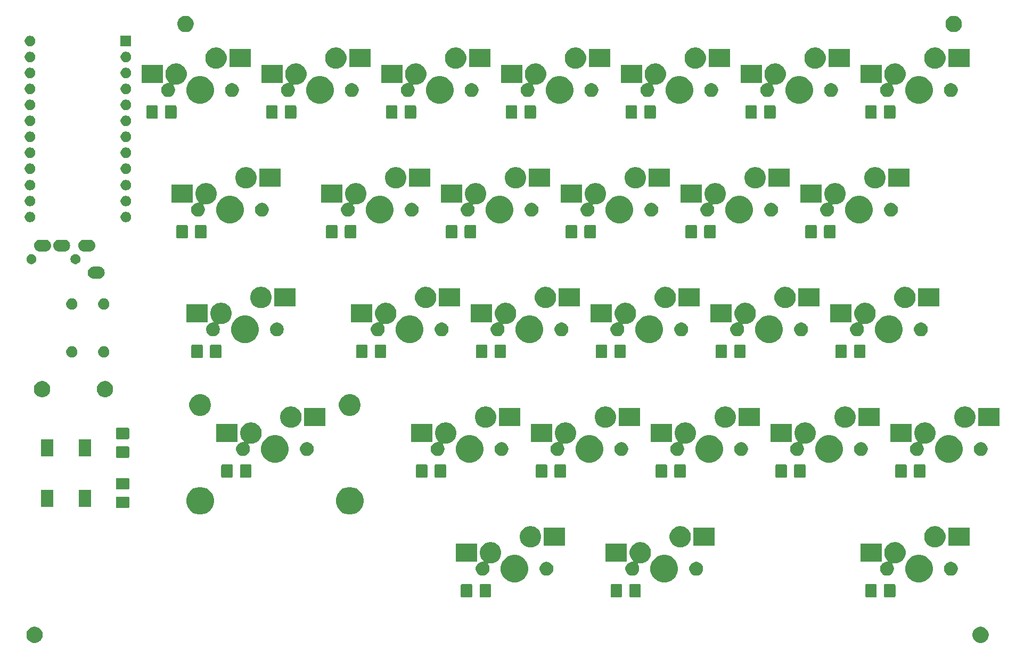
<source format=gbs>
G04 #@! TF.GenerationSoftware,KiCad,Pcbnew,(5.0.2)-1*
G04 #@! TF.CreationDate,2019-03-03T00:14:17+09:00*
G04 #@! TF.ProjectId,pakbd,70616b62-642e-46b6-9963-61645f706362,3*
G04 #@! TF.SameCoordinates,Original*
G04 #@! TF.FileFunction,Soldermask,Bot*
G04 #@! TF.FilePolarity,Negative*
%FSLAX46Y46*%
G04 Gerber Fmt 4.6, Leading zero omitted, Abs format (unit mm)*
G04 Created by KiCad (PCBNEW (5.0.2)-1) date 2019/03/03 0:14:17*
%MOMM*%
%LPD*%
G01*
G04 APERTURE LIST*
%ADD10C,0.100000*%
G04 APERTURE END LIST*
D10*
G36*
X174699196Y-120589958D02*
X174935780Y-120687954D01*
X175148705Y-120830226D01*
X175329774Y-121011295D01*
X175472046Y-121224220D01*
X175570042Y-121460804D01*
X175620000Y-121711960D01*
X175620000Y-121968040D01*
X175570042Y-122219196D01*
X175472046Y-122455780D01*
X175329774Y-122668705D01*
X175148705Y-122849774D01*
X174935780Y-122992046D01*
X174699196Y-123090042D01*
X174448040Y-123140000D01*
X174191960Y-123140000D01*
X173940804Y-123090042D01*
X173704220Y-122992046D01*
X173491295Y-122849774D01*
X173310226Y-122668705D01*
X173167954Y-122455780D01*
X173069958Y-122219196D01*
X173020000Y-121968040D01*
X173020000Y-121711960D01*
X173069958Y-121460804D01*
X173167954Y-121224220D01*
X173310226Y-121011295D01*
X173491295Y-120830226D01*
X173704220Y-120687954D01*
X173940804Y-120589958D01*
X174191960Y-120540000D01*
X174448040Y-120540000D01*
X174699196Y-120589958D01*
X174699196Y-120589958D01*
G37*
G36*
X24289196Y-120589958D02*
X24525780Y-120687954D01*
X24738705Y-120830226D01*
X24919774Y-121011295D01*
X25062046Y-121224220D01*
X25160042Y-121460804D01*
X25210000Y-121711960D01*
X25210000Y-121968040D01*
X25160042Y-122219196D01*
X25062046Y-122455780D01*
X24919774Y-122668705D01*
X24738705Y-122849774D01*
X24525780Y-122992046D01*
X24289196Y-123090042D01*
X24038040Y-123140000D01*
X23781960Y-123140000D01*
X23530804Y-123090042D01*
X23294220Y-122992046D01*
X23081295Y-122849774D01*
X22900226Y-122668705D01*
X22757954Y-122455780D01*
X22659958Y-122219196D01*
X22610000Y-121968040D01*
X22610000Y-121711960D01*
X22659958Y-121460804D01*
X22757954Y-121224220D01*
X22900226Y-121011295D01*
X23081295Y-120830226D01*
X23294220Y-120687954D01*
X23530804Y-120589958D01*
X23781960Y-120540000D01*
X24038040Y-120540000D01*
X24289196Y-120589958D01*
X24289196Y-120589958D01*
G37*
G36*
X93319982Y-113750186D02*
X93364704Y-113763753D01*
X93405933Y-113785790D01*
X93442061Y-113815439D01*
X93471710Y-113851567D01*
X93493747Y-113892796D01*
X93507314Y-113937518D01*
X93512500Y-113990175D01*
X93512500Y-115649825D01*
X93507314Y-115702482D01*
X93493747Y-115747204D01*
X93471710Y-115788433D01*
X93442061Y-115824561D01*
X93405933Y-115854210D01*
X93364704Y-115876247D01*
X93319982Y-115889814D01*
X93267325Y-115895000D01*
X91932675Y-115895000D01*
X91880018Y-115889814D01*
X91835296Y-115876247D01*
X91794067Y-115854210D01*
X91757939Y-115824561D01*
X91728290Y-115788433D01*
X91706253Y-115747204D01*
X91692686Y-115702482D01*
X91687500Y-115649825D01*
X91687500Y-113990175D01*
X91692686Y-113937518D01*
X91706253Y-113892796D01*
X91728290Y-113851567D01*
X91757939Y-113815439D01*
X91794067Y-113785790D01*
X91835296Y-113763753D01*
X91880018Y-113750186D01*
X91932675Y-113745000D01*
X93267325Y-113745000D01*
X93319982Y-113750186D01*
X93319982Y-113750186D01*
G37*
G36*
X117131982Y-113750186D02*
X117176704Y-113763753D01*
X117217933Y-113785790D01*
X117254061Y-113815439D01*
X117283710Y-113851567D01*
X117305747Y-113892796D01*
X117319314Y-113937518D01*
X117324500Y-113990175D01*
X117324500Y-115649825D01*
X117319314Y-115702482D01*
X117305747Y-115747204D01*
X117283710Y-115788433D01*
X117254061Y-115824561D01*
X117217933Y-115854210D01*
X117176704Y-115876247D01*
X117131982Y-115889814D01*
X117079325Y-115895000D01*
X115744675Y-115895000D01*
X115692018Y-115889814D01*
X115647296Y-115876247D01*
X115606067Y-115854210D01*
X115569939Y-115824561D01*
X115540290Y-115788433D01*
X115518253Y-115747204D01*
X115504686Y-115702482D01*
X115499500Y-115649825D01*
X115499500Y-113990175D01*
X115504686Y-113937518D01*
X115518253Y-113892796D01*
X115540290Y-113851567D01*
X115569939Y-113815439D01*
X115606067Y-113785790D01*
X115647296Y-113763753D01*
X115692018Y-113750186D01*
X115744675Y-113745000D01*
X117079325Y-113745000D01*
X117131982Y-113750186D01*
X117131982Y-113750186D01*
G37*
G36*
X157619482Y-113750186D02*
X157664204Y-113763753D01*
X157705433Y-113785790D01*
X157741561Y-113815439D01*
X157771210Y-113851567D01*
X157793247Y-113892796D01*
X157806814Y-113937518D01*
X157812000Y-113990175D01*
X157812000Y-115649825D01*
X157806814Y-115702482D01*
X157793247Y-115747204D01*
X157771210Y-115788433D01*
X157741561Y-115824561D01*
X157705433Y-115854210D01*
X157664204Y-115876247D01*
X157619482Y-115889814D01*
X157566825Y-115895000D01*
X156232175Y-115895000D01*
X156179518Y-115889814D01*
X156134796Y-115876247D01*
X156093567Y-115854210D01*
X156057439Y-115824561D01*
X156027790Y-115788433D01*
X156005753Y-115747204D01*
X155992186Y-115702482D01*
X155987000Y-115649825D01*
X155987000Y-113990175D01*
X155992186Y-113937518D01*
X156005753Y-113892796D01*
X156027790Y-113851567D01*
X156057439Y-113815439D01*
X156093567Y-113785790D01*
X156134796Y-113763753D01*
X156179518Y-113750186D01*
X156232175Y-113745000D01*
X157566825Y-113745000D01*
X157619482Y-113750186D01*
X157619482Y-113750186D01*
G37*
G36*
X160594482Y-113750186D02*
X160639204Y-113763753D01*
X160680433Y-113785790D01*
X160716561Y-113815439D01*
X160746210Y-113851567D01*
X160768247Y-113892796D01*
X160781814Y-113937518D01*
X160787000Y-113990175D01*
X160787000Y-115649825D01*
X160781814Y-115702482D01*
X160768247Y-115747204D01*
X160746210Y-115788433D01*
X160716561Y-115824561D01*
X160680433Y-115854210D01*
X160639204Y-115876247D01*
X160594482Y-115889814D01*
X160541825Y-115895000D01*
X159207175Y-115895000D01*
X159154518Y-115889814D01*
X159109796Y-115876247D01*
X159068567Y-115854210D01*
X159032439Y-115824561D01*
X159002790Y-115788433D01*
X158980753Y-115747204D01*
X158967186Y-115702482D01*
X158962000Y-115649825D01*
X158962000Y-113990175D01*
X158967186Y-113937518D01*
X158980753Y-113892796D01*
X159002790Y-113851567D01*
X159032439Y-113815439D01*
X159068567Y-113785790D01*
X159109796Y-113763753D01*
X159154518Y-113750186D01*
X159207175Y-113745000D01*
X160541825Y-113745000D01*
X160594482Y-113750186D01*
X160594482Y-113750186D01*
G37*
G36*
X96294982Y-113750186D02*
X96339704Y-113763753D01*
X96380933Y-113785790D01*
X96417061Y-113815439D01*
X96446710Y-113851567D01*
X96468747Y-113892796D01*
X96482314Y-113937518D01*
X96487500Y-113990175D01*
X96487500Y-115649825D01*
X96482314Y-115702482D01*
X96468747Y-115747204D01*
X96446710Y-115788433D01*
X96417061Y-115824561D01*
X96380933Y-115854210D01*
X96339704Y-115876247D01*
X96294982Y-115889814D01*
X96242325Y-115895000D01*
X94907675Y-115895000D01*
X94855018Y-115889814D01*
X94810296Y-115876247D01*
X94769067Y-115854210D01*
X94732939Y-115824561D01*
X94703290Y-115788433D01*
X94681253Y-115747204D01*
X94667686Y-115702482D01*
X94662500Y-115649825D01*
X94662500Y-113990175D01*
X94667686Y-113937518D01*
X94681253Y-113892796D01*
X94703290Y-113851567D01*
X94732939Y-113815439D01*
X94769067Y-113785790D01*
X94810296Y-113763753D01*
X94855018Y-113750186D01*
X94907675Y-113745000D01*
X96242325Y-113745000D01*
X96294982Y-113750186D01*
X96294982Y-113750186D01*
G37*
G36*
X120106982Y-113750186D02*
X120151704Y-113763753D01*
X120192933Y-113785790D01*
X120229061Y-113815439D01*
X120258710Y-113851567D01*
X120280747Y-113892796D01*
X120294314Y-113937518D01*
X120299500Y-113990175D01*
X120299500Y-115649825D01*
X120294314Y-115702482D01*
X120280747Y-115747204D01*
X120258710Y-115788433D01*
X120229061Y-115824561D01*
X120192933Y-115854210D01*
X120151704Y-115876247D01*
X120106982Y-115889814D01*
X120054325Y-115895000D01*
X118719675Y-115895000D01*
X118667018Y-115889814D01*
X118622296Y-115876247D01*
X118581067Y-115854210D01*
X118544939Y-115824561D01*
X118515290Y-115788433D01*
X118493253Y-115747204D01*
X118479686Y-115702482D01*
X118474500Y-115649825D01*
X118474500Y-113990175D01*
X118479686Y-113937518D01*
X118493253Y-113892796D01*
X118515290Y-113851567D01*
X118544939Y-113815439D01*
X118581067Y-113785790D01*
X118622296Y-113763753D01*
X118667018Y-113750186D01*
X118719675Y-113745000D01*
X120054325Y-113745000D01*
X120106982Y-113750186D01*
X120106982Y-113750186D01*
G37*
G36*
X165161216Y-109194544D02*
X165561590Y-109360384D01*
X165921921Y-109601150D01*
X166228350Y-109907579D01*
X166469116Y-110267910D01*
X166634956Y-110668284D01*
X166719500Y-111093317D01*
X166719500Y-111526683D01*
X166634956Y-111951716D01*
X166469116Y-112352090D01*
X166228350Y-112712421D01*
X165921921Y-113018850D01*
X165561590Y-113259616D01*
X165161216Y-113425456D01*
X164736183Y-113510000D01*
X164302817Y-113510000D01*
X163877784Y-113425456D01*
X163477410Y-113259616D01*
X163117079Y-113018850D01*
X162810650Y-112712421D01*
X162569884Y-112352090D01*
X162404044Y-111951716D01*
X162319500Y-111526683D01*
X162319500Y-111093317D01*
X162404044Y-110668284D01*
X162569884Y-110267910D01*
X162810650Y-109907579D01*
X163117079Y-109601150D01*
X163477410Y-109360384D01*
X163877784Y-109194544D01*
X164302817Y-109110000D01*
X164736183Y-109110000D01*
X165161216Y-109194544D01*
X165161216Y-109194544D01*
G37*
G36*
X124673716Y-109194544D02*
X125074090Y-109360384D01*
X125434421Y-109601150D01*
X125740850Y-109907579D01*
X125981616Y-110267910D01*
X126147456Y-110668284D01*
X126232000Y-111093317D01*
X126232000Y-111526683D01*
X126147456Y-111951716D01*
X125981616Y-112352090D01*
X125740850Y-112712421D01*
X125434421Y-113018850D01*
X125074090Y-113259616D01*
X124673716Y-113425456D01*
X124248683Y-113510000D01*
X123815317Y-113510000D01*
X123390284Y-113425456D01*
X122989910Y-113259616D01*
X122629579Y-113018850D01*
X122323150Y-112712421D01*
X122082384Y-112352090D01*
X121916544Y-111951716D01*
X121832000Y-111526683D01*
X121832000Y-111093317D01*
X121916544Y-110668284D01*
X122082384Y-110267910D01*
X122323150Y-109907579D01*
X122629579Y-109601150D01*
X122989910Y-109360384D01*
X123390284Y-109194544D01*
X123815317Y-109110000D01*
X124248683Y-109110000D01*
X124673716Y-109194544D01*
X124673716Y-109194544D01*
G37*
G36*
X100861716Y-109194544D02*
X101262090Y-109360384D01*
X101622421Y-109601150D01*
X101928850Y-109907579D01*
X102169616Y-110267910D01*
X102335456Y-110668284D01*
X102420000Y-111093317D01*
X102420000Y-111526683D01*
X102335456Y-111951716D01*
X102169616Y-112352090D01*
X101928850Y-112712421D01*
X101622421Y-113018850D01*
X101262090Y-113259616D01*
X100861716Y-113425456D01*
X100436683Y-113510000D01*
X100003317Y-113510000D01*
X99578284Y-113425456D01*
X99177910Y-113259616D01*
X98817579Y-113018850D01*
X98511150Y-112712421D01*
X98270384Y-112352090D01*
X98104544Y-111951716D01*
X98020000Y-111526683D01*
X98020000Y-111093317D01*
X98104544Y-110668284D01*
X98270384Y-110267910D01*
X98511150Y-109907579D01*
X98817579Y-109601150D01*
X99177910Y-109360384D01*
X99578284Y-109194544D01*
X100003317Y-109110000D01*
X100436683Y-109110000D01*
X100861716Y-109194544D01*
X100861716Y-109194544D01*
G37*
G36*
X169920357Y-110252272D02*
X170120542Y-110335191D01*
X170120543Y-110335192D01*
X170120545Y-110335193D01*
X170262341Y-110429938D01*
X170300713Y-110455578D01*
X170453922Y-110608787D01*
X170453924Y-110608790D01*
X170453925Y-110608791D01*
X170493677Y-110668284D01*
X170574309Y-110788958D01*
X170657228Y-110989143D01*
X170699500Y-111201658D01*
X170699500Y-111418342D01*
X170657228Y-111630857D01*
X170574309Y-111831042D01*
X170453922Y-112011213D01*
X170300713Y-112164422D01*
X170120542Y-112284809D01*
X169920357Y-112367728D01*
X169707842Y-112410000D01*
X169491158Y-112410000D01*
X169278643Y-112367728D01*
X169078458Y-112284809D01*
X168898287Y-112164422D01*
X168745078Y-112011213D01*
X168624691Y-111831042D01*
X168541772Y-111630857D01*
X168499500Y-111418342D01*
X168499500Y-111201658D01*
X168541772Y-110989143D01*
X168624691Y-110788958D01*
X168705323Y-110668284D01*
X168745075Y-110608791D01*
X168745076Y-110608790D01*
X168745078Y-110608787D01*
X168898287Y-110455578D01*
X168936660Y-110429938D01*
X169078455Y-110335193D01*
X169078457Y-110335192D01*
X169078458Y-110335191D01*
X169278643Y-110252272D01*
X169491158Y-110210000D01*
X169707842Y-110210000D01*
X169920357Y-110252272D01*
X169920357Y-110252272D01*
G37*
G36*
X96796393Y-107113553D02*
X96905872Y-107135330D01*
X97215252Y-107263479D01*
X97493687Y-107449523D01*
X97730477Y-107686313D01*
X97916521Y-107964748D01*
X98044670Y-108274128D01*
X98110000Y-108602565D01*
X98110000Y-108937435D01*
X98044670Y-109265872D01*
X97916521Y-109575252D01*
X97730477Y-109853687D01*
X97493687Y-110090477D01*
X97215252Y-110276521D01*
X96905872Y-110404670D01*
X96796393Y-110426447D01*
X96577437Y-110470000D01*
X96242564Y-110470000D01*
X96170061Y-110455578D01*
X96145416Y-110450676D01*
X96121030Y-110448274D01*
X96096644Y-110450676D01*
X96073195Y-110457789D01*
X96051584Y-110469340D01*
X96032642Y-110484886D01*
X96017096Y-110503828D01*
X96005545Y-110525438D01*
X95998432Y-110548887D01*
X95996030Y-110573274D01*
X95998432Y-110597660D01*
X96005545Y-110621109D01*
X96017096Y-110642720D01*
X96114808Y-110788956D01*
X96197728Y-110989143D01*
X96240000Y-111201658D01*
X96240000Y-111418342D01*
X96197728Y-111630857D01*
X96114809Y-111831042D01*
X95994422Y-112011213D01*
X95841213Y-112164422D01*
X95661042Y-112284809D01*
X95460857Y-112367728D01*
X95248342Y-112410000D01*
X95031658Y-112410000D01*
X94819143Y-112367728D01*
X94618958Y-112284809D01*
X94438787Y-112164422D01*
X94285578Y-112011213D01*
X94165191Y-111831042D01*
X94082272Y-111630857D01*
X94040000Y-111418342D01*
X94040000Y-111201658D01*
X94082272Y-110989143D01*
X94165191Y-110788958D01*
X94245823Y-110668284D01*
X94285575Y-110608791D01*
X94285576Y-110608790D01*
X94285578Y-110608787D01*
X94438788Y-110455577D01*
X94448730Y-110448934D01*
X94467672Y-110433389D01*
X94469732Y-110430879D01*
X94472835Y-110429938D01*
X94494446Y-110418387D01*
X94618956Y-110335192D01*
X94819143Y-110252272D01*
X95031658Y-110210000D01*
X95144061Y-110210000D01*
X95168447Y-110207598D01*
X95191896Y-110200485D01*
X95213507Y-110188934D01*
X95232449Y-110173388D01*
X95247995Y-110154446D01*
X95259546Y-110132835D01*
X95266659Y-110109386D01*
X95269061Y-110085000D01*
X95266659Y-110060614D01*
X95259546Y-110037165D01*
X95247995Y-110015554D01*
X95232454Y-109996618D01*
X95089523Y-109853687D01*
X94903479Y-109575252D01*
X94775330Y-109265872D01*
X94710000Y-108937435D01*
X94710000Y-108602565D01*
X94775330Y-108274128D01*
X94903479Y-107964748D01*
X95089523Y-107686313D01*
X95326313Y-107449523D01*
X95604748Y-107263479D01*
X95914128Y-107135330D01*
X96023607Y-107113553D01*
X96242563Y-107070000D01*
X96577437Y-107070000D01*
X96796393Y-107113553D01*
X96796393Y-107113553D01*
G37*
G36*
X105620857Y-110252272D02*
X105821042Y-110335191D01*
X105821043Y-110335192D01*
X105821045Y-110335193D01*
X105962841Y-110429938D01*
X106001213Y-110455578D01*
X106154422Y-110608787D01*
X106154424Y-110608790D01*
X106154425Y-110608791D01*
X106194177Y-110668284D01*
X106274809Y-110788958D01*
X106357728Y-110989143D01*
X106400000Y-111201658D01*
X106400000Y-111418342D01*
X106357728Y-111630857D01*
X106274809Y-111831042D01*
X106154422Y-112011213D01*
X106001213Y-112164422D01*
X105821042Y-112284809D01*
X105620857Y-112367728D01*
X105408342Y-112410000D01*
X105191658Y-112410000D01*
X104979143Y-112367728D01*
X104778958Y-112284809D01*
X104598787Y-112164422D01*
X104445578Y-112011213D01*
X104325191Y-111831042D01*
X104242272Y-111630857D01*
X104200000Y-111418342D01*
X104200000Y-111201658D01*
X104242272Y-110989143D01*
X104325191Y-110788958D01*
X104405823Y-110668284D01*
X104445575Y-110608791D01*
X104445576Y-110608790D01*
X104445578Y-110608787D01*
X104598787Y-110455578D01*
X104637160Y-110429938D01*
X104778955Y-110335193D01*
X104778957Y-110335192D01*
X104778958Y-110335191D01*
X104979143Y-110252272D01*
X105191658Y-110210000D01*
X105408342Y-110210000D01*
X105620857Y-110252272D01*
X105620857Y-110252272D01*
G37*
G36*
X129432857Y-110252272D02*
X129633042Y-110335191D01*
X129633043Y-110335192D01*
X129633045Y-110335193D01*
X129774841Y-110429938D01*
X129813213Y-110455578D01*
X129966422Y-110608787D01*
X129966424Y-110608790D01*
X129966425Y-110608791D01*
X130006177Y-110668284D01*
X130086809Y-110788958D01*
X130169728Y-110989143D01*
X130212000Y-111201658D01*
X130212000Y-111418342D01*
X130169728Y-111630857D01*
X130086809Y-111831042D01*
X129966422Y-112011213D01*
X129813213Y-112164422D01*
X129633042Y-112284809D01*
X129432857Y-112367728D01*
X129220342Y-112410000D01*
X129003658Y-112410000D01*
X128791143Y-112367728D01*
X128590958Y-112284809D01*
X128410787Y-112164422D01*
X128257578Y-112011213D01*
X128137191Y-111831042D01*
X128054272Y-111630857D01*
X128012000Y-111418342D01*
X128012000Y-111201658D01*
X128054272Y-110989143D01*
X128137191Y-110788958D01*
X128217823Y-110668284D01*
X128257575Y-110608791D01*
X128257576Y-110608790D01*
X128257578Y-110608787D01*
X128410787Y-110455578D01*
X128449160Y-110429938D01*
X128590955Y-110335193D01*
X128590957Y-110335192D01*
X128590958Y-110335191D01*
X128791143Y-110252272D01*
X129003658Y-110210000D01*
X129220342Y-110210000D01*
X129432857Y-110252272D01*
X129432857Y-110252272D01*
G37*
G36*
X120608393Y-107113553D02*
X120717872Y-107135330D01*
X121027252Y-107263479D01*
X121305687Y-107449523D01*
X121542477Y-107686313D01*
X121728521Y-107964748D01*
X121856670Y-108274128D01*
X121922000Y-108602565D01*
X121922000Y-108937435D01*
X121856670Y-109265872D01*
X121728521Y-109575252D01*
X121542477Y-109853687D01*
X121305687Y-110090477D01*
X121027252Y-110276521D01*
X120717872Y-110404670D01*
X120608393Y-110426447D01*
X120389437Y-110470000D01*
X120054564Y-110470000D01*
X119982061Y-110455578D01*
X119957416Y-110450676D01*
X119933030Y-110448274D01*
X119908644Y-110450676D01*
X119885195Y-110457789D01*
X119863584Y-110469340D01*
X119844642Y-110484886D01*
X119829096Y-110503828D01*
X119817545Y-110525438D01*
X119810432Y-110548887D01*
X119808030Y-110573274D01*
X119810432Y-110597660D01*
X119817545Y-110621109D01*
X119829096Y-110642720D01*
X119926808Y-110788956D01*
X120009728Y-110989143D01*
X120052000Y-111201658D01*
X120052000Y-111418342D01*
X120009728Y-111630857D01*
X119926809Y-111831042D01*
X119806422Y-112011213D01*
X119653213Y-112164422D01*
X119473042Y-112284809D01*
X119272857Y-112367728D01*
X119060342Y-112410000D01*
X118843658Y-112410000D01*
X118631143Y-112367728D01*
X118430958Y-112284809D01*
X118250787Y-112164422D01*
X118097578Y-112011213D01*
X117977191Y-111831042D01*
X117894272Y-111630857D01*
X117852000Y-111418342D01*
X117852000Y-111201658D01*
X117894272Y-110989143D01*
X117977191Y-110788958D01*
X118057823Y-110668284D01*
X118097575Y-110608791D01*
X118097576Y-110608790D01*
X118097578Y-110608787D01*
X118250788Y-110455577D01*
X118260730Y-110448934D01*
X118279672Y-110433389D01*
X118281732Y-110430879D01*
X118284835Y-110429938D01*
X118306446Y-110418387D01*
X118430956Y-110335192D01*
X118631143Y-110252272D01*
X118843658Y-110210000D01*
X118956061Y-110210000D01*
X118980447Y-110207598D01*
X119003896Y-110200485D01*
X119025507Y-110188934D01*
X119044449Y-110173388D01*
X119059995Y-110154446D01*
X119071546Y-110132835D01*
X119078659Y-110109386D01*
X119081061Y-110085000D01*
X119078659Y-110060614D01*
X119071546Y-110037165D01*
X119059995Y-110015554D01*
X119044454Y-109996618D01*
X118901523Y-109853687D01*
X118715479Y-109575252D01*
X118587330Y-109265872D01*
X118522000Y-108937435D01*
X118522000Y-108602565D01*
X118587330Y-108274128D01*
X118715479Y-107964748D01*
X118901523Y-107686313D01*
X119138313Y-107449523D01*
X119416748Y-107263479D01*
X119726128Y-107135330D01*
X119835607Y-107113553D01*
X120054563Y-107070000D01*
X120389437Y-107070000D01*
X120608393Y-107113553D01*
X120608393Y-107113553D01*
G37*
G36*
X161095893Y-107113553D02*
X161205372Y-107135330D01*
X161514752Y-107263479D01*
X161793187Y-107449523D01*
X162029977Y-107686313D01*
X162216021Y-107964748D01*
X162344170Y-108274128D01*
X162409500Y-108602565D01*
X162409500Y-108937435D01*
X162344170Y-109265872D01*
X162216021Y-109575252D01*
X162029977Y-109853687D01*
X161793187Y-110090477D01*
X161514752Y-110276521D01*
X161205372Y-110404670D01*
X161095893Y-110426447D01*
X160876937Y-110470000D01*
X160542064Y-110470000D01*
X160469561Y-110455578D01*
X160444916Y-110450676D01*
X160420530Y-110448274D01*
X160396144Y-110450676D01*
X160372695Y-110457789D01*
X160351084Y-110469340D01*
X160332142Y-110484886D01*
X160316596Y-110503828D01*
X160305045Y-110525438D01*
X160297932Y-110548887D01*
X160295530Y-110573274D01*
X160297932Y-110597660D01*
X160305045Y-110621109D01*
X160316596Y-110642720D01*
X160414308Y-110788956D01*
X160497228Y-110989143D01*
X160539500Y-111201658D01*
X160539500Y-111418342D01*
X160497228Y-111630857D01*
X160414309Y-111831042D01*
X160293922Y-112011213D01*
X160140713Y-112164422D01*
X159960542Y-112284809D01*
X159760357Y-112367728D01*
X159547842Y-112410000D01*
X159331158Y-112410000D01*
X159118643Y-112367728D01*
X158918458Y-112284809D01*
X158738287Y-112164422D01*
X158585078Y-112011213D01*
X158464691Y-111831042D01*
X158381772Y-111630857D01*
X158339500Y-111418342D01*
X158339500Y-111201658D01*
X158381772Y-110989143D01*
X158464691Y-110788958D01*
X158545323Y-110668284D01*
X158585075Y-110608791D01*
X158585076Y-110608790D01*
X158585078Y-110608787D01*
X158738288Y-110455577D01*
X158748230Y-110448934D01*
X158767172Y-110433389D01*
X158769232Y-110430879D01*
X158772335Y-110429938D01*
X158793946Y-110418387D01*
X158918456Y-110335192D01*
X159118643Y-110252272D01*
X159331158Y-110210000D01*
X159443561Y-110210000D01*
X159467947Y-110207598D01*
X159491396Y-110200485D01*
X159513007Y-110188934D01*
X159531949Y-110173388D01*
X159547495Y-110154446D01*
X159559046Y-110132835D01*
X159566159Y-110109386D01*
X159568561Y-110085000D01*
X159566159Y-110060614D01*
X159559046Y-110037165D01*
X159547495Y-110015554D01*
X159531954Y-109996618D01*
X159389023Y-109853687D01*
X159202979Y-109575252D01*
X159074830Y-109265872D01*
X159009500Y-108937435D01*
X159009500Y-108602565D01*
X159074830Y-108274128D01*
X159202979Y-107964748D01*
X159389023Y-107686313D01*
X159625813Y-107449523D01*
X159904248Y-107263479D01*
X160213628Y-107135330D01*
X160323107Y-107113553D01*
X160542063Y-107070000D01*
X160876937Y-107070000D01*
X161095893Y-107113553D01*
X161095893Y-107113553D01*
G37*
G36*
X94300000Y-110220000D02*
X90900000Y-110220000D01*
X90900000Y-107320000D01*
X94300000Y-107320000D01*
X94300000Y-110220000D01*
X94300000Y-110220000D01*
G37*
G36*
X118112000Y-110220000D02*
X114712000Y-110220000D01*
X114712000Y-107320000D01*
X118112000Y-107320000D01*
X118112000Y-110220000D01*
X118112000Y-110220000D01*
G37*
G36*
X158599500Y-110220000D02*
X155199500Y-110220000D01*
X155199500Y-107320000D01*
X158599500Y-107320000D01*
X158599500Y-110220000D01*
X158599500Y-110220000D01*
G37*
G36*
X126958393Y-104573553D02*
X127067872Y-104595330D01*
X127377252Y-104723479D01*
X127655687Y-104909523D01*
X127892477Y-105146313D01*
X128078521Y-105424748D01*
X128206670Y-105734128D01*
X128272000Y-106062565D01*
X128272000Y-106397435D01*
X128206670Y-106725872D01*
X128078521Y-107035252D01*
X127892477Y-107313687D01*
X127655687Y-107550477D01*
X127377252Y-107736521D01*
X127067872Y-107864670D01*
X126958393Y-107886447D01*
X126739437Y-107930000D01*
X126404563Y-107930000D01*
X126185607Y-107886447D01*
X126076128Y-107864670D01*
X125766748Y-107736521D01*
X125488313Y-107550477D01*
X125251523Y-107313687D01*
X125065479Y-107035252D01*
X124937330Y-106725872D01*
X124872000Y-106397435D01*
X124872000Y-106062565D01*
X124937330Y-105734128D01*
X125065479Y-105424748D01*
X125251523Y-105146313D01*
X125488313Y-104909523D01*
X125766748Y-104723479D01*
X126076128Y-104595330D01*
X126185607Y-104573553D01*
X126404563Y-104530000D01*
X126739437Y-104530000D01*
X126958393Y-104573553D01*
X126958393Y-104573553D01*
G37*
G36*
X167445893Y-104573553D02*
X167555372Y-104595330D01*
X167864752Y-104723479D01*
X168143187Y-104909523D01*
X168379977Y-105146313D01*
X168566021Y-105424748D01*
X168694170Y-105734128D01*
X168759500Y-106062565D01*
X168759500Y-106397435D01*
X168694170Y-106725872D01*
X168566021Y-107035252D01*
X168379977Y-107313687D01*
X168143187Y-107550477D01*
X167864752Y-107736521D01*
X167555372Y-107864670D01*
X167445893Y-107886447D01*
X167226937Y-107930000D01*
X166892063Y-107930000D01*
X166673107Y-107886447D01*
X166563628Y-107864670D01*
X166254248Y-107736521D01*
X165975813Y-107550477D01*
X165739023Y-107313687D01*
X165552979Y-107035252D01*
X165424830Y-106725872D01*
X165359500Y-106397435D01*
X165359500Y-106062565D01*
X165424830Y-105734128D01*
X165552979Y-105424748D01*
X165739023Y-105146313D01*
X165975813Y-104909523D01*
X166254248Y-104723479D01*
X166563628Y-104595330D01*
X166673107Y-104573553D01*
X166892063Y-104530000D01*
X167226937Y-104530000D01*
X167445893Y-104573553D01*
X167445893Y-104573553D01*
G37*
G36*
X103146393Y-104573553D02*
X103255872Y-104595330D01*
X103565252Y-104723479D01*
X103843687Y-104909523D01*
X104080477Y-105146313D01*
X104266521Y-105424748D01*
X104394670Y-105734128D01*
X104460000Y-106062565D01*
X104460000Y-106397435D01*
X104394670Y-106725872D01*
X104266521Y-107035252D01*
X104080477Y-107313687D01*
X103843687Y-107550477D01*
X103565252Y-107736521D01*
X103255872Y-107864670D01*
X103146393Y-107886447D01*
X102927437Y-107930000D01*
X102592563Y-107930000D01*
X102373607Y-107886447D01*
X102264128Y-107864670D01*
X101954748Y-107736521D01*
X101676313Y-107550477D01*
X101439523Y-107313687D01*
X101253479Y-107035252D01*
X101125330Y-106725872D01*
X101060000Y-106397435D01*
X101060000Y-106062565D01*
X101125330Y-105734128D01*
X101253479Y-105424748D01*
X101439523Y-105146313D01*
X101676313Y-104909523D01*
X101954748Y-104723479D01*
X102264128Y-104595330D01*
X102373607Y-104573553D01*
X102592563Y-104530000D01*
X102927437Y-104530000D01*
X103146393Y-104573553D01*
X103146393Y-104573553D01*
G37*
G36*
X108270000Y-107680000D02*
X104870000Y-107680000D01*
X104870000Y-104780000D01*
X108270000Y-104780000D01*
X108270000Y-107680000D01*
X108270000Y-107680000D01*
G37*
G36*
X132082000Y-107680000D02*
X128682000Y-107680000D01*
X128682000Y-104780000D01*
X132082000Y-104780000D01*
X132082000Y-107680000D01*
X132082000Y-107680000D01*
G37*
G36*
X172569500Y-107680000D02*
X169169500Y-107680000D01*
X169169500Y-104780000D01*
X172569500Y-104780000D01*
X172569500Y-107680000D01*
X172569500Y-107680000D01*
G37*
G36*
X74667316Y-98384544D02*
X75067690Y-98550384D01*
X75428021Y-98791150D01*
X75734450Y-99097579D01*
X75975216Y-99457910D01*
X76141056Y-99858284D01*
X76225600Y-100283317D01*
X76225600Y-100716683D01*
X76141056Y-101141716D01*
X75975216Y-101542090D01*
X75734450Y-101902421D01*
X75428021Y-102208850D01*
X75067690Y-102449616D01*
X74667316Y-102615456D01*
X74242283Y-102700000D01*
X73808917Y-102700000D01*
X73383884Y-102615456D01*
X72983510Y-102449616D01*
X72623179Y-102208850D01*
X72316750Y-101902421D01*
X72075984Y-101542090D01*
X71910144Y-101141716D01*
X71825600Y-100716683D01*
X71825600Y-100283317D01*
X71910144Y-99858284D01*
X72075984Y-99457910D01*
X72316750Y-99097579D01*
X72623179Y-98791150D01*
X72983510Y-98550384D01*
X73383884Y-98384544D01*
X73808917Y-98300000D01*
X74242283Y-98300000D01*
X74667316Y-98384544D01*
X74667316Y-98384544D01*
G37*
G36*
X50867316Y-98384544D02*
X51267690Y-98550384D01*
X51628021Y-98791150D01*
X51934450Y-99097579D01*
X52175216Y-99457910D01*
X52341056Y-99858284D01*
X52425600Y-100283317D01*
X52425600Y-100716683D01*
X52341056Y-101141716D01*
X52175216Y-101542090D01*
X51934450Y-101902421D01*
X51628021Y-102208850D01*
X51267690Y-102449616D01*
X50867316Y-102615456D01*
X50442283Y-102700000D01*
X50008917Y-102700000D01*
X49583884Y-102615456D01*
X49183510Y-102449616D01*
X48823179Y-102208850D01*
X48516750Y-101902421D01*
X48275984Y-101542090D01*
X48110144Y-101141716D01*
X48025600Y-100716683D01*
X48025600Y-100283317D01*
X48110144Y-99858284D01*
X48275984Y-99457910D01*
X48516750Y-99097579D01*
X48823179Y-98791150D01*
X49183510Y-98550384D01*
X49583884Y-98384544D01*
X50008917Y-98300000D01*
X50442283Y-98300000D01*
X50867316Y-98384544D01*
X50867316Y-98384544D01*
G37*
G36*
X38792482Y-99842686D02*
X38837204Y-99856253D01*
X38878433Y-99878290D01*
X38914561Y-99907939D01*
X38944210Y-99944067D01*
X38966247Y-99985296D01*
X38979814Y-100030018D01*
X38985000Y-100082675D01*
X38985000Y-101417325D01*
X38979814Y-101469982D01*
X38966247Y-101514704D01*
X38944210Y-101555933D01*
X38914561Y-101592061D01*
X38878433Y-101621710D01*
X38837204Y-101643747D01*
X38792482Y-101657314D01*
X38739825Y-101662500D01*
X37080175Y-101662500D01*
X37027518Y-101657314D01*
X36982796Y-101643747D01*
X36941567Y-101621710D01*
X36905439Y-101592061D01*
X36875790Y-101555933D01*
X36853753Y-101514704D01*
X36840186Y-101469982D01*
X36835000Y-101417325D01*
X36835000Y-100082675D01*
X36840186Y-100030018D01*
X36853753Y-99985296D01*
X36875790Y-99944067D01*
X36905439Y-99907939D01*
X36941567Y-99878290D01*
X36982796Y-99856253D01*
X37027518Y-99842686D01*
X37080175Y-99837500D01*
X38739825Y-99837500D01*
X38792482Y-99842686D01*
X38792482Y-99842686D01*
G37*
G36*
X26860000Y-101450000D02*
X24960000Y-101450000D01*
X24960000Y-98750000D01*
X26860000Y-98750000D01*
X26860000Y-101450000D01*
X26860000Y-101450000D01*
G37*
G36*
X32860000Y-101450000D02*
X30960000Y-101450000D01*
X30960000Y-98750000D01*
X32860000Y-98750000D01*
X32860000Y-101450000D01*
X32860000Y-101450000D01*
G37*
G36*
X38792482Y-96867686D02*
X38837204Y-96881253D01*
X38878433Y-96903290D01*
X38914561Y-96932939D01*
X38944210Y-96969067D01*
X38966247Y-97010296D01*
X38979814Y-97055018D01*
X38985000Y-97107675D01*
X38985000Y-98442325D01*
X38979814Y-98494982D01*
X38966247Y-98539704D01*
X38944210Y-98580933D01*
X38914561Y-98617061D01*
X38878433Y-98646710D01*
X38837204Y-98668747D01*
X38792482Y-98682314D01*
X38739825Y-98687500D01*
X37080175Y-98687500D01*
X37027518Y-98682314D01*
X36982796Y-98668747D01*
X36941567Y-98646710D01*
X36905439Y-98617061D01*
X36875790Y-98580933D01*
X36853753Y-98539704D01*
X36840186Y-98494982D01*
X36835000Y-98442325D01*
X36835000Y-97107675D01*
X36840186Y-97055018D01*
X36853753Y-97010296D01*
X36875790Y-96969067D01*
X36905439Y-96932939D01*
X36941567Y-96903290D01*
X36982796Y-96881253D01*
X37027518Y-96867686D01*
X37080175Y-96862500D01*
X38739825Y-96862500D01*
X38792482Y-96867686D01*
X38792482Y-96867686D01*
G37*
G36*
X162381982Y-94700186D02*
X162426704Y-94713753D01*
X162467933Y-94735790D01*
X162504061Y-94765439D01*
X162533710Y-94801567D01*
X162555747Y-94842796D01*
X162569314Y-94887518D01*
X162574500Y-94940175D01*
X162574500Y-96599825D01*
X162569314Y-96652482D01*
X162555747Y-96697204D01*
X162533710Y-96738433D01*
X162504061Y-96774561D01*
X162467933Y-96804210D01*
X162426704Y-96826247D01*
X162381982Y-96839814D01*
X162329325Y-96845000D01*
X160994675Y-96845000D01*
X160942018Y-96839814D01*
X160897296Y-96826247D01*
X160856067Y-96804210D01*
X160819939Y-96774561D01*
X160790290Y-96738433D01*
X160768253Y-96697204D01*
X160754686Y-96652482D01*
X160749500Y-96599825D01*
X160749500Y-94940175D01*
X160754686Y-94887518D01*
X160768253Y-94842796D01*
X160790290Y-94801567D01*
X160819939Y-94765439D01*
X160856067Y-94735790D01*
X160897296Y-94713753D01*
X160942018Y-94700186D01*
X160994675Y-94695000D01*
X162329325Y-94695000D01*
X162381982Y-94700186D01*
X162381982Y-94700186D01*
G37*
G36*
X165356982Y-94700186D02*
X165401704Y-94713753D01*
X165442933Y-94735790D01*
X165479061Y-94765439D01*
X165508710Y-94801567D01*
X165530747Y-94842796D01*
X165544314Y-94887518D01*
X165549500Y-94940175D01*
X165549500Y-96599825D01*
X165544314Y-96652482D01*
X165530747Y-96697204D01*
X165508710Y-96738433D01*
X165479061Y-96774561D01*
X165442933Y-96804210D01*
X165401704Y-96826247D01*
X165356982Y-96839814D01*
X165304325Y-96845000D01*
X163969675Y-96845000D01*
X163917018Y-96839814D01*
X163872296Y-96826247D01*
X163831067Y-96804210D01*
X163794939Y-96774561D01*
X163765290Y-96738433D01*
X163743253Y-96697204D01*
X163729686Y-96652482D01*
X163724500Y-96599825D01*
X163724500Y-94940175D01*
X163729686Y-94887518D01*
X163743253Y-94842796D01*
X163765290Y-94801567D01*
X163794939Y-94765439D01*
X163831067Y-94735790D01*
X163872296Y-94713753D01*
X163917018Y-94700186D01*
X163969675Y-94695000D01*
X165304325Y-94695000D01*
X165356982Y-94700186D01*
X165356982Y-94700186D01*
G37*
G36*
X146306982Y-94700186D02*
X146351704Y-94713753D01*
X146392933Y-94735790D01*
X146429061Y-94765439D01*
X146458710Y-94801567D01*
X146480747Y-94842796D01*
X146494314Y-94887518D01*
X146499500Y-94940175D01*
X146499500Y-96599825D01*
X146494314Y-96652482D01*
X146480747Y-96697204D01*
X146458710Y-96738433D01*
X146429061Y-96774561D01*
X146392933Y-96804210D01*
X146351704Y-96826247D01*
X146306982Y-96839814D01*
X146254325Y-96845000D01*
X144919675Y-96845000D01*
X144867018Y-96839814D01*
X144822296Y-96826247D01*
X144781067Y-96804210D01*
X144744939Y-96774561D01*
X144715290Y-96738433D01*
X144693253Y-96697204D01*
X144679686Y-96652482D01*
X144674500Y-96599825D01*
X144674500Y-94940175D01*
X144679686Y-94887518D01*
X144693253Y-94842796D01*
X144715290Y-94801567D01*
X144744939Y-94765439D01*
X144781067Y-94735790D01*
X144822296Y-94713753D01*
X144867018Y-94700186D01*
X144919675Y-94695000D01*
X146254325Y-94695000D01*
X146306982Y-94700186D01*
X146306982Y-94700186D01*
G37*
G36*
X124281982Y-94700186D02*
X124326704Y-94713753D01*
X124367933Y-94735790D01*
X124404061Y-94765439D01*
X124433710Y-94801567D01*
X124455747Y-94842796D01*
X124469314Y-94887518D01*
X124474500Y-94940175D01*
X124474500Y-96599825D01*
X124469314Y-96652482D01*
X124455747Y-96697204D01*
X124433710Y-96738433D01*
X124404061Y-96774561D01*
X124367933Y-96804210D01*
X124326704Y-96826247D01*
X124281982Y-96839814D01*
X124229325Y-96845000D01*
X122894675Y-96845000D01*
X122842018Y-96839814D01*
X122797296Y-96826247D01*
X122756067Y-96804210D01*
X122719939Y-96774561D01*
X122690290Y-96738433D01*
X122668253Y-96697204D01*
X122654686Y-96652482D01*
X122649500Y-96599825D01*
X122649500Y-94940175D01*
X122654686Y-94887518D01*
X122668253Y-94842796D01*
X122690290Y-94801567D01*
X122719939Y-94765439D01*
X122756067Y-94735790D01*
X122797296Y-94713753D01*
X122842018Y-94700186D01*
X122894675Y-94695000D01*
X124229325Y-94695000D01*
X124281982Y-94700186D01*
X124281982Y-94700186D01*
G37*
G36*
X108206982Y-94700186D02*
X108251704Y-94713753D01*
X108292933Y-94735790D01*
X108329061Y-94765439D01*
X108358710Y-94801567D01*
X108380747Y-94842796D01*
X108394314Y-94887518D01*
X108399500Y-94940175D01*
X108399500Y-96599825D01*
X108394314Y-96652482D01*
X108380747Y-96697204D01*
X108358710Y-96738433D01*
X108329061Y-96774561D01*
X108292933Y-96804210D01*
X108251704Y-96826247D01*
X108206982Y-96839814D01*
X108154325Y-96845000D01*
X106819675Y-96845000D01*
X106767018Y-96839814D01*
X106722296Y-96826247D01*
X106681067Y-96804210D01*
X106644939Y-96774561D01*
X106615290Y-96738433D01*
X106593253Y-96697204D01*
X106579686Y-96652482D01*
X106574500Y-96599825D01*
X106574500Y-94940175D01*
X106579686Y-94887518D01*
X106593253Y-94842796D01*
X106615290Y-94801567D01*
X106644939Y-94765439D01*
X106681067Y-94735790D01*
X106722296Y-94713753D01*
X106767018Y-94700186D01*
X106819675Y-94695000D01*
X108154325Y-94695000D01*
X108206982Y-94700186D01*
X108206982Y-94700186D01*
G37*
G36*
X105231982Y-94700186D02*
X105276704Y-94713753D01*
X105317933Y-94735790D01*
X105354061Y-94765439D01*
X105383710Y-94801567D01*
X105405747Y-94842796D01*
X105419314Y-94887518D01*
X105424500Y-94940175D01*
X105424500Y-96599825D01*
X105419314Y-96652482D01*
X105405747Y-96697204D01*
X105383710Y-96738433D01*
X105354061Y-96774561D01*
X105317933Y-96804210D01*
X105276704Y-96826247D01*
X105231982Y-96839814D01*
X105179325Y-96845000D01*
X103844675Y-96845000D01*
X103792018Y-96839814D01*
X103747296Y-96826247D01*
X103706067Y-96804210D01*
X103669939Y-96774561D01*
X103640290Y-96738433D01*
X103618253Y-96697204D01*
X103604686Y-96652482D01*
X103599500Y-96599825D01*
X103599500Y-94940175D01*
X103604686Y-94887518D01*
X103618253Y-94842796D01*
X103640290Y-94801567D01*
X103669939Y-94765439D01*
X103706067Y-94735790D01*
X103747296Y-94713753D01*
X103792018Y-94700186D01*
X103844675Y-94695000D01*
X105179325Y-94695000D01*
X105231982Y-94700186D01*
X105231982Y-94700186D01*
G37*
G36*
X89156982Y-94700186D02*
X89201704Y-94713753D01*
X89242933Y-94735790D01*
X89279061Y-94765439D01*
X89308710Y-94801567D01*
X89330747Y-94842796D01*
X89344314Y-94887518D01*
X89349500Y-94940175D01*
X89349500Y-96599825D01*
X89344314Y-96652482D01*
X89330747Y-96697204D01*
X89308710Y-96738433D01*
X89279061Y-96774561D01*
X89242933Y-96804210D01*
X89201704Y-96826247D01*
X89156982Y-96839814D01*
X89104325Y-96845000D01*
X87769675Y-96845000D01*
X87717018Y-96839814D01*
X87672296Y-96826247D01*
X87631067Y-96804210D01*
X87594939Y-96774561D01*
X87565290Y-96738433D01*
X87543253Y-96697204D01*
X87529686Y-96652482D01*
X87524500Y-96599825D01*
X87524500Y-94940175D01*
X87529686Y-94887518D01*
X87543253Y-94842796D01*
X87565290Y-94801567D01*
X87594939Y-94765439D01*
X87631067Y-94735790D01*
X87672296Y-94713753D01*
X87717018Y-94700186D01*
X87769675Y-94695000D01*
X89104325Y-94695000D01*
X89156982Y-94700186D01*
X89156982Y-94700186D01*
G37*
G36*
X55225582Y-94700186D02*
X55270304Y-94713753D01*
X55311533Y-94735790D01*
X55347661Y-94765439D01*
X55377310Y-94801567D01*
X55399347Y-94842796D01*
X55412914Y-94887518D01*
X55418100Y-94940175D01*
X55418100Y-96599825D01*
X55412914Y-96652482D01*
X55399347Y-96697204D01*
X55377310Y-96738433D01*
X55347661Y-96774561D01*
X55311533Y-96804210D01*
X55270304Y-96826247D01*
X55225582Y-96839814D01*
X55172925Y-96845000D01*
X53838275Y-96845000D01*
X53785618Y-96839814D01*
X53740896Y-96826247D01*
X53699667Y-96804210D01*
X53663539Y-96774561D01*
X53633890Y-96738433D01*
X53611853Y-96697204D01*
X53598286Y-96652482D01*
X53593100Y-96599825D01*
X53593100Y-94940175D01*
X53598286Y-94887518D01*
X53611853Y-94842796D01*
X53633890Y-94801567D01*
X53663539Y-94765439D01*
X53699667Y-94735790D01*
X53740896Y-94713753D01*
X53785618Y-94700186D01*
X53838275Y-94695000D01*
X55172925Y-94695000D01*
X55225582Y-94700186D01*
X55225582Y-94700186D01*
G37*
G36*
X143331982Y-94700186D02*
X143376704Y-94713753D01*
X143417933Y-94735790D01*
X143454061Y-94765439D01*
X143483710Y-94801567D01*
X143505747Y-94842796D01*
X143519314Y-94887518D01*
X143524500Y-94940175D01*
X143524500Y-96599825D01*
X143519314Y-96652482D01*
X143505747Y-96697204D01*
X143483710Y-96738433D01*
X143454061Y-96774561D01*
X143417933Y-96804210D01*
X143376704Y-96826247D01*
X143331982Y-96839814D01*
X143279325Y-96845000D01*
X141944675Y-96845000D01*
X141892018Y-96839814D01*
X141847296Y-96826247D01*
X141806067Y-96804210D01*
X141769939Y-96774561D01*
X141740290Y-96738433D01*
X141718253Y-96697204D01*
X141704686Y-96652482D01*
X141699500Y-96599825D01*
X141699500Y-94940175D01*
X141704686Y-94887518D01*
X141718253Y-94842796D01*
X141740290Y-94801567D01*
X141769939Y-94765439D01*
X141806067Y-94735790D01*
X141847296Y-94713753D01*
X141892018Y-94700186D01*
X141944675Y-94695000D01*
X143279325Y-94695000D01*
X143331982Y-94700186D01*
X143331982Y-94700186D01*
G37*
G36*
X58200582Y-94700186D02*
X58245304Y-94713753D01*
X58286533Y-94735790D01*
X58322661Y-94765439D01*
X58352310Y-94801567D01*
X58374347Y-94842796D01*
X58387914Y-94887518D01*
X58393100Y-94940175D01*
X58393100Y-96599825D01*
X58387914Y-96652482D01*
X58374347Y-96697204D01*
X58352310Y-96738433D01*
X58322661Y-96774561D01*
X58286533Y-96804210D01*
X58245304Y-96826247D01*
X58200582Y-96839814D01*
X58147925Y-96845000D01*
X56813275Y-96845000D01*
X56760618Y-96839814D01*
X56715896Y-96826247D01*
X56674667Y-96804210D01*
X56638539Y-96774561D01*
X56608890Y-96738433D01*
X56586853Y-96697204D01*
X56573286Y-96652482D01*
X56568100Y-96599825D01*
X56568100Y-94940175D01*
X56573286Y-94887518D01*
X56586853Y-94842796D01*
X56608890Y-94801567D01*
X56638539Y-94765439D01*
X56674667Y-94735790D01*
X56715896Y-94713753D01*
X56760618Y-94700186D01*
X56813275Y-94695000D01*
X58147925Y-94695000D01*
X58200582Y-94700186D01*
X58200582Y-94700186D01*
G37*
G36*
X127256982Y-94700186D02*
X127301704Y-94713753D01*
X127342933Y-94735790D01*
X127379061Y-94765439D01*
X127408710Y-94801567D01*
X127430747Y-94842796D01*
X127444314Y-94887518D01*
X127449500Y-94940175D01*
X127449500Y-96599825D01*
X127444314Y-96652482D01*
X127430747Y-96697204D01*
X127408710Y-96738433D01*
X127379061Y-96774561D01*
X127342933Y-96804210D01*
X127301704Y-96826247D01*
X127256982Y-96839814D01*
X127204325Y-96845000D01*
X125869675Y-96845000D01*
X125817018Y-96839814D01*
X125772296Y-96826247D01*
X125731067Y-96804210D01*
X125694939Y-96774561D01*
X125665290Y-96738433D01*
X125643253Y-96697204D01*
X125629686Y-96652482D01*
X125624500Y-96599825D01*
X125624500Y-94940175D01*
X125629686Y-94887518D01*
X125643253Y-94842796D01*
X125665290Y-94801567D01*
X125694939Y-94765439D01*
X125731067Y-94735790D01*
X125772296Y-94713753D01*
X125817018Y-94700186D01*
X125869675Y-94695000D01*
X127204325Y-94695000D01*
X127256982Y-94700186D01*
X127256982Y-94700186D01*
G37*
G36*
X86181982Y-94700186D02*
X86226704Y-94713753D01*
X86267933Y-94735790D01*
X86304061Y-94765439D01*
X86333710Y-94801567D01*
X86355747Y-94842796D01*
X86369314Y-94887518D01*
X86374500Y-94940175D01*
X86374500Y-96599825D01*
X86369314Y-96652482D01*
X86355747Y-96697204D01*
X86333710Y-96738433D01*
X86304061Y-96774561D01*
X86267933Y-96804210D01*
X86226704Y-96826247D01*
X86181982Y-96839814D01*
X86129325Y-96845000D01*
X84794675Y-96845000D01*
X84742018Y-96839814D01*
X84697296Y-96826247D01*
X84656067Y-96804210D01*
X84619939Y-96774561D01*
X84590290Y-96738433D01*
X84568253Y-96697204D01*
X84554686Y-96652482D01*
X84549500Y-96599825D01*
X84549500Y-94940175D01*
X84554686Y-94887518D01*
X84568253Y-94842796D01*
X84590290Y-94801567D01*
X84619939Y-94765439D01*
X84656067Y-94735790D01*
X84697296Y-94713753D01*
X84742018Y-94700186D01*
X84794675Y-94695000D01*
X86129325Y-94695000D01*
X86181982Y-94700186D01*
X86181982Y-94700186D01*
G37*
G36*
X112773716Y-90144544D02*
X113174090Y-90310384D01*
X113534421Y-90551150D01*
X113840850Y-90857579D01*
X114081616Y-91217910D01*
X114247456Y-91618284D01*
X114332000Y-92043317D01*
X114332000Y-92476683D01*
X114247456Y-92901716D01*
X114081616Y-93302090D01*
X113840850Y-93662421D01*
X113534421Y-93968850D01*
X113174090Y-94209616D01*
X112773716Y-94375456D01*
X112348683Y-94460000D01*
X111915317Y-94460000D01*
X111490284Y-94375456D01*
X111089910Y-94209616D01*
X110729579Y-93968850D01*
X110423150Y-93662421D01*
X110182384Y-93302090D01*
X110016544Y-92901716D01*
X109932000Y-92476683D01*
X109932000Y-92043317D01*
X110016544Y-91618284D01*
X110182384Y-91217910D01*
X110423150Y-90857579D01*
X110729579Y-90551150D01*
X111089910Y-90310384D01*
X111490284Y-90144544D01*
X111915317Y-90060000D01*
X112348683Y-90060000D01*
X112773716Y-90144544D01*
X112773716Y-90144544D01*
G37*
G36*
X131823716Y-90144544D02*
X132224090Y-90310384D01*
X132584421Y-90551150D01*
X132890850Y-90857579D01*
X133131616Y-91217910D01*
X133297456Y-91618284D01*
X133382000Y-92043317D01*
X133382000Y-92476683D01*
X133297456Y-92901716D01*
X133131616Y-93302090D01*
X132890850Y-93662421D01*
X132584421Y-93968850D01*
X132224090Y-94209616D01*
X131823716Y-94375456D01*
X131398683Y-94460000D01*
X130965317Y-94460000D01*
X130540284Y-94375456D01*
X130139910Y-94209616D01*
X129779579Y-93968850D01*
X129473150Y-93662421D01*
X129232384Y-93302090D01*
X129066544Y-92901716D01*
X128982000Y-92476683D01*
X128982000Y-92043317D01*
X129066544Y-91618284D01*
X129232384Y-91217910D01*
X129473150Y-90857579D01*
X129779579Y-90551150D01*
X130139910Y-90310384D01*
X130540284Y-90144544D01*
X130965317Y-90060000D01*
X131398683Y-90060000D01*
X131823716Y-90144544D01*
X131823716Y-90144544D01*
G37*
G36*
X150873716Y-90144544D02*
X151274090Y-90310384D01*
X151634421Y-90551150D01*
X151940850Y-90857579D01*
X152181616Y-91217910D01*
X152347456Y-91618284D01*
X152432000Y-92043317D01*
X152432000Y-92476683D01*
X152347456Y-92901716D01*
X152181616Y-93302090D01*
X151940850Y-93662421D01*
X151634421Y-93968850D01*
X151274090Y-94209616D01*
X150873716Y-94375456D01*
X150448683Y-94460000D01*
X150015317Y-94460000D01*
X149590284Y-94375456D01*
X149189910Y-94209616D01*
X148829579Y-93968850D01*
X148523150Y-93662421D01*
X148282384Y-93302090D01*
X148116544Y-92901716D01*
X148032000Y-92476683D01*
X148032000Y-92043317D01*
X148116544Y-91618284D01*
X148282384Y-91217910D01*
X148523150Y-90857579D01*
X148829579Y-90551150D01*
X149189910Y-90310384D01*
X149590284Y-90144544D01*
X150015317Y-90060000D01*
X150448683Y-90060000D01*
X150873716Y-90144544D01*
X150873716Y-90144544D01*
G37*
G36*
X169923716Y-90144544D02*
X170324090Y-90310384D01*
X170684421Y-90551150D01*
X170990850Y-90857579D01*
X171231616Y-91217910D01*
X171397456Y-91618284D01*
X171482000Y-92043317D01*
X171482000Y-92476683D01*
X171397456Y-92901716D01*
X171231616Y-93302090D01*
X170990850Y-93662421D01*
X170684421Y-93968850D01*
X170324090Y-94209616D01*
X169923716Y-94375456D01*
X169498683Y-94460000D01*
X169065317Y-94460000D01*
X168640284Y-94375456D01*
X168239910Y-94209616D01*
X167879579Y-93968850D01*
X167573150Y-93662421D01*
X167332384Y-93302090D01*
X167166544Y-92901716D01*
X167082000Y-92476683D01*
X167082000Y-92043317D01*
X167166544Y-91618284D01*
X167332384Y-91217910D01*
X167573150Y-90857579D01*
X167879579Y-90551150D01*
X168239910Y-90310384D01*
X168640284Y-90144544D01*
X169065317Y-90060000D01*
X169498683Y-90060000D01*
X169923716Y-90144544D01*
X169923716Y-90144544D01*
G37*
G36*
X93723716Y-90144544D02*
X94124090Y-90310384D01*
X94484421Y-90551150D01*
X94790850Y-90857579D01*
X95031616Y-91217910D01*
X95197456Y-91618284D01*
X95282000Y-92043317D01*
X95282000Y-92476683D01*
X95197456Y-92901716D01*
X95031616Y-93302090D01*
X94790850Y-93662421D01*
X94484421Y-93968850D01*
X94124090Y-94209616D01*
X93723716Y-94375456D01*
X93298683Y-94460000D01*
X92865317Y-94460000D01*
X92440284Y-94375456D01*
X92039910Y-94209616D01*
X91679579Y-93968850D01*
X91373150Y-93662421D01*
X91132384Y-93302090D01*
X90966544Y-92901716D01*
X90882000Y-92476683D01*
X90882000Y-92043317D01*
X90966544Y-91618284D01*
X91132384Y-91217910D01*
X91373150Y-90857579D01*
X91679579Y-90551150D01*
X92039910Y-90310384D01*
X92440284Y-90144544D01*
X92865317Y-90060000D01*
X93298683Y-90060000D01*
X93723716Y-90144544D01*
X93723716Y-90144544D01*
G37*
G36*
X62767316Y-90144544D02*
X63167690Y-90310384D01*
X63528021Y-90551150D01*
X63834450Y-90857579D01*
X64075216Y-91217910D01*
X64241056Y-91618284D01*
X64325600Y-92043317D01*
X64325600Y-92476683D01*
X64241056Y-92901716D01*
X64075216Y-93302090D01*
X63834450Y-93662421D01*
X63528021Y-93968850D01*
X63167690Y-94209616D01*
X62767316Y-94375456D01*
X62342283Y-94460000D01*
X61908917Y-94460000D01*
X61483884Y-94375456D01*
X61083510Y-94209616D01*
X60723179Y-93968850D01*
X60416750Y-93662421D01*
X60175984Y-93302090D01*
X60010144Y-92901716D01*
X59925600Y-92476683D01*
X59925600Y-92043317D01*
X60010144Y-91618284D01*
X60175984Y-91217910D01*
X60416750Y-90857579D01*
X60723179Y-90551150D01*
X61083510Y-90310384D01*
X61483884Y-90144544D01*
X61908917Y-90060000D01*
X62342283Y-90060000D01*
X62767316Y-90144544D01*
X62767316Y-90144544D01*
G37*
G36*
X38792482Y-91842686D02*
X38837204Y-91856253D01*
X38878433Y-91878290D01*
X38914561Y-91907939D01*
X38944210Y-91944067D01*
X38966247Y-91985296D01*
X38979814Y-92030018D01*
X38985000Y-92082675D01*
X38985000Y-93417325D01*
X38979814Y-93469982D01*
X38966247Y-93514704D01*
X38944210Y-93555933D01*
X38914561Y-93592061D01*
X38878433Y-93621710D01*
X38837204Y-93643747D01*
X38792482Y-93657314D01*
X38739825Y-93662500D01*
X37080175Y-93662500D01*
X37027518Y-93657314D01*
X36982796Y-93643747D01*
X36941567Y-93621710D01*
X36905439Y-93592061D01*
X36875790Y-93555933D01*
X36853753Y-93514704D01*
X36840186Y-93469982D01*
X36835000Y-93417325D01*
X36835000Y-92082675D01*
X36840186Y-92030018D01*
X36853753Y-91985296D01*
X36875790Y-91944067D01*
X36905439Y-91907939D01*
X36941567Y-91878290D01*
X36982796Y-91856253D01*
X37027518Y-91842686D01*
X37080175Y-91837500D01*
X38739825Y-91837500D01*
X38792482Y-91842686D01*
X38792482Y-91842686D01*
G37*
G36*
X26860000Y-93450000D02*
X24960000Y-93450000D01*
X24960000Y-90750000D01*
X26860000Y-90750000D01*
X26860000Y-93450000D01*
X26860000Y-93450000D01*
G37*
G36*
X32860000Y-93450000D02*
X30960000Y-93450000D01*
X30960000Y-90750000D01*
X32860000Y-90750000D01*
X32860000Y-93450000D01*
X32860000Y-93450000D01*
G37*
G36*
X155632857Y-91202272D02*
X155833042Y-91285191D01*
X155833043Y-91285192D01*
X155833045Y-91285193D01*
X155974841Y-91379938D01*
X156013213Y-91405578D01*
X156166422Y-91558787D01*
X156166424Y-91558790D01*
X156166425Y-91558791D01*
X156206177Y-91618284D01*
X156286809Y-91738958D01*
X156369728Y-91939143D01*
X156412000Y-92151658D01*
X156412000Y-92368342D01*
X156369728Y-92580857D01*
X156286809Y-92781042D01*
X156166422Y-92961213D01*
X156013213Y-93114422D01*
X155833042Y-93234809D01*
X155632857Y-93317728D01*
X155420342Y-93360000D01*
X155203658Y-93360000D01*
X154991143Y-93317728D01*
X154790958Y-93234809D01*
X154610787Y-93114422D01*
X154457578Y-92961213D01*
X154337191Y-92781042D01*
X154254272Y-92580857D01*
X154212000Y-92368342D01*
X154212000Y-92151658D01*
X154254272Y-91939143D01*
X154337191Y-91738958D01*
X154417823Y-91618284D01*
X154457575Y-91558791D01*
X154457576Y-91558790D01*
X154457578Y-91558787D01*
X154610787Y-91405578D01*
X154649160Y-91379938D01*
X154790955Y-91285193D01*
X154790957Y-91285192D01*
X154790958Y-91285191D01*
X154991143Y-91202272D01*
X155203658Y-91160000D01*
X155420342Y-91160000D01*
X155632857Y-91202272D01*
X155632857Y-91202272D01*
G37*
G36*
X165858393Y-88063553D02*
X165967872Y-88085330D01*
X166277252Y-88213479D01*
X166555687Y-88399523D01*
X166792477Y-88636313D01*
X166978521Y-88914748D01*
X167106670Y-89224128D01*
X167172000Y-89552565D01*
X167172000Y-89887435D01*
X167106670Y-90215872D01*
X166978521Y-90525252D01*
X166792477Y-90803687D01*
X166555687Y-91040477D01*
X166277252Y-91226521D01*
X165967872Y-91354670D01*
X165858393Y-91376447D01*
X165639437Y-91420000D01*
X165304564Y-91420000D01*
X165232061Y-91405578D01*
X165207416Y-91400676D01*
X165183030Y-91398274D01*
X165158644Y-91400676D01*
X165135195Y-91407789D01*
X165113584Y-91419340D01*
X165094642Y-91434886D01*
X165079096Y-91453828D01*
X165067545Y-91475438D01*
X165060432Y-91498887D01*
X165058030Y-91523274D01*
X165060432Y-91547660D01*
X165067545Y-91571109D01*
X165079096Y-91592720D01*
X165176808Y-91738956D01*
X165259728Y-91939143D01*
X165302000Y-92151658D01*
X165302000Y-92368342D01*
X165259728Y-92580857D01*
X165176809Y-92781042D01*
X165056422Y-92961213D01*
X164903213Y-93114422D01*
X164723042Y-93234809D01*
X164522857Y-93317728D01*
X164310342Y-93360000D01*
X164093658Y-93360000D01*
X163881143Y-93317728D01*
X163680958Y-93234809D01*
X163500787Y-93114422D01*
X163347578Y-92961213D01*
X163227191Y-92781042D01*
X163144272Y-92580857D01*
X163102000Y-92368342D01*
X163102000Y-92151658D01*
X163144272Y-91939143D01*
X163227191Y-91738958D01*
X163307823Y-91618284D01*
X163347575Y-91558791D01*
X163347576Y-91558790D01*
X163347578Y-91558787D01*
X163500788Y-91405577D01*
X163510730Y-91398934D01*
X163529672Y-91383389D01*
X163531732Y-91380879D01*
X163534835Y-91379938D01*
X163556446Y-91368387D01*
X163680956Y-91285192D01*
X163881143Y-91202272D01*
X164093658Y-91160000D01*
X164206061Y-91160000D01*
X164230447Y-91157598D01*
X164253896Y-91150485D01*
X164275507Y-91138934D01*
X164294449Y-91123388D01*
X164309995Y-91104446D01*
X164321546Y-91082835D01*
X164328659Y-91059386D01*
X164331061Y-91035000D01*
X164328659Y-91010614D01*
X164321546Y-90987165D01*
X164309995Y-90965554D01*
X164294454Y-90946618D01*
X164151523Y-90803687D01*
X163965479Y-90525252D01*
X163837330Y-90215872D01*
X163772000Y-89887435D01*
X163772000Y-89552565D01*
X163837330Y-89224128D01*
X163965479Y-88914748D01*
X164151523Y-88636313D01*
X164388313Y-88399523D01*
X164666748Y-88213479D01*
X164976128Y-88085330D01*
X165085607Y-88063553D01*
X165304563Y-88020000D01*
X165639437Y-88020000D01*
X165858393Y-88063553D01*
X165858393Y-88063553D01*
G37*
G36*
X127758393Y-88063553D02*
X127867872Y-88085330D01*
X128177252Y-88213479D01*
X128455687Y-88399523D01*
X128692477Y-88636313D01*
X128878521Y-88914748D01*
X129006670Y-89224128D01*
X129072000Y-89552565D01*
X129072000Y-89887435D01*
X129006670Y-90215872D01*
X128878521Y-90525252D01*
X128692477Y-90803687D01*
X128455687Y-91040477D01*
X128177252Y-91226521D01*
X127867872Y-91354670D01*
X127758393Y-91376447D01*
X127539437Y-91420000D01*
X127204564Y-91420000D01*
X127132061Y-91405578D01*
X127107416Y-91400676D01*
X127083030Y-91398274D01*
X127058644Y-91400676D01*
X127035195Y-91407789D01*
X127013584Y-91419340D01*
X126994642Y-91434886D01*
X126979096Y-91453828D01*
X126967545Y-91475438D01*
X126960432Y-91498887D01*
X126958030Y-91523274D01*
X126960432Y-91547660D01*
X126967545Y-91571109D01*
X126979096Y-91592720D01*
X127076808Y-91738956D01*
X127159728Y-91939143D01*
X127202000Y-92151658D01*
X127202000Y-92368342D01*
X127159728Y-92580857D01*
X127076809Y-92781042D01*
X126956422Y-92961213D01*
X126803213Y-93114422D01*
X126623042Y-93234809D01*
X126422857Y-93317728D01*
X126210342Y-93360000D01*
X125993658Y-93360000D01*
X125781143Y-93317728D01*
X125580958Y-93234809D01*
X125400787Y-93114422D01*
X125247578Y-92961213D01*
X125127191Y-92781042D01*
X125044272Y-92580857D01*
X125002000Y-92368342D01*
X125002000Y-92151658D01*
X125044272Y-91939143D01*
X125127191Y-91738958D01*
X125207823Y-91618284D01*
X125247575Y-91558791D01*
X125247576Y-91558790D01*
X125247578Y-91558787D01*
X125400788Y-91405577D01*
X125410730Y-91398934D01*
X125429672Y-91383389D01*
X125431732Y-91380879D01*
X125434835Y-91379938D01*
X125456446Y-91368387D01*
X125580956Y-91285192D01*
X125781143Y-91202272D01*
X125993658Y-91160000D01*
X126106061Y-91160000D01*
X126130447Y-91157598D01*
X126153896Y-91150485D01*
X126175507Y-91138934D01*
X126194449Y-91123388D01*
X126209995Y-91104446D01*
X126221546Y-91082835D01*
X126228659Y-91059386D01*
X126231061Y-91035000D01*
X126228659Y-91010614D01*
X126221546Y-90987165D01*
X126209995Y-90965554D01*
X126194454Y-90946618D01*
X126051523Y-90803687D01*
X125865479Y-90525252D01*
X125737330Y-90215872D01*
X125672000Y-89887435D01*
X125672000Y-89552565D01*
X125737330Y-89224128D01*
X125865479Y-88914748D01*
X126051523Y-88636313D01*
X126288313Y-88399523D01*
X126566748Y-88213479D01*
X126876128Y-88085330D01*
X126985607Y-88063553D01*
X127204563Y-88020000D01*
X127539437Y-88020000D01*
X127758393Y-88063553D01*
X127758393Y-88063553D01*
G37*
G36*
X136582857Y-91202272D02*
X136783042Y-91285191D01*
X136783043Y-91285192D01*
X136783045Y-91285193D01*
X136924841Y-91379938D01*
X136963213Y-91405578D01*
X137116422Y-91558787D01*
X137116424Y-91558790D01*
X137116425Y-91558791D01*
X137156177Y-91618284D01*
X137236809Y-91738958D01*
X137319728Y-91939143D01*
X137362000Y-92151658D01*
X137362000Y-92368342D01*
X137319728Y-92580857D01*
X137236809Y-92781042D01*
X137116422Y-92961213D01*
X136963213Y-93114422D01*
X136783042Y-93234809D01*
X136582857Y-93317728D01*
X136370342Y-93360000D01*
X136153658Y-93360000D01*
X135941143Y-93317728D01*
X135740958Y-93234809D01*
X135560787Y-93114422D01*
X135407578Y-92961213D01*
X135287191Y-92781042D01*
X135204272Y-92580857D01*
X135162000Y-92368342D01*
X135162000Y-92151658D01*
X135204272Y-91939143D01*
X135287191Y-91738958D01*
X135367823Y-91618284D01*
X135407575Y-91558791D01*
X135407576Y-91558790D01*
X135407578Y-91558787D01*
X135560787Y-91405578D01*
X135599160Y-91379938D01*
X135740955Y-91285193D01*
X135740957Y-91285192D01*
X135740958Y-91285191D01*
X135941143Y-91202272D01*
X136153658Y-91160000D01*
X136370342Y-91160000D01*
X136582857Y-91202272D01*
X136582857Y-91202272D01*
G37*
G36*
X98482857Y-91202272D02*
X98683042Y-91285191D01*
X98683043Y-91285192D01*
X98683045Y-91285193D01*
X98824841Y-91379938D01*
X98863213Y-91405578D01*
X99016422Y-91558787D01*
X99016424Y-91558790D01*
X99016425Y-91558791D01*
X99056177Y-91618284D01*
X99136809Y-91738958D01*
X99219728Y-91939143D01*
X99262000Y-92151658D01*
X99262000Y-92368342D01*
X99219728Y-92580857D01*
X99136809Y-92781042D01*
X99016422Y-92961213D01*
X98863213Y-93114422D01*
X98683042Y-93234809D01*
X98482857Y-93317728D01*
X98270342Y-93360000D01*
X98053658Y-93360000D01*
X97841143Y-93317728D01*
X97640958Y-93234809D01*
X97460787Y-93114422D01*
X97307578Y-92961213D01*
X97187191Y-92781042D01*
X97104272Y-92580857D01*
X97062000Y-92368342D01*
X97062000Y-92151658D01*
X97104272Y-91939143D01*
X97187191Y-91738958D01*
X97267823Y-91618284D01*
X97307575Y-91558791D01*
X97307576Y-91558790D01*
X97307578Y-91558787D01*
X97460787Y-91405578D01*
X97499160Y-91379938D01*
X97640955Y-91285193D01*
X97640957Y-91285192D01*
X97640958Y-91285191D01*
X97841143Y-91202272D01*
X98053658Y-91160000D01*
X98270342Y-91160000D01*
X98482857Y-91202272D01*
X98482857Y-91202272D01*
G37*
G36*
X89658393Y-88063553D02*
X89767872Y-88085330D01*
X90077252Y-88213479D01*
X90355687Y-88399523D01*
X90592477Y-88636313D01*
X90778521Y-88914748D01*
X90906670Y-89224128D01*
X90972000Y-89552565D01*
X90972000Y-89887435D01*
X90906670Y-90215872D01*
X90778521Y-90525252D01*
X90592477Y-90803687D01*
X90355687Y-91040477D01*
X90077252Y-91226521D01*
X89767872Y-91354670D01*
X89658393Y-91376447D01*
X89439437Y-91420000D01*
X89104564Y-91420000D01*
X89032061Y-91405578D01*
X89007416Y-91400676D01*
X88983030Y-91398274D01*
X88958644Y-91400676D01*
X88935195Y-91407789D01*
X88913584Y-91419340D01*
X88894642Y-91434886D01*
X88879096Y-91453828D01*
X88867545Y-91475438D01*
X88860432Y-91498887D01*
X88858030Y-91523274D01*
X88860432Y-91547660D01*
X88867545Y-91571109D01*
X88879096Y-91592720D01*
X88976808Y-91738956D01*
X89059728Y-91939143D01*
X89102000Y-92151658D01*
X89102000Y-92368342D01*
X89059728Y-92580857D01*
X88976809Y-92781042D01*
X88856422Y-92961213D01*
X88703213Y-93114422D01*
X88523042Y-93234809D01*
X88322857Y-93317728D01*
X88110342Y-93360000D01*
X87893658Y-93360000D01*
X87681143Y-93317728D01*
X87480958Y-93234809D01*
X87300787Y-93114422D01*
X87147578Y-92961213D01*
X87027191Y-92781042D01*
X86944272Y-92580857D01*
X86902000Y-92368342D01*
X86902000Y-92151658D01*
X86944272Y-91939143D01*
X87027191Y-91738958D01*
X87107823Y-91618284D01*
X87147575Y-91558791D01*
X87147576Y-91558790D01*
X87147578Y-91558787D01*
X87300788Y-91405577D01*
X87310730Y-91398934D01*
X87329672Y-91383389D01*
X87331732Y-91380879D01*
X87334835Y-91379938D01*
X87356446Y-91368387D01*
X87480956Y-91285192D01*
X87681143Y-91202272D01*
X87893658Y-91160000D01*
X88006061Y-91160000D01*
X88030447Y-91157598D01*
X88053896Y-91150485D01*
X88075507Y-91138934D01*
X88094449Y-91123388D01*
X88109995Y-91104446D01*
X88121546Y-91082835D01*
X88128659Y-91059386D01*
X88131061Y-91035000D01*
X88128659Y-91010614D01*
X88121546Y-90987165D01*
X88109995Y-90965554D01*
X88094454Y-90946618D01*
X87951523Y-90803687D01*
X87765479Y-90525252D01*
X87637330Y-90215872D01*
X87572000Y-89887435D01*
X87572000Y-89552565D01*
X87637330Y-89224128D01*
X87765479Y-88914748D01*
X87951523Y-88636313D01*
X88188313Y-88399523D01*
X88466748Y-88213479D01*
X88776128Y-88085330D01*
X88885607Y-88063553D01*
X89104563Y-88020000D01*
X89439437Y-88020000D01*
X89658393Y-88063553D01*
X89658393Y-88063553D01*
G37*
G36*
X174682857Y-91202272D02*
X174883042Y-91285191D01*
X174883043Y-91285192D01*
X174883045Y-91285193D01*
X175024841Y-91379938D01*
X175063213Y-91405578D01*
X175216422Y-91558787D01*
X175216424Y-91558790D01*
X175216425Y-91558791D01*
X175256177Y-91618284D01*
X175336809Y-91738958D01*
X175419728Y-91939143D01*
X175462000Y-92151658D01*
X175462000Y-92368342D01*
X175419728Y-92580857D01*
X175336809Y-92781042D01*
X175216422Y-92961213D01*
X175063213Y-93114422D01*
X174883042Y-93234809D01*
X174682857Y-93317728D01*
X174470342Y-93360000D01*
X174253658Y-93360000D01*
X174041143Y-93317728D01*
X173840958Y-93234809D01*
X173660787Y-93114422D01*
X173507578Y-92961213D01*
X173387191Y-92781042D01*
X173304272Y-92580857D01*
X173262000Y-92368342D01*
X173262000Y-92151658D01*
X173304272Y-91939143D01*
X173387191Y-91738958D01*
X173467823Y-91618284D01*
X173507575Y-91558791D01*
X173507576Y-91558790D01*
X173507578Y-91558787D01*
X173660787Y-91405578D01*
X173699160Y-91379938D01*
X173840955Y-91285193D01*
X173840957Y-91285192D01*
X173840958Y-91285191D01*
X174041143Y-91202272D01*
X174253658Y-91160000D01*
X174470342Y-91160000D01*
X174682857Y-91202272D01*
X174682857Y-91202272D01*
G37*
G36*
X108708393Y-88063553D02*
X108817872Y-88085330D01*
X109127252Y-88213479D01*
X109405687Y-88399523D01*
X109642477Y-88636313D01*
X109828521Y-88914748D01*
X109956670Y-89224128D01*
X110022000Y-89552565D01*
X110022000Y-89887435D01*
X109956670Y-90215872D01*
X109828521Y-90525252D01*
X109642477Y-90803687D01*
X109405687Y-91040477D01*
X109127252Y-91226521D01*
X108817872Y-91354670D01*
X108708393Y-91376447D01*
X108489437Y-91420000D01*
X108154564Y-91420000D01*
X108082061Y-91405578D01*
X108057416Y-91400676D01*
X108033030Y-91398274D01*
X108008644Y-91400676D01*
X107985195Y-91407789D01*
X107963584Y-91419340D01*
X107944642Y-91434886D01*
X107929096Y-91453828D01*
X107917545Y-91475438D01*
X107910432Y-91498887D01*
X107908030Y-91523274D01*
X107910432Y-91547660D01*
X107917545Y-91571109D01*
X107929096Y-91592720D01*
X108026808Y-91738956D01*
X108109728Y-91939143D01*
X108152000Y-92151658D01*
X108152000Y-92368342D01*
X108109728Y-92580857D01*
X108026809Y-92781042D01*
X107906422Y-92961213D01*
X107753213Y-93114422D01*
X107573042Y-93234809D01*
X107372857Y-93317728D01*
X107160342Y-93360000D01*
X106943658Y-93360000D01*
X106731143Y-93317728D01*
X106530958Y-93234809D01*
X106350787Y-93114422D01*
X106197578Y-92961213D01*
X106077191Y-92781042D01*
X105994272Y-92580857D01*
X105952000Y-92368342D01*
X105952000Y-92151658D01*
X105994272Y-91939143D01*
X106077191Y-91738958D01*
X106157823Y-91618284D01*
X106197575Y-91558791D01*
X106197576Y-91558790D01*
X106197578Y-91558787D01*
X106350788Y-91405577D01*
X106360730Y-91398934D01*
X106379672Y-91383389D01*
X106381732Y-91380879D01*
X106384835Y-91379938D01*
X106406446Y-91368387D01*
X106530956Y-91285192D01*
X106731143Y-91202272D01*
X106943658Y-91160000D01*
X107056061Y-91160000D01*
X107080447Y-91157598D01*
X107103896Y-91150485D01*
X107125507Y-91138934D01*
X107144449Y-91123388D01*
X107159995Y-91104446D01*
X107171546Y-91082835D01*
X107178659Y-91059386D01*
X107181061Y-91035000D01*
X107178659Y-91010614D01*
X107171546Y-90987165D01*
X107159995Y-90965554D01*
X107144454Y-90946618D01*
X107001523Y-90803687D01*
X106815479Y-90525252D01*
X106687330Y-90215872D01*
X106622000Y-89887435D01*
X106622000Y-89552565D01*
X106687330Y-89224128D01*
X106815479Y-88914748D01*
X107001523Y-88636313D01*
X107238313Y-88399523D01*
X107516748Y-88213479D01*
X107826128Y-88085330D01*
X107935607Y-88063553D01*
X108154563Y-88020000D01*
X108489437Y-88020000D01*
X108708393Y-88063553D01*
X108708393Y-88063553D01*
G37*
G36*
X117532857Y-91202272D02*
X117733042Y-91285191D01*
X117733043Y-91285192D01*
X117733045Y-91285193D01*
X117874841Y-91379938D01*
X117913213Y-91405578D01*
X118066422Y-91558787D01*
X118066424Y-91558790D01*
X118066425Y-91558791D01*
X118106177Y-91618284D01*
X118186809Y-91738958D01*
X118269728Y-91939143D01*
X118312000Y-92151658D01*
X118312000Y-92368342D01*
X118269728Y-92580857D01*
X118186809Y-92781042D01*
X118066422Y-92961213D01*
X117913213Y-93114422D01*
X117733042Y-93234809D01*
X117532857Y-93317728D01*
X117320342Y-93360000D01*
X117103658Y-93360000D01*
X116891143Y-93317728D01*
X116690958Y-93234809D01*
X116510787Y-93114422D01*
X116357578Y-92961213D01*
X116237191Y-92781042D01*
X116154272Y-92580857D01*
X116112000Y-92368342D01*
X116112000Y-92151658D01*
X116154272Y-91939143D01*
X116237191Y-91738958D01*
X116317823Y-91618284D01*
X116357575Y-91558791D01*
X116357576Y-91558790D01*
X116357578Y-91558787D01*
X116510787Y-91405578D01*
X116549160Y-91379938D01*
X116690955Y-91285193D01*
X116690957Y-91285192D01*
X116690958Y-91285191D01*
X116891143Y-91202272D01*
X117103658Y-91160000D01*
X117320342Y-91160000D01*
X117532857Y-91202272D01*
X117532857Y-91202272D01*
G37*
G36*
X58701993Y-88063553D02*
X58811472Y-88085330D01*
X59120852Y-88213479D01*
X59399287Y-88399523D01*
X59636077Y-88636313D01*
X59822121Y-88914748D01*
X59950270Y-89224128D01*
X60015600Y-89552565D01*
X60015600Y-89887435D01*
X59950270Y-90215872D01*
X59822121Y-90525252D01*
X59636077Y-90803687D01*
X59399287Y-91040477D01*
X59120852Y-91226521D01*
X58811472Y-91354670D01*
X58701993Y-91376447D01*
X58483037Y-91420000D01*
X58148164Y-91420000D01*
X58075661Y-91405578D01*
X58051016Y-91400676D01*
X58026630Y-91398274D01*
X58002244Y-91400676D01*
X57978795Y-91407789D01*
X57957184Y-91419340D01*
X57938242Y-91434886D01*
X57922696Y-91453828D01*
X57911145Y-91475438D01*
X57904032Y-91498887D01*
X57901630Y-91523274D01*
X57904032Y-91547660D01*
X57911145Y-91571109D01*
X57922696Y-91592720D01*
X58020408Y-91738956D01*
X58103328Y-91939143D01*
X58145600Y-92151658D01*
X58145600Y-92368342D01*
X58103328Y-92580857D01*
X58020409Y-92781042D01*
X57900022Y-92961213D01*
X57746813Y-93114422D01*
X57566642Y-93234809D01*
X57366457Y-93317728D01*
X57153942Y-93360000D01*
X56937258Y-93360000D01*
X56724743Y-93317728D01*
X56524558Y-93234809D01*
X56344387Y-93114422D01*
X56191178Y-92961213D01*
X56070791Y-92781042D01*
X55987872Y-92580857D01*
X55945600Y-92368342D01*
X55945600Y-92151658D01*
X55987872Y-91939143D01*
X56070791Y-91738958D01*
X56151423Y-91618284D01*
X56191175Y-91558791D01*
X56191176Y-91558790D01*
X56191178Y-91558787D01*
X56344388Y-91405577D01*
X56354330Y-91398934D01*
X56373272Y-91383389D01*
X56375332Y-91380879D01*
X56378435Y-91379938D01*
X56400046Y-91368387D01*
X56524556Y-91285192D01*
X56724743Y-91202272D01*
X56937258Y-91160000D01*
X57049661Y-91160000D01*
X57074047Y-91157598D01*
X57097496Y-91150485D01*
X57119107Y-91138934D01*
X57138049Y-91123388D01*
X57153595Y-91104446D01*
X57165146Y-91082835D01*
X57172259Y-91059386D01*
X57174661Y-91035000D01*
X57172259Y-91010614D01*
X57165146Y-90987165D01*
X57153595Y-90965554D01*
X57138054Y-90946618D01*
X56995123Y-90803687D01*
X56809079Y-90525252D01*
X56680930Y-90215872D01*
X56615600Y-89887435D01*
X56615600Y-89552565D01*
X56680930Y-89224128D01*
X56809079Y-88914748D01*
X56995123Y-88636313D01*
X57231913Y-88399523D01*
X57510348Y-88213479D01*
X57819728Y-88085330D01*
X57929207Y-88063553D01*
X58148163Y-88020000D01*
X58483037Y-88020000D01*
X58701993Y-88063553D01*
X58701993Y-88063553D01*
G37*
G36*
X146808393Y-88063553D02*
X146917872Y-88085330D01*
X147227252Y-88213479D01*
X147505687Y-88399523D01*
X147742477Y-88636313D01*
X147928521Y-88914748D01*
X148056670Y-89224128D01*
X148122000Y-89552565D01*
X148122000Y-89887435D01*
X148056670Y-90215872D01*
X147928521Y-90525252D01*
X147742477Y-90803687D01*
X147505687Y-91040477D01*
X147227252Y-91226521D01*
X146917872Y-91354670D01*
X146808393Y-91376447D01*
X146589437Y-91420000D01*
X146254564Y-91420000D01*
X146182061Y-91405578D01*
X146157416Y-91400676D01*
X146133030Y-91398274D01*
X146108644Y-91400676D01*
X146085195Y-91407789D01*
X146063584Y-91419340D01*
X146044642Y-91434886D01*
X146029096Y-91453828D01*
X146017545Y-91475438D01*
X146010432Y-91498887D01*
X146008030Y-91523274D01*
X146010432Y-91547660D01*
X146017545Y-91571109D01*
X146029096Y-91592720D01*
X146126808Y-91738956D01*
X146209728Y-91939143D01*
X146252000Y-92151658D01*
X146252000Y-92368342D01*
X146209728Y-92580857D01*
X146126809Y-92781042D01*
X146006422Y-92961213D01*
X145853213Y-93114422D01*
X145673042Y-93234809D01*
X145472857Y-93317728D01*
X145260342Y-93360000D01*
X145043658Y-93360000D01*
X144831143Y-93317728D01*
X144630958Y-93234809D01*
X144450787Y-93114422D01*
X144297578Y-92961213D01*
X144177191Y-92781042D01*
X144094272Y-92580857D01*
X144052000Y-92368342D01*
X144052000Y-92151658D01*
X144094272Y-91939143D01*
X144177191Y-91738958D01*
X144257823Y-91618284D01*
X144297575Y-91558791D01*
X144297576Y-91558790D01*
X144297578Y-91558787D01*
X144450788Y-91405577D01*
X144460730Y-91398934D01*
X144479672Y-91383389D01*
X144481732Y-91380879D01*
X144484835Y-91379938D01*
X144506446Y-91368387D01*
X144630956Y-91285192D01*
X144831143Y-91202272D01*
X145043658Y-91160000D01*
X145156061Y-91160000D01*
X145180447Y-91157598D01*
X145203896Y-91150485D01*
X145225507Y-91138934D01*
X145244449Y-91123388D01*
X145259995Y-91104446D01*
X145271546Y-91082835D01*
X145278659Y-91059386D01*
X145281061Y-91035000D01*
X145278659Y-91010614D01*
X145271546Y-90987165D01*
X145259995Y-90965554D01*
X145244454Y-90946618D01*
X145101523Y-90803687D01*
X144915479Y-90525252D01*
X144787330Y-90215872D01*
X144722000Y-89887435D01*
X144722000Y-89552565D01*
X144787330Y-89224128D01*
X144915479Y-88914748D01*
X145101523Y-88636313D01*
X145338313Y-88399523D01*
X145616748Y-88213479D01*
X145926128Y-88085330D01*
X146035607Y-88063553D01*
X146254563Y-88020000D01*
X146589437Y-88020000D01*
X146808393Y-88063553D01*
X146808393Y-88063553D01*
G37*
G36*
X67526457Y-91202272D02*
X67726642Y-91285191D01*
X67726643Y-91285192D01*
X67726645Y-91285193D01*
X67868441Y-91379938D01*
X67906813Y-91405578D01*
X68060022Y-91558787D01*
X68060024Y-91558790D01*
X68060025Y-91558791D01*
X68099777Y-91618284D01*
X68180409Y-91738958D01*
X68263328Y-91939143D01*
X68305600Y-92151658D01*
X68305600Y-92368342D01*
X68263328Y-92580857D01*
X68180409Y-92781042D01*
X68060022Y-92961213D01*
X67906813Y-93114422D01*
X67726642Y-93234809D01*
X67526457Y-93317728D01*
X67313942Y-93360000D01*
X67097258Y-93360000D01*
X66884743Y-93317728D01*
X66684558Y-93234809D01*
X66504387Y-93114422D01*
X66351178Y-92961213D01*
X66230791Y-92781042D01*
X66147872Y-92580857D01*
X66105600Y-92368342D01*
X66105600Y-92151658D01*
X66147872Y-91939143D01*
X66230791Y-91738958D01*
X66311423Y-91618284D01*
X66351175Y-91558791D01*
X66351176Y-91558790D01*
X66351178Y-91558787D01*
X66504387Y-91405578D01*
X66542760Y-91379938D01*
X66684555Y-91285193D01*
X66684557Y-91285192D01*
X66684558Y-91285191D01*
X66884743Y-91202272D01*
X67097258Y-91160000D01*
X67313942Y-91160000D01*
X67526457Y-91202272D01*
X67526457Y-91202272D01*
G37*
G36*
X144312000Y-91170000D02*
X140912000Y-91170000D01*
X140912000Y-88270000D01*
X144312000Y-88270000D01*
X144312000Y-91170000D01*
X144312000Y-91170000D01*
G37*
G36*
X56205600Y-91170000D02*
X52805600Y-91170000D01*
X52805600Y-88270000D01*
X56205600Y-88270000D01*
X56205600Y-91170000D01*
X56205600Y-91170000D01*
G37*
G36*
X87162000Y-91170000D02*
X83762000Y-91170000D01*
X83762000Y-88270000D01*
X87162000Y-88270000D01*
X87162000Y-91170000D01*
X87162000Y-91170000D01*
G37*
G36*
X125262000Y-91170000D02*
X121862000Y-91170000D01*
X121862000Y-88270000D01*
X125262000Y-88270000D01*
X125262000Y-91170000D01*
X125262000Y-91170000D01*
G37*
G36*
X106212000Y-91170000D02*
X102812000Y-91170000D01*
X102812000Y-88270000D01*
X106212000Y-88270000D01*
X106212000Y-91170000D01*
X106212000Y-91170000D01*
G37*
G36*
X163362000Y-91170000D02*
X159962000Y-91170000D01*
X159962000Y-88270000D01*
X163362000Y-88270000D01*
X163362000Y-91170000D01*
X163362000Y-91170000D01*
G37*
G36*
X38792482Y-88867686D02*
X38837204Y-88881253D01*
X38878433Y-88903290D01*
X38914561Y-88932939D01*
X38944210Y-88969067D01*
X38966247Y-89010296D01*
X38979814Y-89055018D01*
X38985000Y-89107675D01*
X38985000Y-90442325D01*
X38979814Y-90494982D01*
X38966247Y-90539704D01*
X38944210Y-90580933D01*
X38914561Y-90617061D01*
X38878433Y-90646710D01*
X38837204Y-90668747D01*
X38792482Y-90682314D01*
X38739825Y-90687500D01*
X37080175Y-90687500D01*
X37027518Y-90682314D01*
X36982796Y-90668747D01*
X36941567Y-90646710D01*
X36905439Y-90617061D01*
X36875790Y-90580933D01*
X36853753Y-90539704D01*
X36840186Y-90494982D01*
X36835000Y-90442325D01*
X36835000Y-89107675D01*
X36840186Y-89055018D01*
X36853753Y-89010296D01*
X36875790Y-88969067D01*
X36905439Y-88932939D01*
X36941567Y-88903290D01*
X36982796Y-88881253D01*
X37027518Y-88867686D01*
X37080175Y-88862500D01*
X38739825Y-88862500D01*
X38792482Y-88867686D01*
X38792482Y-88867686D01*
G37*
G36*
X153158393Y-85523553D02*
X153267872Y-85545330D01*
X153577252Y-85673479D01*
X153855687Y-85859523D01*
X154092477Y-86096313D01*
X154278521Y-86374748D01*
X154406670Y-86684128D01*
X154472000Y-87012565D01*
X154472000Y-87347435D01*
X154406670Y-87675872D01*
X154278521Y-87985252D01*
X154092477Y-88263687D01*
X153855687Y-88500477D01*
X153577252Y-88686521D01*
X153267872Y-88814670D01*
X153158393Y-88836447D01*
X152939437Y-88880000D01*
X152604563Y-88880000D01*
X152385607Y-88836447D01*
X152276128Y-88814670D01*
X151966748Y-88686521D01*
X151688313Y-88500477D01*
X151451523Y-88263687D01*
X151265479Y-87985252D01*
X151137330Y-87675872D01*
X151072000Y-87347435D01*
X151072000Y-87012565D01*
X151137330Y-86684128D01*
X151265479Y-86374748D01*
X151451523Y-86096313D01*
X151688313Y-85859523D01*
X151966748Y-85673479D01*
X152276128Y-85545330D01*
X152385607Y-85523553D01*
X152604563Y-85480000D01*
X152939437Y-85480000D01*
X153158393Y-85523553D01*
X153158393Y-85523553D01*
G37*
G36*
X115058393Y-85523553D02*
X115167872Y-85545330D01*
X115477252Y-85673479D01*
X115755687Y-85859523D01*
X115992477Y-86096313D01*
X116178521Y-86374748D01*
X116306670Y-86684128D01*
X116372000Y-87012565D01*
X116372000Y-87347435D01*
X116306670Y-87675872D01*
X116178521Y-87985252D01*
X115992477Y-88263687D01*
X115755687Y-88500477D01*
X115477252Y-88686521D01*
X115167872Y-88814670D01*
X115058393Y-88836447D01*
X114839437Y-88880000D01*
X114504563Y-88880000D01*
X114285607Y-88836447D01*
X114176128Y-88814670D01*
X113866748Y-88686521D01*
X113588313Y-88500477D01*
X113351523Y-88263687D01*
X113165479Y-87985252D01*
X113037330Y-87675872D01*
X112972000Y-87347435D01*
X112972000Y-87012565D01*
X113037330Y-86684128D01*
X113165479Y-86374748D01*
X113351523Y-86096313D01*
X113588313Y-85859523D01*
X113866748Y-85673479D01*
X114176128Y-85545330D01*
X114285607Y-85523553D01*
X114504563Y-85480000D01*
X114839437Y-85480000D01*
X115058393Y-85523553D01*
X115058393Y-85523553D01*
G37*
G36*
X65051993Y-85523553D02*
X65161472Y-85545330D01*
X65470852Y-85673479D01*
X65749287Y-85859523D01*
X65986077Y-86096313D01*
X66172121Y-86374748D01*
X66300270Y-86684128D01*
X66365600Y-87012565D01*
X66365600Y-87347435D01*
X66300270Y-87675872D01*
X66172121Y-87985252D01*
X65986077Y-88263687D01*
X65749287Y-88500477D01*
X65470852Y-88686521D01*
X65161472Y-88814670D01*
X65051993Y-88836447D01*
X64833037Y-88880000D01*
X64498163Y-88880000D01*
X64279207Y-88836447D01*
X64169728Y-88814670D01*
X63860348Y-88686521D01*
X63581913Y-88500477D01*
X63345123Y-88263687D01*
X63159079Y-87985252D01*
X63030930Y-87675872D01*
X62965600Y-87347435D01*
X62965600Y-87012565D01*
X63030930Y-86684128D01*
X63159079Y-86374748D01*
X63345123Y-86096313D01*
X63581913Y-85859523D01*
X63860348Y-85673479D01*
X64169728Y-85545330D01*
X64279207Y-85523553D01*
X64498163Y-85480000D01*
X64833037Y-85480000D01*
X65051993Y-85523553D01*
X65051993Y-85523553D01*
G37*
G36*
X134108393Y-85523553D02*
X134217872Y-85545330D01*
X134527252Y-85673479D01*
X134805687Y-85859523D01*
X135042477Y-86096313D01*
X135228521Y-86374748D01*
X135356670Y-86684128D01*
X135422000Y-87012565D01*
X135422000Y-87347435D01*
X135356670Y-87675872D01*
X135228521Y-87985252D01*
X135042477Y-88263687D01*
X134805687Y-88500477D01*
X134527252Y-88686521D01*
X134217872Y-88814670D01*
X134108393Y-88836447D01*
X133889437Y-88880000D01*
X133554563Y-88880000D01*
X133335607Y-88836447D01*
X133226128Y-88814670D01*
X132916748Y-88686521D01*
X132638313Y-88500477D01*
X132401523Y-88263687D01*
X132215479Y-87985252D01*
X132087330Y-87675872D01*
X132022000Y-87347435D01*
X132022000Y-87012565D01*
X132087330Y-86684128D01*
X132215479Y-86374748D01*
X132401523Y-86096313D01*
X132638313Y-85859523D01*
X132916748Y-85673479D01*
X133226128Y-85545330D01*
X133335607Y-85523553D01*
X133554563Y-85480000D01*
X133889437Y-85480000D01*
X134108393Y-85523553D01*
X134108393Y-85523553D01*
G37*
G36*
X172208393Y-85523553D02*
X172317872Y-85545330D01*
X172627252Y-85673479D01*
X172905687Y-85859523D01*
X173142477Y-86096313D01*
X173328521Y-86374748D01*
X173456670Y-86684128D01*
X173522000Y-87012565D01*
X173522000Y-87347435D01*
X173456670Y-87675872D01*
X173328521Y-87985252D01*
X173142477Y-88263687D01*
X172905687Y-88500477D01*
X172627252Y-88686521D01*
X172317872Y-88814670D01*
X172208393Y-88836447D01*
X171989437Y-88880000D01*
X171654563Y-88880000D01*
X171435607Y-88836447D01*
X171326128Y-88814670D01*
X171016748Y-88686521D01*
X170738313Y-88500477D01*
X170501523Y-88263687D01*
X170315479Y-87985252D01*
X170187330Y-87675872D01*
X170122000Y-87347435D01*
X170122000Y-87012565D01*
X170187330Y-86684128D01*
X170315479Y-86374748D01*
X170501523Y-86096313D01*
X170738313Y-85859523D01*
X171016748Y-85673479D01*
X171326128Y-85545330D01*
X171435607Y-85523553D01*
X171654563Y-85480000D01*
X171989437Y-85480000D01*
X172208393Y-85523553D01*
X172208393Y-85523553D01*
G37*
G36*
X96008393Y-85523553D02*
X96117872Y-85545330D01*
X96427252Y-85673479D01*
X96705687Y-85859523D01*
X96942477Y-86096313D01*
X97128521Y-86374748D01*
X97256670Y-86684128D01*
X97322000Y-87012565D01*
X97322000Y-87347435D01*
X97256670Y-87675872D01*
X97128521Y-87985252D01*
X96942477Y-88263687D01*
X96705687Y-88500477D01*
X96427252Y-88686521D01*
X96117872Y-88814670D01*
X96008393Y-88836447D01*
X95789437Y-88880000D01*
X95454563Y-88880000D01*
X95235607Y-88836447D01*
X95126128Y-88814670D01*
X94816748Y-88686521D01*
X94538313Y-88500477D01*
X94301523Y-88263687D01*
X94115479Y-87985252D01*
X93987330Y-87675872D01*
X93922000Y-87347435D01*
X93922000Y-87012565D01*
X93987330Y-86684128D01*
X94115479Y-86374748D01*
X94301523Y-86096313D01*
X94538313Y-85859523D01*
X94816748Y-85673479D01*
X95126128Y-85545330D01*
X95235607Y-85523553D01*
X95454563Y-85480000D01*
X95789437Y-85480000D01*
X96008393Y-85523553D01*
X96008393Y-85523553D01*
G37*
G36*
X120182000Y-88630000D02*
X116782000Y-88630000D01*
X116782000Y-85730000D01*
X120182000Y-85730000D01*
X120182000Y-88630000D01*
X120182000Y-88630000D01*
G37*
G36*
X70175600Y-88630000D02*
X66775600Y-88630000D01*
X66775600Y-85730000D01*
X70175600Y-85730000D01*
X70175600Y-88630000D01*
X70175600Y-88630000D01*
G37*
G36*
X139232000Y-88630000D02*
X135832000Y-88630000D01*
X135832000Y-85730000D01*
X139232000Y-85730000D01*
X139232000Y-88630000D01*
X139232000Y-88630000D01*
G37*
G36*
X158282000Y-88630000D02*
X154882000Y-88630000D01*
X154882000Y-85730000D01*
X158282000Y-85730000D01*
X158282000Y-88630000D01*
X158282000Y-88630000D01*
G37*
G36*
X101132000Y-88630000D02*
X97732000Y-88630000D01*
X97732000Y-85730000D01*
X101132000Y-85730000D01*
X101132000Y-88630000D01*
X101132000Y-88630000D01*
G37*
G36*
X177332000Y-88630000D02*
X173932000Y-88630000D01*
X173932000Y-85730000D01*
X177332000Y-85730000D01*
X177332000Y-88630000D01*
X177332000Y-88630000D01*
G37*
G36*
X50432416Y-83542343D02*
X50728764Y-83601290D01*
X51042694Y-83731324D01*
X51325224Y-83920105D01*
X51565495Y-84160376D01*
X51754276Y-84442906D01*
X51884310Y-84756836D01*
X51950600Y-85090102D01*
X51950600Y-85429898D01*
X51884310Y-85763164D01*
X51754276Y-86077094D01*
X51565495Y-86359624D01*
X51325224Y-86599895D01*
X51042694Y-86788676D01*
X50728764Y-86918710D01*
X50432416Y-86977657D01*
X50395499Y-86985000D01*
X50055701Y-86985000D01*
X50018784Y-86977657D01*
X49722436Y-86918710D01*
X49408506Y-86788676D01*
X49125976Y-86599895D01*
X48885705Y-86359624D01*
X48696924Y-86077094D01*
X48566890Y-85763164D01*
X48500600Y-85429898D01*
X48500600Y-85090102D01*
X48566890Y-84756836D01*
X48696924Y-84442906D01*
X48885705Y-84160376D01*
X49125976Y-83920105D01*
X49408506Y-83731324D01*
X49722436Y-83601290D01*
X50018784Y-83542343D01*
X50055701Y-83535000D01*
X50395499Y-83535000D01*
X50432416Y-83542343D01*
X50432416Y-83542343D01*
G37*
G36*
X74232416Y-83542343D02*
X74528764Y-83601290D01*
X74842694Y-83731324D01*
X75125224Y-83920105D01*
X75365495Y-84160376D01*
X75554276Y-84442906D01*
X75684310Y-84756836D01*
X75750600Y-85090102D01*
X75750600Y-85429898D01*
X75684310Y-85763164D01*
X75554276Y-86077094D01*
X75365495Y-86359624D01*
X75125224Y-86599895D01*
X74842694Y-86788676D01*
X74528764Y-86918710D01*
X74232416Y-86977657D01*
X74195499Y-86985000D01*
X73855701Y-86985000D01*
X73818784Y-86977657D01*
X73522436Y-86918710D01*
X73208506Y-86788676D01*
X72925976Y-86599895D01*
X72685705Y-86359624D01*
X72496924Y-86077094D01*
X72366890Y-85763164D01*
X72300600Y-85429898D01*
X72300600Y-85090102D01*
X72366890Y-84756836D01*
X72496924Y-84442906D01*
X72685705Y-84160376D01*
X72925976Y-83920105D01*
X73208506Y-83731324D01*
X73522436Y-83601290D01*
X73818784Y-83542343D01*
X73855701Y-83535000D01*
X74195499Y-83535000D01*
X74232416Y-83542343D01*
X74232416Y-83542343D01*
G37*
G36*
X25486696Y-81479958D02*
X25723280Y-81577954D01*
X25936205Y-81720226D01*
X26117274Y-81901295D01*
X26259546Y-82114220D01*
X26357542Y-82350804D01*
X26407500Y-82601960D01*
X26407500Y-82858040D01*
X26357542Y-83109196D01*
X26259546Y-83345780D01*
X26117274Y-83558705D01*
X25936205Y-83739774D01*
X25723280Y-83882046D01*
X25486696Y-83980042D01*
X25235540Y-84030000D01*
X24979460Y-84030000D01*
X24728304Y-83980042D01*
X24491720Y-83882046D01*
X24278795Y-83739774D01*
X24097726Y-83558705D01*
X23955454Y-83345780D01*
X23857458Y-83109196D01*
X23807500Y-82858040D01*
X23807500Y-82601960D01*
X23857458Y-82350804D01*
X23955454Y-82114220D01*
X24097726Y-81901295D01*
X24278795Y-81720226D01*
X24491720Y-81577954D01*
X24728304Y-81479958D01*
X24979460Y-81430000D01*
X25235540Y-81430000D01*
X25486696Y-81479958D01*
X25486696Y-81479958D01*
G37*
G36*
X35486696Y-81479958D02*
X35723280Y-81577954D01*
X35936205Y-81720226D01*
X36117274Y-81901295D01*
X36259546Y-82114220D01*
X36357542Y-82350804D01*
X36407500Y-82601960D01*
X36407500Y-82858040D01*
X36357542Y-83109196D01*
X36259546Y-83345780D01*
X36117274Y-83558705D01*
X35936205Y-83739774D01*
X35723280Y-83882046D01*
X35486696Y-83980042D01*
X35235540Y-84030000D01*
X34979460Y-84030000D01*
X34728304Y-83980042D01*
X34491720Y-83882046D01*
X34278795Y-83739774D01*
X34097726Y-83558705D01*
X33955454Y-83345780D01*
X33857458Y-83109196D01*
X33807500Y-82858040D01*
X33807500Y-82601960D01*
X33857458Y-82350804D01*
X33955454Y-82114220D01*
X34097726Y-81901295D01*
X34278795Y-81720226D01*
X34491720Y-81577954D01*
X34728304Y-81479958D01*
X34979460Y-81430000D01*
X35235540Y-81430000D01*
X35486696Y-81479958D01*
X35486696Y-81479958D01*
G37*
G36*
X50463382Y-75650186D02*
X50508104Y-75663753D01*
X50549333Y-75685790D01*
X50585461Y-75715439D01*
X50615110Y-75751567D01*
X50637147Y-75792796D01*
X50650714Y-75837518D01*
X50655900Y-75890175D01*
X50655900Y-77549825D01*
X50650714Y-77602482D01*
X50637147Y-77647204D01*
X50615110Y-77688433D01*
X50585461Y-77724561D01*
X50549333Y-77754210D01*
X50508104Y-77776247D01*
X50463382Y-77789814D01*
X50410725Y-77795000D01*
X49076075Y-77795000D01*
X49023418Y-77789814D01*
X48978696Y-77776247D01*
X48937467Y-77754210D01*
X48901339Y-77724561D01*
X48871690Y-77688433D01*
X48849653Y-77647204D01*
X48836086Y-77602482D01*
X48830900Y-77549825D01*
X48830900Y-75890175D01*
X48836086Y-75837518D01*
X48849653Y-75792796D01*
X48871690Y-75751567D01*
X48901339Y-75715439D01*
X48937467Y-75685790D01*
X48978696Y-75663753D01*
X49023418Y-75650186D01*
X49076075Y-75645000D01*
X50410725Y-75645000D01*
X50463382Y-75650186D01*
X50463382Y-75650186D01*
G37*
G36*
X155831982Y-75650186D02*
X155876704Y-75663753D01*
X155917933Y-75685790D01*
X155954061Y-75715439D01*
X155983710Y-75751567D01*
X156005747Y-75792796D01*
X156019314Y-75837518D01*
X156024500Y-75890175D01*
X156024500Y-77549825D01*
X156019314Y-77602482D01*
X156005747Y-77647204D01*
X155983710Y-77688433D01*
X155954061Y-77724561D01*
X155917933Y-77754210D01*
X155876704Y-77776247D01*
X155831982Y-77789814D01*
X155779325Y-77795000D01*
X154444675Y-77795000D01*
X154392018Y-77789814D01*
X154347296Y-77776247D01*
X154306067Y-77754210D01*
X154269939Y-77724561D01*
X154240290Y-77688433D01*
X154218253Y-77647204D01*
X154204686Y-77602482D01*
X154199500Y-77549825D01*
X154199500Y-75890175D01*
X154204686Y-75837518D01*
X154218253Y-75792796D01*
X154240290Y-75751567D01*
X154269939Y-75715439D01*
X154306067Y-75685790D01*
X154347296Y-75663753D01*
X154392018Y-75650186D01*
X154444675Y-75645000D01*
X155779325Y-75645000D01*
X155831982Y-75650186D01*
X155831982Y-75650186D01*
G37*
G36*
X152856982Y-75650186D02*
X152901704Y-75663753D01*
X152942933Y-75685790D01*
X152979061Y-75715439D01*
X153008710Y-75751567D01*
X153030747Y-75792796D01*
X153044314Y-75837518D01*
X153049500Y-75890175D01*
X153049500Y-77549825D01*
X153044314Y-77602482D01*
X153030747Y-77647204D01*
X153008710Y-77688433D01*
X152979061Y-77724561D01*
X152942933Y-77754210D01*
X152901704Y-77776247D01*
X152856982Y-77789814D01*
X152804325Y-77795000D01*
X151469675Y-77795000D01*
X151417018Y-77789814D01*
X151372296Y-77776247D01*
X151331067Y-77754210D01*
X151294939Y-77724561D01*
X151265290Y-77688433D01*
X151243253Y-77647204D01*
X151229686Y-77602482D01*
X151224500Y-77549825D01*
X151224500Y-75890175D01*
X151229686Y-75837518D01*
X151243253Y-75792796D01*
X151265290Y-75751567D01*
X151294939Y-75715439D01*
X151331067Y-75685790D01*
X151372296Y-75663753D01*
X151417018Y-75650186D01*
X151469675Y-75645000D01*
X152804325Y-75645000D01*
X152856982Y-75650186D01*
X152856982Y-75650186D01*
G37*
G36*
X136781982Y-75650186D02*
X136826704Y-75663753D01*
X136867933Y-75685790D01*
X136904061Y-75715439D01*
X136933710Y-75751567D01*
X136955747Y-75792796D01*
X136969314Y-75837518D01*
X136974500Y-75890175D01*
X136974500Y-77549825D01*
X136969314Y-77602482D01*
X136955747Y-77647204D01*
X136933710Y-77688433D01*
X136904061Y-77724561D01*
X136867933Y-77754210D01*
X136826704Y-77776247D01*
X136781982Y-77789814D01*
X136729325Y-77795000D01*
X135394675Y-77795000D01*
X135342018Y-77789814D01*
X135297296Y-77776247D01*
X135256067Y-77754210D01*
X135219939Y-77724561D01*
X135190290Y-77688433D01*
X135168253Y-77647204D01*
X135154686Y-77602482D01*
X135149500Y-77549825D01*
X135149500Y-75890175D01*
X135154686Y-75837518D01*
X135168253Y-75792796D01*
X135190290Y-75751567D01*
X135219939Y-75715439D01*
X135256067Y-75685790D01*
X135297296Y-75663753D01*
X135342018Y-75650186D01*
X135394675Y-75645000D01*
X136729325Y-75645000D01*
X136781982Y-75650186D01*
X136781982Y-75650186D01*
G37*
G36*
X133806982Y-75650186D02*
X133851704Y-75663753D01*
X133892933Y-75685790D01*
X133929061Y-75715439D01*
X133958710Y-75751567D01*
X133980747Y-75792796D01*
X133994314Y-75837518D01*
X133999500Y-75890175D01*
X133999500Y-77549825D01*
X133994314Y-77602482D01*
X133980747Y-77647204D01*
X133958710Y-77688433D01*
X133929061Y-77724561D01*
X133892933Y-77754210D01*
X133851704Y-77776247D01*
X133806982Y-77789814D01*
X133754325Y-77795000D01*
X132419675Y-77795000D01*
X132367018Y-77789814D01*
X132322296Y-77776247D01*
X132281067Y-77754210D01*
X132244939Y-77724561D01*
X132215290Y-77688433D01*
X132193253Y-77647204D01*
X132179686Y-77602482D01*
X132174500Y-77549825D01*
X132174500Y-75890175D01*
X132179686Y-75837518D01*
X132193253Y-75792796D01*
X132215290Y-75751567D01*
X132244939Y-75715439D01*
X132281067Y-75685790D01*
X132322296Y-75663753D01*
X132367018Y-75650186D01*
X132419675Y-75645000D01*
X133754325Y-75645000D01*
X133806982Y-75650186D01*
X133806982Y-75650186D01*
G37*
G36*
X114756982Y-75650186D02*
X114801704Y-75663753D01*
X114842933Y-75685790D01*
X114879061Y-75715439D01*
X114908710Y-75751567D01*
X114930747Y-75792796D01*
X114944314Y-75837518D01*
X114949500Y-75890175D01*
X114949500Y-77549825D01*
X114944314Y-77602482D01*
X114930747Y-77647204D01*
X114908710Y-77688433D01*
X114879061Y-77724561D01*
X114842933Y-77754210D01*
X114801704Y-77776247D01*
X114756982Y-77789814D01*
X114704325Y-77795000D01*
X113369675Y-77795000D01*
X113317018Y-77789814D01*
X113272296Y-77776247D01*
X113231067Y-77754210D01*
X113194939Y-77724561D01*
X113165290Y-77688433D01*
X113143253Y-77647204D01*
X113129686Y-77602482D01*
X113124500Y-77549825D01*
X113124500Y-75890175D01*
X113129686Y-75837518D01*
X113143253Y-75792796D01*
X113165290Y-75751567D01*
X113194939Y-75715439D01*
X113231067Y-75685790D01*
X113272296Y-75663753D01*
X113317018Y-75650186D01*
X113369675Y-75645000D01*
X114704325Y-75645000D01*
X114756982Y-75650186D01*
X114756982Y-75650186D01*
G37*
G36*
X117731982Y-75650186D02*
X117776704Y-75663753D01*
X117817933Y-75685790D01*
X117854061Y-75715439D01*
X117883710Y-75751567D01*
X117905747Y-75792796D01*
X117919314Y-75837518D01*
X117924500Y-75890175D01*
X117924500Y-77549825D01*
X117919314Y-77602482D01*
X117905747Y-77647204D01*
X117883710Y-77688433D01*
X117854061Y-77724561D01*
X117817933Y-77754210D01*
X117776704Y-77776247D01*
X117731982Y-77789814D01*
X117679325Y-77795000D01*
X116344675Y-77795000D01*
X116292018Y-77789814D01*
X116247296Y-77776247D01*
X116206067Y-77754210D01*
X116169939Y-77724561D01*
X116140290Y-77688433D01*
X116118253Y-77647204D01*
X116104686Y-77602482D01*
X116099500Y-77549825D01*
X116099500Y-75890175D01*
X116104686Y-75837518D01*
X116118253Y-75792796D01*
X116140290Y-75751567D01*
X116169939Y-75715439D01*
X116206067Y-75685790D01*
X116247296Y-75663753D01*
X116292018Y-75650186D01*
X116344675Y-75645000D01*
X117679325Y-75645000D01*
X117731982Y-75650186D01*
X117731982Y-75650186D01*
G37*
G36*
X98681982Y-75650186D02*
X98726704Y-75663753D01*
X98767933Y-75685790D01*
X98804061Y-75715439D01*
X98833710Y-75751567D01*
X98855747Y-75792796D01*
X98869314Y-75837518D01*
X98874500Y-75890175D01*
X98874500Y-77549825D01*
X98869314Y-77602482D01*
X98855747Y-77647204D01*
X98833710Y-77688433D01*
X98804061Y-77724561D01*
X98767933Y-77754210D01*
X98726704Y-77776247D01*
X98681982Y-77789814D01*
X98629325Y-77795000D01*
X97294675Y-77795000D01*
X97242018Y-77789814D01*
X97197296Y-77776247D01*
X97156067Y-77754210D01*
X97119939Y-77724561D01*
X97090290Y-77688433D01*
X97068253Y-77647204D01*
X97054686Y-77602482D01*
X97049500Y-77549825D01*
X97049500Y-75890175D01*
X97054686Y-75837518D01*
X97068253Y-75792796D01*
X97090290Y-75751567D01*
X97119939Y-75715439D01*
X97156067Y-75685790D01*
X97197296Y-75663753D01*
X97242018Y-75650186D01*
X97294675Y-75645000D01*
X98629325Y-75645000D01*
X98681982Y-75650186D01*
X98681982Y-75650186D01*
G37*
G36*
X95706982Y-75650186D02*
X95751704Y-75663753D01*
X95792933Y-75685790D01*
X95829061Y-75715439D01*
X95858710Y-75751567D01*
X95880747Y-75792796D01*
X95894314Y-75837518D01*
X95899500Y-75890175D01*
X95899500Y-77549825D01*
X95894314Y-77602482D01*
X95880747Y-77647204D01*
X95858710Y-77688433D01*
X95829061Y-77724561D01*
X95792933Y-77754210D01*
X95751704Y-77776247D01*
X95706982Y-77789814D01*
X95654325Y-77795000D01*
X94319675Y-77795000D01*
X94267018Y-77789814D01*
X94222296Y-77776247D01*
X94181067Y-77754210D01*
X94144939Y-77724561D01*
X94115290Y-77688433D01*
X94093253Y-77647204D01*
X94079686Y-77602482D01*
X94074500Y-77549825D01*
X94074500Y-75890175D01*
X94079686Y-75837518D01*
X94093253Y-75792796D01*
X94115290Y-75751567D01*
X94144939Y-75715439D01*
X94181067Y-75685790D01*
X94222296Y-75663753D01*
X94267018Y-75650186D01*
X94319675Y-75645000D01*
X95654325Y-75645000D01*
X95706982Y-75650186D01*
X95706982Y-75650186D01*
G37*
G36*
X76656982Y-75650186D02*
X76701704Y-75663753D01*
X76742933Y-75685790D01*
X76779061Y-75715439D01*
X76808710Y-75751567D01*
X76830747Y-75792796D01*
X76844314Y-75837518D01*
X76849500Y-75890175D01*
X76849500Y-77549825D01*
X76844314Y-77602482D01*
X76830747Y-77647204D01*
X76808710Y-77688433D01*
X76779061Y-77724561D01*
X76742933Y-77754210D01*
X76701704Y-77776247D01*
X76656982Y-77789814D01*
X76604325Y-77795000D01*
X75269675Y-77795000D01*
X75217018Y-77789814D01*
X75172296Y-77776247D01*
X75131067Y-77754210D01*
X75094939Y-77724561D01*
X75065290Y-77688433D01*
X75043253Y-77647204D01*
X75029686Y-77602482D01*
X75024500Y-77549825D01*
X75024500Y-75890175D01*
X75029686Y-75837518D01*
X75043253Y-75792796D01*
X75065290Y-75751567D01*
X75094939Y-75715439D01*
X75131067Y-75685790D01*
X75172296Y-75663753D01*
X75217018Y-75650186D01*
X75269675Y-75645000D01*
X76604325Y-75645000D01*
X76656982Y-75650186D01*
X76656982Y-75650186D01*
G37*
G36*
X79631982Y-75650186D02*
X79676704Y-75663753D01*
X79717933Y-75685790D01*
X79754061Y-75715439D01*
X79783710Y-75751567D01*
X79805747Y-75792796D01*
X79819314Y-75837518D01*
X79824500Y-75890175D01*
X79824500Y-77549825D01*
X79819314Y-77602482D01*
X79805747Y-77647204D01*
X79783710Y-77688433D01*
X79754061Y-77724561D01*
X79717933Y-77754210D01*
X79676704Y-77776247D01*
X79631982Y-77789814D01*
X79579325Y-77795000D01*
X78244675Y-77795000D01*
X78192018Y-77789814D01*
X78147296Y-77776247D01*
X78106067Y-77754210D01*
X78069939Y-77724561D01*
X78040290Y-77688433D01*
X78018253Y-77647204D01*
X78004686Y-77602482D01*
X77999500Y-77549825D01*
X77999500Y-75890175D01*
X78004686Y-75837518D01*
X78018253Y-75792796D01*
X78040290Y-75751567D01*
X78069939Y-75715439D01*
X78106067Y-75685790D01*
X78147296Y-75663753D01*
X78192018Y-75650186D01*
X78244675Y-75645000D01*
X79579325Y-75645000D01*
X79631982Y-75650186D01*
X79631982Y-75650186D01*
G37*
G36*
X53438382Y-75650186D02*
X53483104Y-75663753D01*
X53524333Y-75685790D01*
X53560461Y-75715439D01*
X53590110Y-75751567D01*
X53612147Y-75792796D01*
X53625714Y-75837518D01*
X53630900Y-75890175D01*
X53630900Y-77549825D01*
X53625714Y-77602482D01*
X53612147Y-77647204D01*
X53590110Y-77688433D01*
X53560461Y-77724561D01*
X53524333Y-77754210D01*
X53483104Y-77776247D01*
X53438382Y-77789814D01*
X53385725Y-77795000D01*
X52051075Y-77795000D01*
X51998418Y-77789814D01*
X51953696Y-77776247D01*
X51912467Y-77754210D01*
X51876339Y-77724561D01*
X51846690Y-77688433D01*
X51824653Y-77647204D01*
X51811086Y-77602482D01*
X51805900Y-77549825D01*
X51805900Y-75890175D01*
X51811086Y-75837518D01*
X51824653Y-75792796D01*
X51846690Y-75751567D01*
X51876339Y-75715439D01*
X51912467Y-75685790D01*
X51953696Y-75663753D01*
X51998418Y-75650186D01*
X52051075Y-75645000D01*
X53385725Y-75645000D01*
X53438382Y-75650186D01*
X53438382Y-75650186D01*
G37*
G36*
X35172083Y-75936029D02*
X35335596Y-76003758D01*
X35482764Y-76102093D01*
X35607907Y-76227236D01*
X35706242Y-76374404D01*
X35773971Y-76537917D01*
X35808500Y-76711505D01*
X35808500Y-76888495D01*
X35773971Y-77062083D01*
X35706242Y-77225596D01*
X35607907Y-77372764D01*
X35482764Y-77497907D01*
X35335596Y-77596242D01*
X35172083Y-77663971D01*
X34998495Y-77698500D01*
X34821505Y-77698500D01*
X34647917Y-77663971D01*
X34484404Y-77596242D01*
X34337236Y-77497907D01*
X34212093Y-77372764D01*
X34113758Y-77225596D01*
X34046029Y-77062083D01*
X34011500Y-76888495D01*
X34011500Y-76711505D01*
X34046029Y-76537917D01*
X34113758Y-76374404D01*
X34212093Y-76227236D01*
X34337236Y-76102093D01*
X34484404Y-76003758D01*
X34647917Y-75936029D01*
X34821505Y-75901500D01*
X34998495Y-75901500D01*
X35172083Y-75936029D01*
X35172083Y-75936029D01*
G37*
G36*
X30092083Y-75936029D02*
X30255596Y-76003758D01*
X30402764Y-76102093D01*
X30527907Y-76227236D01*
X30626242Y-76374404D01*
X30693971Y-76537917D01*
X30728500Y-76711505D01*
X30728500Y-76888495D01*
X30693971Y-77062083D01*
X30626242Y-77225596D01*
X30527907Y-77372764D01*
X30402764Y-77497907D01*
X30255596Y-77596242D01*
X30092083Y-77663971D01*
X29918495Y-77698500D01*
X29741505Y-77698500D01*
X29567917Y-77663971D01*
X29404404Y-77596242D01*
X29257236Y-77497907D01*
X29132093Y-77372764D01*
X29033758Y-77225596D01*
X28966029Y-77062083D01*
X28931500Y-76888495D01*
X28931500Y-76711505D01*
X28966029Y-76537917D01*
X29033758Y-76374404D01*
X29132093Y-76227236D01*
X29257236Y-76102093D01*
X29404404Y-76003758D01*
X29567917Y-75936029D01*
X29741505Y-75901500D01*
X29918495Y-75901500D01*
X30092083Y-75936029D01*
X30092083Y-75936029D01*
G37*
G36*
X58005116Y-71094544D02*
X58405490Y-71260384D01*
X58765821Y-71501150D01*
X59072250Y-71807579D01*
X59313016Y-72167910D01*
X59478856Y-72568284D01*
X59563400Y-72993317D01*
X59563400Y-73426683D01*
X59478856Y-73851716D01*
X59313016Y-74252090D01*
X59072250Y-74612421D01*
X58765821Y-74918850D01*
X58405490Y-75159616D01*
X58005116Y-75325456D01*
X57580083Y-75410000D01*
X57146717Y-75410000D01*
X56721684Y-75325456D01*
X56321310Y-75159616D01*
X55960979Y-74918850D01*
X55654550Y-74612421D01*
X55413784Y-74252090D01*
X55247944Y-73851716D01*
X55163400Y-73426683D01*
X55163400Y-72993317D01*
X55247944Y-72568284D01*
X55413784Y-72167910D01*
X55654550Y-71807579D01*
X55960979Y-71501150D01*
X56321310Y-71260384D01*
X56721684Y-71094544D01*
X57146717Y-71010000D01*
X57580083Y-71010000D01*
X58005116Y-71094544D01*
X58005116Y-71094544D01*
G37*
G36*
X84198716Y-71094544D02*
X84599090Y-71260384D01*
X84959421Y-71501150D01*
X85265850Y-71807579D01*
X85506616Y-72167910D01*
X85672456Y-72568284D01*
X85757000Y-72993317D01*
X85757000Y-73426683D01*
X85672456Y-73851716D01*
X85506616Y-74252090D01*
X85265850Y-74612421D01*
X84959421Y-74918850D01*
X84599090Y-75159616D01*
X84198716Y-75325456D01*
X83773683Y-75410000D01*
X83340317Y-75410000D01*
X82915284Y-75325456D01*
X82514910Y-75159616D01*
X82154579Y-74918850D01*
X81848150Y-74612421D01*
X81607384Y-74252090D01*
X81441544Y-73851716D01*
X81357000Y-73426683D01*
X81357000Y-72993317D01*
X81441544Y-72568284D01*
X81607384Y-72167910D01*
X81848150Y-71807579D01*
X82154579Y-71501150D01*
X82514910Y-71260384D01*
X82915284Y-71094544D01*
X83340317Y-71010000D01*
X83773683Y-71010000D01*
X84198716Y-71094544D01*
X84198716Y-71094544D01*
G37*
G36*
X122298716Y-71094544D02*
X122699090Y-71260384D01*
X123059421Y-71501150D01*
X123365850Y-71807579D01*
X123606616Y-72167910D01*
X123772456Y-72568284D01*
X123857000Y-72993317D01*
X123857000Y-73426683D01*
X123772456Y-73851716D01*
X123606616Y-74252090D01*
X123365850Y-74612421D01*
X123059421Y-74918850D01*
X122699090Y-75159616D01*
X122298716Y-75325456D01*
X121873683Y-75410000D01*
X121440317Y-75410000D01*
X121015284Y-75325456D01*
X120614910Y-75159616D01*
X120254579Y-74918850D01*
X119948150Y-74612421D01*
X119707384Y-74252090D01*
X119541544Y-73851716D01*
X119457000Y-73426683D01*
X119457000Y-72993317D01*
X119541544Y-72568284D01*
X119707384Y-72167910D01*
X119948150Y-71807579D01*
X120254579Y-71501150D01*
X120614910Y-71260384D01*
X121015284Y-71094544D01*
X121440317Y-71010000D01*
X121873683Y-71010000D01*
X122298716Y-71094544D01*
X122298716Y-71094544D01*
G37*
G36*
X160398716Y-71094544D02*
X160799090Y-71260384D01*
X161159421Y-71501150D01*
X161465850Y-71807579D01*
X161706616Y-72167910D01*
X161872456Y-72568284D01*
X161957000Y-72993317D01*
X161957000Y-73426683D01*
X161872456Y-73851716D01*
X161706616Y-74252090D01*
X161465850Y-74612421D01*
X161159421Y-74918850D01*
X160799090Y-75159616D01*
X160398716Y-75325456D01*
X159973683Y-75410000D01*
X159540317Y-75410000D01*
X159115284Y-75325456D01*
X158714910Y-75159616D01*
X158354579Y-74918850D01*
X158048150Y-74612421D01*
X157807384Y-74252090D01*
X157641544Y-73851716D01*
X157557000Y-73426683D01*
X157557000Y-72993317D01*
X157641544Y-72568284D01*
X157807384Y-72167910D01*
X158048150Y-71807579D01*
X158354579Y-71501150D01*
X158714910Y-71260384D01*
X159115284Y-71094544D01*
X159540317Y-71010000D01*
X159973683Y-71010000D01*
X160398716Y-71094544D01*
X160398716Y-71094544D01*
G37*
G36*
X103248716Y-71094544D02*
X103649090Y-71260384D01*
X104009421Y-71501150D01*
X104315850Y-71807579D01*
X104556616Y-72167910D01*
X104722456Y-72568284D01*
X104807000Y-72993317D01*
X104807000Y-73426683D01*
X104722456Y-73851716D01*
X104556616Y-74252090D01*
X104315850Y-74612421D01*
X104009421Y-74918850D01*
X103649090Y-75159616D01*
X103248716Y-75325456D01*
X102823683Y-75410000D01*
X102390317Y-75410000D01*
X101965284Y-75325456D01*
X101564910Y-75159616D01*
X101204579Y-74918850D01*
X100898150Y-74612421D01*
X100657384Y-74252090D01*
X100491544Y-73851716D01*
X100407000Y-73426683D01*
X100407000Y-72993317D01*
X100491544Y-72568284D01*
X100657384Y-72167910D01*
X100898150Y-71807579D01*
X101204579Y-71501150D01*
X101564910Y-71260384D01*
X101965284Y-71094544D01*
X102390317Y-71010000D01*
X102823683Y-71010000D01*
X103248716Y-71094544D01*
X103248716Y-71094544D01*
G37*
G36*
X141348716Y-71094544D02*
X141749090Y-71260384D01*
X142109421Y-71501150D01*
X142415850Y-71807579D01*
X142656616Y-72167910D01*
X142822456Y-72568284D01*
X142907000Y-72993317D01*
X142907000Y-73426683D01*
X142822456Y-73851716D01*
X142656616Y-74252090D01*
X142415850Y-74612421D01*
X142109421Y-74918850D01*
X141749090Y-75159616D01*
X141348716Y-75325456D01*
X140923683Y-75410000D01*
X140490317Y-75410000D01*
X140065284Y-75325456D01*
X139664910Y-75159616D01*
X139304579Y-74918850D01*
X138998150Y-74612421D01*
X138757384Y-74252090D01*
X138591544Y-73851716D01*
X138507000Y-73426683D01*
X138507000Y-72993317D01*
X138591544Y-72568284D01*
X138757384Y-72167910D01*
X138998150Y-71807579D01*
X139304579Y-71501150D01*
X139664910Y-71260384D01*
X140065284Y-71094544D01*
X140490317Y-71010000D01*
X140923683Y-71010000D01*
X141348716Y-71094544D01*
X141348716Y-71094544D01*
G37*
G36*
X53939793Y-69013553D02*
X54049272Y-69035330D01*
X54358652Y-69163479D01*
X54637087Y-69349523D01*
X54873877Y-69586313D01*
X55059921Y-69864748D01*
X55188070Y-70174128D01*
X55253400Y-70502565D01*
X55253400Y-70837435D01*
X55188070Y-71165872D01*
X55059921Y-71475252D01*
X54873877Y-71753687D01*
X54637087Y-71990477D01*
X54358652Y-72176521D01*
X54049272Y-72304670D01*
X53939793Y-72326447D01*
X53720837Y-72370000D01*
X53385964Y-72370000D01*
X53313461Y-72355578D01*
X53288816Y-72350676D01*
X53264430Y-72348274D01*
X53240044Y-72350676D01*
X53216595Y-72357789D01*
X53194984Y-72369340D01*
X53176042Y-72384886D01*
X53160496Y-72403828D01*
X53148945Y-72425438D01*
X53141832Y-72448887D01*
X53139430Y-72473274D01*
X53141832Y-72497660D01*
X53148945Y-72521109D01*
X53160496Y-72542720D01*
X53258208Y-72688956D01*
X53341128Y-72889143D01*
X53383400Y-73101658D01*
X53383400Y-73318342D01*
X53341128Y-73530857D01*
X53258209Y-73731042D01*
X53137822Y-73911213D01*
X52984613Y-74064422D01*
X52804442Y-74184809D01*
X52604257Y-74267728D01*
X52391742Y-74310000D01*
X52175058Y-74310000D01*
X51962543Y-74267728D01*
X51762358Y-74184809D01*
X51582187Y-74064422D01*
X51428978Y-73911213D01*
X51308591Y-73731042D01*
X51225672Y-73530857D01*
X51183400Y-73318342D01*
X51183400Y-73101658D01*
X51225672Y-72889143D01*
X51308591Y-72688958D01*
X51389223Y-72568284D01*
X51428975Y-72508791D01*
X51428976Y-72508790D01*
X51428978Y-72508787D01*
X51582188Y-72355577D01*
X51592130Y-72348934D01*
X51611072Y-72333389D01*
X51613132Y-72330879D01*
X51616235Y-72329938D01*
X51637846Y-72318387D01*
X51762356Y-72235192D01*
X51962543Y-72152272D01*
X52175058Y-72110000D01*
X52287461Y-72110000D01*
X52311847Y-72107598D01*
X52335296Y-72100485D01*
X52356907Y-72088934D01*
X52375849Y-72073388D01*
X52391395Y-72054446D01*
X52402946Y-72032835D01*
X52410059Y-72009386D01*
X52412461Y-71985000D01*
X52410059Y-71960614D01*
X52402946Y-71937165D01*
X52391395Y-71915554D01*
X52375854Y-71896618D01*
X52232923Y-71753687D01*
X52046879Y-71475252D01*
X51918730Y-71165872D01*
X51853400Y-70837435D01*
X51853400Y-70502565D01*
X51918730Y-70174128D01*
X52046879Y-69864748D01*
X52232923Y-69586313D01*
X52469713Y-69349523D01*
X52748148Y-69163479D01*
X53057528Y-69035330D01*
X53167007Y-69013553D01*
X53385963Y-68970000D01*
X53720837Y-68970000D01*
X53939793Y-69013553D01*
X53939793Y-69013553D01*
G37*
G36*
X108007857Y-72152272D02*
X108208042Y-72235191D01*
X108208043Y-72235192D01*
X108208045Y-72235193D01*
X108349841Y-72329938D01*
X108388213Y-72355578D01*
X108541422Y-72508787D01*
X108541424Y-72508790D01*
X108541425Y-72508791D01*
X108581177Y-72568284D01*
X108661809Y-72688958D01*
X108744728Y-72889143D01*
X108787000Y-73101658D01*
X108787000Y-73318342D01*
X108744728Y-73530857D01*
X108661809Y-73731042D01*
X108541422Y-73911213D01*
X108388213Y-74064422D01*
X108208042Y-74184809D01*
X108007857Y-74267728D01*
X107795342Y-74310000D01*
X107578658Y-74310000D01*
X107366143Y-74267728D01*
X107165958Y-74184809D01*
X106985787Y-74064422D01*
X106832578Y-73911213D01*
X106712191Y-73731042D01*
X106629272Y-73530857D01*
X106587000Y-73318342D01*
X106587000Y-73101658D01*
X106629272Y-72889143D01*
X106712191Y-72688958D01*
X106792823Y-72568284D01*
X106832575Y-72508791D01*
X106832576Y-72508790D01*
X106832578Y-72508787D01*
X106985787Y-72355578D01*
X107024160Y-72329938D01*
X107165955Y-72235193D01*
X107165957Y-72235192D01*
X107165958Y-72235191D01*
X107366143Y-72152272D01*
X107578658Y-72110000D01*
X107795342Y-72110000D01*
X108007857Y-72152272D01*
X108007857Y-72152272D01*
G37*
G36*
X127057857Y-72152272D02*
X127258042Y-72235191D01*
X127258043Y-72235192D01*
X127258045Y-72235193D01*
X127399841Y-72329938D01*
X127438213Y-72355578D01*
X127591422Y-72508787D01*
X127591424Y-72508790D01*
X127591425Y-72508791D01*
X127631177Y-72568284D01*
X127711809Y-72688958D01*
X127794728Y-72889143D01*
X127837000Y-73101658D01*
X127837000Y-73318342D01*
X127794728Y-73530857D01*
X127711809Y-73731042D01*
X127591422Y-73911213D01*
X127438213Y-74064422D01*
X127258042Y-74184809D01*
X127057857Y-74267728D01*
X126845342Y-74310000D01*
X126628658Y-74310000D01*
X126416143Y-74267728D01*
X126215958Y-74184809D01*
X126035787Y-74064422D01*
X125882578Y-73911213D01*
X125762191Y-73731042D01*
X125679272Y-73530857D01*
X125637000Y-73318342D01*
X125637000Y-73101658D01*
X125679272Y-72889143D01*
X125762191Y-72688958D01*
X125842823Y-72568284D01*
X125882575Y-72508791D01*
X125882576Y-72508790D01*
X125882578Y-72508787D01*
X126035787Y-72355578D01*
X126074160Y-72329938D01*
X126215955Y-72235193D01*
X126215957Y-72235192D01*
X126215958Y-72235191D01*
X126416143Y-72152272D01*
X126628658Y-72110000D01*
X126845342Y-72110000D01*
X127057857Y-72152272D01*
X127057857Y-72152272D01*
G37*
G36*
X118233393Y-69013553D02*
X118342872Y-69035330D01*
X118652252Y-69163479D01*
X118930687Y-69349523D01*
X119167477Y-69586313D01*
X119353521Y-69864748D01*
X119481670Y-70174128D01*
X119547000Y-70502565D01*
X119547000Y-70837435D01*
X119481670Y-71165872D01*
X119353521Y-71475252D01*
X119167477Y-71753687D01*
X118930687Y-71990477D01*
X118652252Y-72176521D01*
X118342872Y-72304670D01*
X118233393Y-72326447D01*
X118014437Y-72370000D01*
X117679564Y-72370000D01*
X117607061Y-72355578D01*
X117582416Y-72350676D01*
X117558030Y-72348274D01*
X117533644Y-72350676D01*
X117510195Y-72357789D01*
X117488584Y-72369340D01*
X117469642Y-72384886D01*
X117454096Y-72403828D01*
X117442545Y-72425438D01*
X117435432Y-72448887D01*
X117433030Y-72473274D01*
X117435432Y-72497660D01*
X117442545Y-72521109D01*
X117454096Y-72542720D01*
X117551808Y-72688956D01*
X117634728Y-72889143D01*
X117677000Y-73101658D01*
X117677000Y-73318342D01*
X117634728Y-73530857D01*
X117551809Y-73731042D01*
X117431422Y-73911213D01*
X117278213Y-74064422D01*
X117098042Y-74184809D01*
X116897857Y-74267728D01*
X116685342Y-74310000D01*
X116468658Y-74310000D01*
X116256143Y-74267728D01*
X116055958Y-74184809D01*
X115875787Y-74064422D01*
X115722578Y-73911213D01*
X115602191Y-73731042D01*
X115519272Y-73530857D01*
X115477000Y-73318342D01*
X115477000Y-73101658D01*
X115519272Y-72889143D01*
X115602191Y-72688958D01*
X115682823Y-72568284D01*
X115722575Y-72508791D01*
X115722576Y-72508790D01*
X115722578Y-72508787D01*
X115875788Y-72355577D01*
X115885730Y-72348934D01*
X115904672Y-72333389D01*
X115906732Y-72330879D01*
X115909835Y-72329938D01*
X115931446Y-72318387D01*
X116055956Y-72235192D01*
X116256143Y-72152272D01*
X116468658Y-72110000D01*
X116581061Y-72110000D01*
X116605447Y-72107598D01*
X116628896Y-72100485D01*
X116650507Y-72088934D01*
X116669449Y-72073388D01*
X116684995Y-72054446D01*
X116696546Y-72032835D01*
X116703659Y-72009386D01*
X116706061Y-71985000D01*
X116703659Y-71960614D01*
X116696546Y-71937165D01*
X116684995Y-71915554D01*
X116669454Y-71896618D01*
X116526523Y-71753687D01*
X116340479Y-71475252D01*
X116212330Y-71165872D01*
X116147000Y-70837435D01*
X116147000Y-70502565D01*
X116212330Y-70174128D01*
X116340479Y-69864748D01*
X116526523Y-69586313D01*
X116763313Y-69349523D01*
X117041748Y-69163479D01*
X117351128Y-69035330D01*
X117460607Y-69013553D01*
X117679563Y-68970000D01*
X118014437Y-68970000D01*
X118233393Y-69013553D01*
X118233393Y-69013553D01*
G37*
G36*
X62764257Y-72152272D02*
X62964442Y-72235191D01*
X62964443Y-72235192D01*
X62964445Y-72235193D01*
X63106241Y-72329938D01*
X63144613Y-72355578D01*
X63297822Y-72508787D01*
X63297824Y-72508790D01*
X63297825Y-72508791D01*
X63337577Y-72568284D01*
X63418209Y-72688958D01*
X63501128Y-72889143D01*
X63543400Y-73101658D01*
X63543400Y-73318342D01*
X63501128Y-73530857D01*
X63418209Y-73731042D01*
X63297822Y-73911213D01*
X63144613Y-74064422D01*
X62964442Y-74184809D01*
X62764257Y-74267728D01*
X62551742Y-74310000D01*
X62335058Y-74310000D01*
X62122543Y-74267728D01*
X61922358Y-74184809D01*
X61742187Y-74064422D01*
X61588978Y-73911213D01*
X61468591Y-73731042D01*
X61385672Y-73530857D01*
X61343400Y-73318342D01*
X61343400Y-73101658D01*
X61385672Y-72889143D01*
X61468591Y-72688958D01*
X61549223Y-72568284D01*
X61588975Y-72508791D01*
X61588976Y-72508790D01*
X61588978Y-72508787D01*
X61742187Y-72355578D01*
X61780560Y-72329938D01*
X61922355Y-72235193D01*
X61922357Y-72235192D01*
X61922358Y-72235191D01*
X62122543Y-72152272D01*
X62335058Y-72110000D01*
X62551742Y-72110000D01*
X62764257Y-72152272D01*
X62764257Y-72152272D01*
G37*
G36*
X80133393Y-69013553D02*
X80242872Y-69035330D01*
X80552252Y-69163479D01*
X80830687Y-69349523D01*
X81067477Y-69586313D01*
X81253521Y-69864748D01*
X81381670Y-70174128D01*
X81447000Y-70502565D01*
X81447000Y-70837435D01*
X81381670Y-71165872D01*
X81253521Y-71475252D01*
X81067477Y-71753687D01*
X80830687Y-71990477D01*
X80552252Y-72176521D01*
X80242872Y-72304670D01*
X80133393Y-72326447D01*
X79914437Y-72370000D01*
X79579564Y-72370000D01*
X79507061Y-72355578D01*
X79482416Y-72350676D01*
X79458030Y-72348274D01*
X79433644Y-72350676D01*
X79410195Y-72357789D01*
X79388584Y-72369340D01*
X79369642Y-72384886D01*
X79354096Y-72403828D01*
X79342545Y-72425438D01*
X79335432Y-72448887D01*
X79333030Y-72473274D01*
X79335432Y-72497660D01*
X79342545Y-72521109D01*
X79354096Y-72542720D01*
X79451808Y-72688956D01*
X79534728Y-72889143D01*
X79577000Y-73101658D01*
X79577000Y-73318342D01*
X79534728Y-73530857D01*
X79451809Y-73731042D01*
X79331422Y-73911213D01*
X79178213Y-74064422D01*
X78998042Y-74184809D01*
X78797857Y-74267728D01*
X78585342Y-74310000D01*
X78368658Y-74310000D01*
X78156143Y-74267728D01*
X77955958Y-74184809D01*
X77775787Y-74064422D01*
X77622578Y-73911213D01*
X77502191Y-73731042D01*
X77419272Y-73530857D01*
X77377000Y-73318342D01*
X77377000Y-73101658D01*
X77419272Y-72889143D01*
X77502191Y-72688958D01*
X77582823Y-72568284D01*
X77622575Y-72508791D01*
X77622576Y-72508790D01*
X77622578Y-72508787D01*
X77775788Y-72355577D01*
X77785730Y-72348934D01*
X77804672Y-72333389D01*
X77806732Y-72330879D01*
X77809835Y-72329938D01*
X77831446Y-72318387D01*
X77955956Y-72235192D01*
X78156143Y-72152272D01*
X78368658Y-72110000D01*
X78481061Y-72110000D01*
X78505447Y-72107598D01*
X78528896Y-72100485D01*
X78550507Y-72088934D01*
X78569449Y-72073388D01*
X78584995Y-72054446D01*
X78596546Y-72032835D01*
X78603659Y-72009386D01*
X78606061Y-71985000D01*
X78603659Y-71960614D01*
X78596546Y-71937165D01*
X78584995Y-71915554D01*
X78569454Y-71896618D01*
X78426523Y-71753687D01*
X78240479Y-71475252D01*
X78112330Y-71165872D01*
X78047000Y-70837435D01*
X78047000Y-70502565D01*
X78112330Y-70174128D01*
X78240479Y-69864748D01*
X78426523Y-69586313D01*
X78663313Y-69349523D01*
X78941748Y-69163479D01*
X79251128Y-69035330D01*
X79360607Y-69013553D01*
X79579563Y-68970000D01*
X79914437Y-68970000D01*
X80133393Y-69013553D01*
X80133393Y-69013553D01*
G37*
G36*
X99183393Y-69013553D02*
X99292872Y-69035330D01*
X99602252Y-69163479D01*
X99880687Y-69349523D01*
X100117477Y-69586313D01*
X100303521Y-69864748D01*
X100431670Y-70174128D01*
X100497000Y-70502565D01*
X100497000Y-70837435D01*
X100431670Y-71165872D01*
X100303521Y-71475252D01*
X100117477Y-71753687D01*
X99880687Y-71990477D01*
X99602252Y-72176521D01*
X99292872Y-72304670D01*
X99183393Y-72326447D01*
X98964437Y-72370000D01*
X98629564Y-72370000D01*
X98557061Y-72355578D01*
X98532416Y-72350676D01*
X98508030Y-72348274D01*
X98483644Y-72350676D01*
X98460195Y-72357789D01*
X98438584Y-72369340D01*
X98419642Y-72384886D01*
X98404096Y-72403828D01*
X98392545Y-72425438D01*
X98385432Y-72448887D01*
X98383030Y-72473274D01*
X98385432Y-72497660D01*
X98392545Y-72521109D01*
X98404096Y-72542720D01*
X98501808Y-72688956D01*
X98584728Y-72889143D01*
X98627000Y-73101658D01*
X98627000Y-73318342D01*
X98584728Y-73530857D01*
X98501809Y-73731042D01*
X98381422Y-73911213D01*
X98228213Y-74064422D01*
X98048042Y-74184809D01*
X97847857Y-74267728D01*
X97635342Y-74310000D01*
X97418658Y-74310000D01*
X97206143Y-74267728D01*
X97005958Y-74184809D01*
X96825787Y-74064422D01*
X96672578Y-73911213D01*
X96552191Y-73731042D01*
X96469272Y-73530857D01*
X96427000Y-73318342D01*
X96427000Y-73101658D01*
X96469272Y-72889143D01*
X96552191Y-72688958D01*
X96632823Y-72568284D01*
X96672575Y-72508791D01*
X96672576Y-72508790D01*
X96672578Y-72508787D01*
X96825788Y-72355577D01*
X96835730Y-72348934D01*
X96854672Y-72333389D01*
X96856732Y-72330879D01*
X96859835Y-72329938D01*
X96881446Y-72318387D01*
X97005956Y-72235192D01*
X97206143Y-72152272D01*
X97418658Y-72110000D01*
X97531061Y-72110000D01*
X97555447Y-72107598D01*
X97578896Y-72100485D01*
X97600507Y-72088934D01*
X97619449Y-72073388D01*
X97634995Y-72054446D01*
X97646546Y-72032835D01*
X97653659Y-72009386D01*
X97656061Y-71985000D01*
X97653659Y-71960614D01*
X97646546Y-71937165D01*
X97634995Y-71915554D01*
X97619454Y-71896618D01*
X97476523Y-71753687D01*
X97290479Y-71475252D01*
X97162330Y-71165872D01*
X97097000Y-70837435D01*
X97097000Y-70502565D01*
X97162330Y-70174128D01*
X97290479Y-69864748D01*
X97476523Y-69586313D01*
X97713313Y-69349523D01*
X97991748Y-69163479D01*
X98301128Y-69035330D01*
X98410607Y-69013553D01*
X98629563Y-68970000D01*
X98964437Y-68970000D01*
X99183393Y-69013553D01*
X99183393Y-69013553D01*
G37*
G36*
X137283393Y-69013553D02*
X137392872Y-69035330D01*
X137702252Y-69163479D01*
X137980687Y-69349523D01*
X138217477Y-69586313D01*
X138403521Y-69864748D01*
X138531670Y-70174128D01*
X138597000Y-70502565D01*
X138597000Y-70837435D01*
X138531670Y-71165872D01*
X138403521Y-71475252D01*
X138217477Y-71753687D01*
X137980687Y-71990477D01*
X137702252Y-72176521D01*
X137392872Y-72304670D01*
X137283393Y-72326447D01*
X137064437Y-72370000D01*
X136729564Y-72370000D01*
X136657061Y-72355578D01*
X136632416Y-72350676D01*
X136608030Y-72348274D01*
X136583644Y-72350676D01*
X136560195Y-72357789D01*
X136538584Y-72369340D01*
X136519642Y-72384886D01*
X136504096Y-72403828D01*
X136492545Y-72425438D01*
X136485432Y-72448887D01*
X136483030Y-72473274D01*
X136485432Y-72497660D01*
X136492545Y-72521109D01*
X136504096Y-72542720D01*
X136601808Y-72688956D01*
X136684728Y-72889143D01*
X136727000Y-73101658D01*
X136727000Y-73318342D01*
X136684728Y-73530857D01*
X136601809Y-73731042D01*
X136481422Y-73911213D01*
X136328213Y-74064422D01*
X136148042Y-74184809D01*
X135947857Y-74267728D01*
X135735342Y-74310000D01*
X135518658Y-74310000D01*
X135306143Y-74267728D01*
X135105958Y-74184809D01*
X134925787Y-74064422D01*
X134772578Y-73911213D01*
X134652191Y-73731042D01*
X134569272Y-73530857D01*
X134527000Y-73318342D01*
X134527000Y-73101658D01*
X134569272Y-72889143D01*
X134652191Y-72688958D01*
X134732823Y-72568284D01*
X134772575Y-72508791D01*
X134772576Y-72508790D01*
X134772578Y-72508787D01*
X134925788Y-72355577D01*
X134935730Y-72348934D01*
X134954672Y-72333389D01*
X134956732Y-72330879D01*
X134959835Y-72329938D01*
X134981446Y-72318387D01*
X135105956Y-72235192D01*
X135306143Y-72152272D01*
X135518658Y-72110000D01*
X135631061Y-72110000D01*
X135655447Y-72107598D01*
X135678896Y-72100485D01*
X135700507Y-72088934D01*
X135719449Y-72073388D01*
X135734995Y-72054446D01*
X135746546Y-72032835D01*
X135753659Y-72009386D01*
X135756061Y-71985000D01*
X135753659Y-71960614D01*
X135746546Y-71937165D01*
X135734995Y-71915554D01*
X135719454Y-71896618D01*
X135576523Y-71753687D01*
X135390479Y-71475252D01*
X135262330Y-71165872D01*
X135197000Y-70837435D01*
X135197000Y-70502565D01*
X135262330Y-70174128D01*
X135390479Y-69864748D01*
X135576523Y-69586313D01*
X135813313Y-69349523D01*
X136091748Y-69163479D01*
X136401128Y-69035330D01*
X136510607Y-69013553D01*
X136729563Y-68970000D01*
X137064437Y-68970000D01*
X137283393Y-69013553D01*
X137283393Y-69013553D01*
G37*
G36*
X88957857Y-72152272D02*
X89158042Y-72235191D01*
X89158043Y-72235192D01*
X89158045Y-72235193D01*
X89299841Y-72329938D01*
X89338213Y-72355578D01*
X89491422Y-72508787D01*
X89491424Y-72508790D01*
X89491425Y-72508791D01*
X89531177Y-72568284D01*
X89611809Y-72688958D01*
X89694728Y-72889143D01*
X89737000Y-73101658D01*
X89737000Y-73318342D01*
X89694728Y-73530857D01*
X89611809Y-73731042D01*
X89491422Y-73911213D01*
X89338213Y-74064422D01*
X89158042Y-74184809D01*
X88957857Y-74267728D01*
X88745342Y-74310000D01*
X88528658Y-74310000D01*
X88316143Y-74267728D01*
X88115958Y-74184809D01*
X87935787Y-74064422D01*
X87782578Y-73911213D01*
X87662191Y-73731042D01*
X87579272Y-73530857D01*
X87537000Y-73318342D01*
X87537000Y-73101658D01*
X87579272Y-72889143D01*
X87662191Y-72688958D01*
X87742823Y-72568284D01*
X87782575Y-72508791D01*
X87782576Y-72508790D01*
X87782578Y-72508787D01*
X87935787Y-72355578D01*
X87974160Y-72329938D01*
X88115955Y-72235193D01*
X88115957Y-72235192D01*
X88115958Y-72235191D01*
X88316143Y-72152272D01*
X88528658Y-72110000D01*
X88745342Y-72110000D01*
X88957857Y-72152272D01*
X88957857Y-72152272D01*
G37*
G36*
X146107857Y-72152272D02*
X146308042Y-72235191D01*
X146308043Y-72235192D01*
X146308045Y-72235193D01*
X146449841Y-72329938D01*
X146488213Y-72355578D01*
X146641422Y-72508787D01*
X146641424Y-72508790D01*
X146641425Y-72508791D01*
X146681177Y-72568284D01*
X146761809Y-72688958D01*
X146844728Y-72889143D01*
X146887000Y-73101658D01*
X146887000Y-73318342D01*
X146844728Y-73530857D01*
X146761809Y-73731042D01*
X146641422Y-73911213D01*
X146488213Y-74064422D01*
X146308042Y-74184809D01*
X146107857Y-74267728D01*
X145895342Y-74310000D01*
X145678658Y-74310000D01*
X145466143Y-74267728D01*
X145265958Y-74184809D01*
X145085787Y-74064422D01*
X144932578Y-73911213D01*
X144812191Y-73731042D01*
X144729272Y-73530857D01*
X144687000Y-73318342D01*
X144687000Y-73101658D01*
X144729272Y-72889143D01*
X144812191Y-72688958D01*
X144892823Y-72568284D01*
X144932575Y-72508791D01*
X144932576Y-72508790D01*
X144932578Y-72508787D01*
X145085787Y-72355578D01*
X145124160Y-72329938D01*
X145265955Y-72235193D01*
X145265957Y-72235192D01*
X145265958Y-72235191D01*
X145466143Y-72152272D01*
X145678658Y-72110000D01*
X145895342Y-72110000D01*
X146107857Y-72152272D01*
X146107857Y-72152272D01*
G37*
G36*
X165157857Y-72152272D02*
X165358042Y-72235191D01*
X165358043Y-72235192D01*
X165358045Y-72235193D01*
X165499841Y-72329938D01*
X165538213Y-72355578D01*
X165691422Y-72508787D01*
X165691424Y-72508790D01*
X165691425Y-72508791D01*
X165731177Y-72568284D01*
X165811809Y-72688958D01*
X165894728Y-72889143D01*
X165937000Y-73101658D01*
X165937000Y-73318342D01*
X165894728Y-73530857D01*
X165811809Y-73731042D01*
X165691422Y-73911213D01*
X165538213Y-74064422D01*
X165358042Y-74184809D01*
X165157857Y-74267728D01*
X164945342Y-74310000D01*
X164728658Y-74310000D01*
X164516143Y-74267728D01*
X164315958Y-74184809D01*
X164135787Y-74064422D01*
X163982578Y-73911213D01*
X163862191Y-73731042D01*
X163779272Y-73530857D01*
X163737000Y-73318342D01*
X163737000Y-73101658D01*
X163779272Y-72889143D01*
X163862191Y-72688958D01*
X163942823Y-72568284D01*
X163982575Y-72508791D01*
X163982576Y-72508790D01*
X163982578Y-72508787D01*
X164135787Y-72355578D01*
X164174160Y-72329938D01*
X164315955Y-72235193D01*
X164315957Y-72235192D01*
X164315958Y-72235191D01*
X164516143Y-72152272D01*
X164728658Y-72110000D01*
X164945342Y-72110000D01*
X165157857Y-72152272D01*
X165157857Y-72152272D01*
G37*
G36*
X156333393Y-69013553D02*
X156442872Y-69035330D01*
X156752252Y-69163479D01*
X157030687Y-69349523D01*
X157267477Y-69586313D01*
X157453521Y-69864748D01*
X157581670Y-70174128D01*
X157647000Y-70502565D01*
X157647000Y-70837435D01*
X157581670Y-71165872D01*
X157453521Y-71475252D01*
X157267477Y-71753687D01*
X157030687Y-71990477D01*
X156752252Y-72176521D01*
X156442872Y-72304670D01*
X156333393Y-72326447D01*
X156114437Y-72370000D01*
X155779564Y-72370000D01*
X155707061Y-72355578D01*
X155682416Y-72350676D01*
X155658030Y-72348274D01*
X155633644Y-72350676D01*
X155610195Y-72357789D01*
X155588584Y-72369340D01*
X155569642Y-72384886D01*
X155554096Y-72403828D01*
X155542545Y-72425438D01*
X155535432Y-72448887D01*
X155533030Y-72473274D01*
X155535432Y-72497660D01*
X155542545Y-72521109D01*
X155554096Y-72542720D01*
X155651808Y-72688956D01*
X155734728Y-72889143D01*
X155777000Y-73101658D01*
X155777000Y-73318342D01*
X155734728Y-73530857D01*
X155651809Y-73731042D01*
X155531422Y-73911213D01*
X155378213Y-74064422D01*
X155198042Y-74184809D01*
X154997857Y-74267728D01*
X154785342Y-74310000D01*
X154568658Y-74310000D01*
X154356143Y-74267728D01*
X154155958Y-74184809D01*
X153975787Y-74064422D01*
X153822578Y-73911213D01*
X153702191Y-73731042D01*
X153619272Y-73530857D01*
X153577000Y-73318342D01*
X153577000Y-73101658D01*
X153619272Y-72889143D01*
X153702191Y-72688958D01*
X153782823Y-72568284D01*
X153822575Y-72508791D01*
X153822576Y-72508790D01*
X153822578Y-72508787D01*
X153975788Y-72355577D01*
X153985730Y-72348934D01*
X154004672Y-72333389D01*
X154006732Y-72330879D01*
X154009835Y-72329938D01*
X154031446Y-72318387D01*
X154155956Y-72235192D01*
X154356143Y-72152272D01*
X154568658Y-72110000D01*
X154681061Y-72110000D01*
X154705447Y-72107598D01*
X154728896Y-72100485D01*
X154750507Y-72088934D01*
X154769449Y-72073388D01*
X154784995Y-72054446D01*
X154796546Y-72032835D01*
X154803659Y-72009386D01*
X154806061Y-71985000D01*
X154803659Y-71960614D01*
X154796546Y-71937165D01*
X154784995Y-71915554D01*
X154769454Y-71896618D01*
X154626523Y-71753687D01*
X154440479Y-71475252D01*
X154312330Y-71165872D01*
X154247000Y-70837435D01*
X154247000Y-70502565D01*
X154312330Y-70174128D01*
X154440479Y-69864748D01*
X154626523Y-69586313D01*
X154863313Y-69349523D01*
X155141748Y-69163479D01*
X155451128Y-69035330D01*
X155560607Y-69013553D01*
X155779563Y-68970000D01*
X156114437Y-68970000D01*
X156333393Y-69013553D01*
X156333393Y-69013553D01*
G37*
G36*
X96687000Y-72120000D02*
X93287000Y-72120000D01*
X93287000Y-69220000D01*
X96687000Y-69220000D01*
X96687000Y-72120000D01*
X96687000Y-72120000D01*
G37*
G36*
X115737000Y-72120000D02*
X112337000Y-72120000D01*
X112337000Y-69220000D01*
X115737000Y-69220000D01*
X115737000Y-72120000D01*
X115737000Y-72120000D01*
G37*
G36*
X77637000Y-72120000D02*
X74237000Y-72120000D01*
X74237000Y-69220000D01*
X77637000Y-69220000D01*
X77637000Y-72120000D01*
X77637000Y-72120000D01*
G37*
G36*
X51443400Y-72120000D02*
X48043400Y-72120000D01*
X48043400Y-69220000D01*
X51443400Y-69220000D01*
X51443400Y-72120000D01*
X51443400Y-72120000D01*
G37*
G36*
X134787000Y-72120000D02*
X131387000Y-72120000D01*
X131387000Y-69220000D01*
X134787000Y-69220000D01*
X134787000Y-72120000D01*
X134787000Y-72120000D01*
G37*
G36*
X153837000Y-72120000D02*
X150437000Y-72120000D01*
X150437000Y-69220000D01*
X153837000Y-69220000D01*
X153837000Y-72120000D01*
X153837000Y-72120000D01*
G37*
G36*
X30092083Y-68316029D02*
X30255596Y-68383758D01*
X30402764Y-68482093D01*
X30527907Y-68607236D01*
X30527909Y-68607239D01*
X30527910Y-68607240D01*
X30626240Y-68754401D01*
X30626242Y-68754404D01*
X30693971Y-68917917D01*
X30728500Y-69091505D01*
X30728500Y-69268495D01*
X30693971Y-69442083D01*
X30626242Y-69605596D01*
X30626240Y-69605599D01*
X30605579Y-69636521D01*
X30527907Y-69752764D01*
X30402764Y-69877907D01*
X30255596Y-69976242D01*
X30092083Y-70043971D01*
X29918495Y-70078500D01*
X29741505Y-70078500D01*
X29567917Y-70043971D01*
X29404404Y-69976242D01*
X29257236Y-69877907D01*
X29132093Y-69752764D01*
X29054422Y-69636521D01*
X29033760Y-69605599D01*
X29033758Y-69605596D01*
X28966029Y-69442083D01*
X28931500Y-69268495D01*
X28931500Y-69091505D01*
X28966029Y-68917917D01*
X29033758Y-68754404D01*
X29033760Y-68754401D01*
X29132090Y-68607240D01*
X29132091Y-68607239D01*
X29132093Y-68607236D01*
X29257236Y-68482093D01*
X29404404Y-68383758D01*
X29567917Y-68316029D01*
X29741505Y-68281500D01*
X29918495Y-68281500D01*
X30092083Y-68316029D01*
X30092083Y-68316029D01*
G37*
G36*
X35172083Y-68316029D02*
X35335596Y-68383758D01*
X35482764Y-68482093D01*
X35607907Y-68607236D01*
X35607909Y-68607239D01*
X35607910Y-68607240D01*
X35706240Y-68754401D01*
X35706242Y-68754404D01*
X35773971Y-68917917D01*
X35808500Y-69091505D01*
X35808500Y-69268495D01*
X35773971Y-69442083D01*
X35706242Y-69605596D01*
X35706240Y-69605599D01*
X35685579Y-69636521D01*
X35607907Y-69752764D01*
X35482764Y-69877907D01*
X35335596Y-69976242D01*
X35172083Y-70043971D01*
X34998495Y-70078500D01*
X34821505Y-70078500D01*
X34647917Y-70043971D01*
X34484404Y-69976242D01*
X34337236Y-69877907D01*
X34212093Y-69752764D01*
X34134422Y-69636521D01*
X34113760Y-69605599D01*
X34113758Y-69605596D01*
X34046029Y-69442083D01*
X34011500Y-69268495D01*
X34011500Y-69091505D01*
X34046029Y-68917917D01*
X34113758Y-68754404D01*
X34113760Y-68754401D01*
X34212090Y-68607240D01*
X34212091Y-68607239D01*
X34212093Y-68607236D01*
X34337236Y-68482093D01*
X34484404Y-68383758D01*
X34647917Y-68316029D01*
X34821505Y-68281500D01*
X34998495Y-68281500D01*
X35172083Y-68316029D01*
X35172083Y-68316029D01*
G37*
G36*
X162683393Y-66473553D02*
X162792872Y-66495330D01*
X163102252Y-66623479D01*
X163380687Y-66809523D01*
X163617477Y-67046313D01*
X163803521Y-67324748D01*
X163931670Y-67634128D01*
X163931670Y-67634129D01*
X163997000Y-67962563D01*
X163997000Y-68297437D01*
X163979829Y-68383760D01*
X163931670Y-68625872D01*
X163803521Y-68935252D01*
X163617477Y-69213687D01*
X163380687Y-69450477D01*
X163102252Y-69636521D01*
X162792872Y-69764670D01*
X162683393Y-69786447D01*
X162464437Y-69830000D01*
X162129563Y-69830000D01*
X161910607Y-69786447D01*
X161801128Y-69764670D01*
X161491748Y-69636521D01*
X161213313Y-69450477D01*
X160976523Y-69213687D01*
X160790479Y-68935252D01*
X160662330Y-68625872D01*
X160614171Y-68383760D01*
X160597000Y-68297437D01*
X160597000Y-67962563D01*
X160662330Y-67634129D01*
X160662330Y-67634128D01*
X160790479Y-67324748D01*
X160976523Y-67046313D01*
X161213313Y-66809523D01*
X161491748Y-66623479D01*
X161801128Y-66495330D01*
X161910607Y-66473553D01*
X162129563Y-66430000D01*
X162464437Y-66430000D01*
X162683393Y-66473553D01*
X162683393Y-66473553D01*
G37*
G36*
X60289793Y-66473553D02*
X60399272Y-66495330D01*
X60708652Y-66623479D01*
X60987087Y-66809523D01*
X61223877Y-67046313D01*
X61409921Y-67324748D01*
X61538070Y-67634128D01*
X61538070Y-67634129D01*
X61603400Y-67962563D01*
X61603400Y-68297437D01*
X61586229Y-68383760D01*
X61538070Y-68625872D01*
X61409921Y-68935252D01*
X61223877Y-69213687D01*
X60987087Y-69450477D01*
X60708652Y-69636521D01*
X60399272Y-69764670D01*
X60289793Y-69786447D01*
X60070837Y-69830000D01*
X59735963Y-69830000D01*
X59517007Y-69786447D01*
X59407528Y-69764670D01*
X59098148Y-69636521D01*
X58819713Y-69450477D01*
X58582923Y-69213687D01*
X58396879Y-68935252D01*
X58268730Y-68625872D01*
X58220571Y-68383760D01*
X58203400Y-68297437D01*
X58203400Y-67962563D01*
X58268730Y-67634129D01*
X58268730Y-67634128D01*
X58396879Y-67324748D01*
X58582923Y-67046313D01*
X58819713Y-66809523D01*
X59098148Y-66623479D01*
X59407528Y-66495330D01*
X59517007Y-66473553D01*
X59735963Y-66430000D01*
X60070837Y-66430000D01*
X60289793Y-66473553D01*
X60289793Y-66473553D01*
G37*
G36*
X86483393Y-66473553D02*
X86592872Y-66495330D01*
X86902252Y-66623479D01*
X87180687Y-66809523D01*
X87417477Y-67046313D01*
X87603521Y-67324748D01*
X87731670Y-67634128D01*
X87731670Y-67634129D01*
X87797000Y-67962563D01*
X87797000Y-68297437D01*
X87779829Y-68383760D01*
X87731670Y-68625872D01*
X87603521Y-68935252D01*
X87417477Y-69213687D01*
X87180687Y-69450477D01*
X86902252Y-69636521D01*
X86592872Y-69764670D01*
X86483393Y-69786447D01*
X86264437Y-69830000D01*
X85929563Y-69830000D01*
X85710607Y-69786447D01*
X85601128Y-69764670D01*
X85291748Y-69636521D01*
X85013313Y-69450477D01*
X84776523Y-69213687D01*
X84590479Y-68935252D01*
X84462330Y-68625872D01*
X84414171Y-68383760D01*
X84397000Y-68297437D01*
X84397000Y-67962563D01*
X84462330Y-67634129D01*
X84462330Y-67634128D01*
X84590479Y-67324748D01*
X84776523Y-67046313D01*
X85013313Y-66809523D01*
X85291748Y-66623479D01*
X85601128Y-66495330D01*
X85710607Y-66473553D01*
X85929563Y-66430000D01*
X86264437Y-66430000D01*
X86483393Y-66473553D01*
X86483393Y-66473553D01*
G37*
G36*
X105533393Y-66473553D02*
X105642872Y-66495330D01*
X105952252Y-66623479D01*
X106230687Y-66809523D01*
X106467477Y-67046313D01*
X106653521Y-67324748D01*
X106781670Y-67634128D01*
X106781670Y-67634129D01*
X106847000Y-67962563D01*
X106847000Y-68297437D01*
X106829829Y-68383760D01*
X106781670Y-68625872D01*
X106653521Y-68935252D01*
X106467477Y-69213687D01*
X106230687Y-69450477D01*
X105952252Y-69636521D01*
X105642872Y-69764670D01*
X105533393Y-69786447D01*
X105314437Y-69830000D01*
X104979563Y-69830000D01*
X104760607Y-69786447D01*
X104651128Y-69764670D01*
X104341748Y-69636521D01*
X104063313Y-69450477D01*
X103826523Y-69213687D01*
X103640479Y-68935252D01*
X103512330Y-68625872D01*
X103464171Y-68383760D01*
X103447000Y-68297437D01*
X103447000Y-67962563D01*
X103512330Y-67634129D01*
X103512330Y-67634128D01*
X103640479Y-67324748D01*
X103826523Y-67046313D01*
X104063313Y-66809523D01*
X104341748Y-66623479D01*
X104651128Y-66495330D01*
X104760607Y-66473553D01*
X104979563Y-66430000D01*
X105314437Y-66430000D01*
X105533393Y-66473553D01*
X105533393Y-66473553D01*
G37*
G36*
X124583393Y-66473553D02*
X124692872Y-66495330D01*
X125002252Y-66623479D01*
X125280687Y-66809523D01*
X125517477Y-67046313D01*
X125703521Y-67324748D01*
X125831670Y-67634128D01*
X125831670Y-67634129D01*
X125897000Y-67962563D01*
X125897000Y-68297437D01*
X125879829Y-68383760D01*
X125831670Y-68625872D01*
X125703521Y-68935252D01*
X125517477Y-69213687D01*
X125280687Y-69450477D01*
X125002252Y-69636521D01*
X124692872Y-69764670D01*
X124583393Y-69786447D01*
X124364437Y-69830000D01*
X124029563Y-69830000D01*
X123810607Y-69786447D01*
X123701128Y-69764670D01*
X123391748Y-69636521D01*
X123113313Y-69450477D01*
X122876523Y-69213687D01*
X122690479Y-68935252D01*
X122562330Y-68625872D01*
X122514171Y-68383760D01*
X122497000Y-68297437D01*
X122497000Y-67962563D01*
X122562330Y-67634129D01*
X122562330Y-67634128D01*
X122690479Y-67324748D01*
X122876523Y-67046313D01*
X123113313Y-66809523D01*
X123391748Y-66623479D01*
X123701128Y-66495330D01*
X123810607Y-66473553D01*
X124029563Y-66430000D01*
X124364437Y-66430000D01*
X124583393Y-66473553D01*
X124583393Y-66473553D01*
G37*
G36*
X143633393Y-66473553D02*
X143742872Y-66495330D01*
X144052252Y-66623479D01*
X144330687Y-66809523D01*
X144567477Y-67046313D01*
X144753521Y-67324748D01*
X144881670Y-67634128D01*
X144881670Y-67634129D01*
X144947000Y-67962563D01*
X144947000Y-68297437D01*
X144929829Y-68383760D01*
X144881670Y-68625872D01*
X144753521Y-68935252D01*
X144567477Y-69213687D01*
X144330687Y-69450477D01*
X144052252Y-69636521D01*
X143742872Y-69764670D01*
X143633393Y-69786447D01*
X143414437Y-69830000D01*
X143079563Y-69830000D01*
X142860607Y-69786447D01*
X142751128Y-69764670D01*
X142441748Y-69636521D01*
X142163313Y-69450477D01*
X141926523Y-69213687D01*
X141740479Y-68935252D01*
X141612330Y-68625872D01*
X141564171Y-68383760D01*
X141547000Y-68297437D01*
X141547000Y-67962563D01*
X141612330Y-67634129D01*
X141612330Y-67634128D01*
X141740479Y-67324748D01*
X141926523Y-67046313D01*
X142163313Y-66809523D01*
X142441748Y-66623479D01*
X142751128Y-66495330D01*
X142860607Y-66473553D01*
X143079563Y-66430000D01*
X143414437Y-66430000D01*
X143633393Y-66473553D01*
X143633393Y-66473553D01*
G37*
G36*
X65413400Y-69580000D02*
X62013400Y-69580000D01*
X62013400Y-66680000D01*
X65413400Y-66680000D01*
X65413400Y-69580000D01*
X65413400Y-69580000D01*
G37*
G36*
X167807000Y-69580000D02*
X164407000Y-69580000D01*
X164407000Y-66680000D01*
X167807000Y-66680000D01*
X167807000Y-69580000D01*
X167807000Y-69580000D01*
G37*
G36*
X148757000Y-69580000D02*
X145357000Y-69580000D01*
X145357000Y-66680000D01*
X148757000Y-66680000D01*
X148757000Y-69580000D01*
X148757000Y-69580000D01*
G37*
G36*
X110657000Y-69580000D02*
X107257000Y-69580000D01*
X107257000Y-66680000D01*
X110657000Y-66680000D01*
X110657000Y-69580000D01*
X110657000Y-69580000D01*
G37*
G36*
X129707000Y-69580000D02*
X126307000Y-69580000D01*
X126307000Y-66680000D01*
X129707000Y-66680000D01*
X129707000Y-69580000D01*
X129707000Y-69580000D01*
G37*
G36*
X91607000Y-69580000D02*
X88207000Y-69580000D01*
X88207000Y-66680000D01*
X91607000Y-66680000D01*
X91607000Y-69580000D01*
X91607000Y-69580000D01*
G37*
G36*
X34296232Y-63243746D02*
X34385770Y-63270907D01*
X34475309Y-63298068D01*
X34640347Y-63386283D01*
X34785001Y-63504999D01*
X34903717Y-63649653D01*
X34991932Y-63814691D01*
X35046254Y-63993769D01*
X35064596Y-64180000D01*
X35046254Y-64366231D01*
X34991932Y-64545309D01*
X34903717Y-64710347D01*
X34785001Y-64855001D01*
X34640347Y-64973717D01*
X34475309Y-65061932D01*
X34385770Y-65089093D01*
X34296232Y-65116254D01*
X34156666Y-65130000D01*
X33263334Y-65130000D01*
X33123768Y-65116254D01*
X33034230Y-65089093D01*
X32944691Y-65061932D01*
X32779653Y-64973717D01*
X32634999Y-64855001D01*
X32516283Y-64710347D01*
X32428068Y-64545309D01*
X32373746Y-64366231D01*
X32355404Y-64180000D01*
X32373746Y-63993769D01*
X32428068Y-63814691D01*
X32516283Y-63649653D01*
X32634999Y-63504999D01*
X32779653Y-63386283D01*
X32944691Y-63298068D01*
X33034230Y-63270907D01*
X33123768Y-63243746D01*
X33263334Y-63230000D01*
X34156666Y-63230000D01*
X34296232Y-63243746D01*
X34296232Y-63243746D01*
G37*
G36*
X30643352Y-61260743D02*
X30788941Y-61321048D01*
X30919973Y-61408601D01*
X31031399Y-61520027D01*
X31118952Y-61651059D01*
X31179257Y-61796648D01*
X31210000Y-61951205D01*
X31210000Y-62108795D01*
X31179257Y-62263352D01*
X31118952Y-62408941D01*
X31031399Y-62539973D01*
X30919973Y-62651399D01*
X30788941Y-62738952D01*
X30643352Y-62799257D01*
X30488795Y-62830000D01*
X30331205Y-62830000D01*
X30176648Y-62799257D01*
X30031059Y-62738952D01*
X29900027Y-62651399D01*
X29788601Y-62539973D01*
X29701048Y-62408941D01*
X29640743Y-62263352D01*
X29610000Y-62108795D01*
X29610000Y-61951205D01*
X29640743Y-61796648D01*
X29701048Y-61651059D01*
X29788601Y-61520027D01*
X29900027Y-61408601D01*
X30031059Y-61321048D01*
X30176648Y-61260743D01*
X30331205Y-61230000D01*
X30488795Y-61230000D01*
X30643352Y-61260743D01*
X30643352Y-61260743D01*
G37*
G36*
X23643352Y-61260743D02*
X23788941Y-61321048D01*
X23919973Y-61408601D01*
X24031399Y-61520027D01*
X24118952Y-61651059D01*
X24179257Y-61796648D01*
X24210000Y-61951205D01*
X24210000Y-62108795D01*
X24179257Y-62263352D01*
X24118952Y-62408941D01*
X24031399Y-62539973D01*
X23919973Y-62651399D01*
X23788941Y-62738952D01*
X23643352Y-62799257D01*
X23488795Y-62830000D01*
X23331205Y-62830000D01*
X23176648Y-62799257D01*
X23031059Y-62738952D01*
X22900027Y-62651399D01*
X22788601Y-62539973D01*
X22701048Y-62408941D01*
X22640743Y-62263352D01*
X22610000Y-62108795D01*
X22610000Y-61951205D01*
X22640743Y-61796648D01*
X22701048Y-61651059D01*
X22788601Y-61520027D01*
X22900027Y-61408601D01*
X23031059Y-61321048D01*
X23176648Y-61260743D01*
X23331205Y-61230000D01*
X23488795Y-61230000D01*
X23643352Y-61260743D01*
X23643352Y-61260743D01*
G37*
G36*
X28726448Y-58936873D02*
X28796232Y-58943746D01*
X28885770Y-58970907D01*
X28975309Y-58998068D01*
X29140347Y-59086283D01*
X29285001Y-59204999D01*
X29403717Y-59349653D01*
X29491932Y-59514691D01*
X29546254Y-59693769D01*
X29564596Y-59880000D01*
X29546254Y-60066231D01*
X29491932Y-60245309D01*
X29403717Y-60410347D01*
X29285001Y-60555001D01*
X29140347Y-60673717D01*
X28975309Y-60761932D01*
X28885770Y-60789093D01*
X28796232Y-60816254D01*
X28656666Y-60830000D01*
X27763334Y-60830000D01*
X27623768Y-60816254D01*
X27534230Y-60789093D01*
X27444691Y-60761932D01*
X27279653Y-60673717D01*
X27134999Y-60555001D01*
X27016283Y-60410347D01*
X26928068Y-60245309D01*
X26873746Y-60066231D01*
X26855404Y-59880000D01*
X26873746Y-59693769D01*
X26928068Y-59514691D01*
X27016283Y-59349653D01*
X27134999Y-59204999D01*
X27279653Y-59086283D01*
X27444691Y-58998068D01*
X27534230Y-58970907D01*
X27623768Y-58943746D01*
X27693552Y-58936873D01*
X27763334Y-58930000D01*
X28656666Y-58930000D01*
X28726448Y-58936873D01*
X28726448Y-58936873D01*
G37*
G36*
X32726448Y-58936873D02*
X32796232Y-58943746D01*
X32885770Y-58970907D01*
X32975309Y-58998068D01*
X33140347Y-59086283D01*
X33285001Y-59204999D01*
X33403717Y-59349653D01*
X33491932Y-59514691D01*
X33546254Y-59693769D01*
X33564596Y-59880000D01*
X33546254Y-60066231D01*
X33491932Y-60245309D01*
X33403717Y-60410347D01*
X33285001Y-60555001D01*
X33140347Y-60673717D01*
X32975309Y-60761932D01*
X32885770Y-60789093D01*
X32796232Y-60816254D01*
X32656666Y-60830000D01*
X31763334Y-60830000D01*
X31623768Y-60816254D01*
X31534230Y-60789093D01*
X31444691Y-60761932D01*
X31279653Y-60673717D01*
X31134999Y-60555001D01*
X31016283Y-60410347D01*
X30928068Y-60245309D01*
X30873746Y-60066231D01*
X30855404Y-59880000D01*
X30873746Y-59693769D01*
X30928068Y-59514691D01*
X31016283Y-59349653D01*
X31134999Y-59204999D01*
X31279653Y-59086283D01*
X31444691Y-58998068D01*
X31534230Y-58970907D01*
X31623768Y-58943746D01*
X31693552Y-58936873D01*
X31763334Y-58930000D01*
X32656666Y-58930000D01*
X32726448Y-58936873D01*
X32726448Y-58936873D01*
G37*
G36*
X25726448Y-58936873D02*
X25796232Y-58943746D01*
X25885770Y-58970907D01*
X25975309Y-58998068D01*
X26140347Y-59086283D01*
X26285001Y-59204999D01*
X26403717Y-59349653D01*
X26491932Y-59514691D01*
X26546254Y-59693769D01*
X26564596Y-59880000D01*
X26546254Y-60066231D01*
X26491932Y-60245309D01*
X26403717Y-60410347D01*
X26285001Y-60555001D01*
X26140347Y-60673717D01*
X25975309Y-60761932D01*
X25885770Y-60789093D01*
X25796232Y-60816254D01*
X25656666Y-60830000D01*
X24763334Y-60830000D01*
X24623768Y-60816254D01*
X24534230Y-60789093D01*
X24444691Y-60761932D01*
X24279653Y-60673717D01*
X24134999Y-60555001D01*
X24016283Y-60410347D01*
X23928068Y-60245309D01*
X23873746Y-60066231D01*
X23855404Y-59880000D01*
X23873746Y-59693769D01*
X23928068Y-59514691D01*
X24016283Y-59349653D01*
X24134999Y-59204999D01*
X24279653Y-59086283D01*
X24444691Y-58998068D01*
X24534230Y-58970907D01*
X24623768Y-58943746D01*
X24693552Y-58936873D01*
X24763334Y-58930000D01*
X25656666Y-58930000D01*
X25726448Y-58936873D01*
X25726448Y-58936873D01*
G37*
G36*
X71894982Y-56600186D02*
X71939704Y-56613753D01*
X71980933Y-56635790D01*
X72017061Y-56665439D01*
X72046710Y-56701567D01*
X72068747Y-56742796D01*
X72082314Y-56787518D01*
X72087500Y-56840175D01*
X72087500Y-58499825D01*
X72082314Y-58552482D01*
X72068747Y-58597204D01*
X72046710Y-58638433D01*
X72017061Y-58674561D01*
X71980933Y-58704210D01*
X71939704Y-58726247D01*
X71894982Y-58739814D01*
X71842325Y-58745000D01*
X70507675Y-58745000D01*
X70455018Y-58739814D01*
X70410296Y-58726247D01*
X70369067Y-58704210D01*
X70332939Y-58674561D01*
X70303290Y-58638433D01*
X70281253Y-58597204D01*
X70267686Y-58552482D01*
X70262500Y-58499825D01*
X70262500Y-56840175D01*
X70267686Y-56787518D01*
X70281253Y-56742796D01*
X70303290Y-56701567D01*
X70332939Y-56665439D01*
X70369067Y-56635790D01*
X70410296Y-56613753D01*
X70455018Y-56600186D01*
X70507675Y-56595000D01*
X71842325Y-56595000D01*
X71894982Y-56600186D01*
X71894982Y-56600186D01*
G37*
G36*
X74869982Y-56600186D02*
X74914704Y-56613753D01*
X74955933Y-56635790D01*
X74992061Y-56665439D01*
X75021710Y-56701567D01*
X75043747Y-56742796D01*
X75057314Y-56787518D01*
X75062500Y-56840175D01*
X75062500Y-58499825D01*
X75057314Y-58552482D01*
X75043747Y-58597204D01*
X75021710Y-58638433D01*
X74992061Y-58674561D01*
X74955933Y-58704210D01*
X74914704Y-58726247D01*
X74869982Y-58739814D01*
X74817325Y-58745000D01*
X73482675Y-58745000D01*
X73430018Y-58739814D01*
X73385296Y-58726247D01*
X73344067Y-58704210D01*
X73307939Y-58674561D01*
X73278290Y-58638433D01*
X73256253Y-58597204D01*
X73242686Y-58552482D01*
X73237500Y-58499825D01*
X73237500Y-56840175D01*
X73242686Y-56787518D01*
X73256253Y-56742796D01*
X73278290Y-56701567D01*
X73307939Y-56665439D01*
X73344067Y-56635790D01*
X73385296Y-56613753D01*
X73430018Y-56600186D01*
X73482675Y-56595000D01*
X74817325Y-56595000D01*
X74869982Y-56600186D01*
X74869982Y-56600186D01*
G37*
G36*
X51057482Y-56600186D02*
X51102204Y-56613753D01*
X51143433Y-56635790D01*
X51179561Y-56665439D01*
X51209210Y-56701567D01*
X51231247Y-56742796D01*
X51244814Y-56787518D01*
X51250000Y-56840175D01*
X51250000Y-58499825D01*
X51244814Y-58552482D01*
X51231247Y-58597204D01*
X51209210Y-58638433D01*
X51179561Y-58674561D01*
X51143433Y-58704210D01*
X51102204Y-58726247D01*
X51057482Y-58739814D01*
X51004825Y-58745000D01*
X49670175Y-58745000D01*
X49617518Y-58739814D01*
X49572796Y-58726247D01*
X49531567Y-58704210D01*
X49495439Y-58674561D01*
X49465790Y-58638433D01*
X49443753Y-58597204D01*
X49430186Y-58552482D01*
X49425000Y-58499825D01*
X49425000Y-56840175D01*
X49430186Y-56787518D01*
X49443753Y-56742796D01*
X49465790Y-56701567D01*
X49495439Y-56665439D01*
X49531567Y-56635790D01*
X49572796Y-56613753D01*
X49617518Y-56600186D01*
X49670175Y-56595000D01*
X51004825Y-56595000D01*
X51057482Y-56600186D01*
X51057482Y-56600186D01*
G37*
G36*
X48082482Y-56600186D02*
X48127204Y-56613753D01*
X48168433Y-56635790D01*
X48204561Y-56665439D01*
X48234210Y-56701567D01*
X48256247Y-56742796D01*
X48269814Y-56787518D01*
X48275000Y-56840175D01*
X48275000Y-58499825D01*
X48269814Y-58552482D01*
X48256247Y-58597204D01*
X48234210Y-58638433D01*
X48204561Y-58674561D01*
X48168433Y-58704210D01*
X48127204Y-58726247D01*
X48082482Y-58739814D01*
X48029825Y-58745000D01*
X46695175Y-58745000D01*
X46642518Y-58739814D01*
X46597796Y-58726247D01*
X46556567Y-58704210D01*
X46520439Y-58674561D01*
X46490790Y-58638433D01*
X46468753Y-58597204D01*
X46455186Y-58552482D01*
X46450000Y-58499825D01*
X46450000Y-56840175D01*
X46455186Y-56787518D01*
X46468753Y-56742796D01*
X46490790Y-56701567D01*
X46520439Y-56665439D01*
X46556567Y-56635790D01*
X46597796Y-56613753D01*
X46642518Y-56600186D01*
X46695175Y-56595000D01*
X48029825Y-56595000D01*
X48082482Y-56600186D01*
X48082482Y-56600186D01*
G37*
G36*
X151069982Y-56600186D02*
X151114704Y-56613753D01*
X151155933Y-56635790D01*
X151192061Y-56665439D01*
X151221710Y-56701567D01*
X151243747Y-56742796D01*
X151257314Y-56787518D01*
X151262500Y-56840175D01*
X151262500Y-58499825D01*
X151257314Y-58552482D01*
X151243747Y-58597204D01*
X151221710Y-58638433D01*
X151192061Y-58674561D01*
X151155933Y-58704210D01*
X151114704Y-58726247D01*
X151069982Y-58739814D01*
X151017325Y-58745000D01*
X149682675Y-58745000D01*
X149630018Y-58739814D01*
X149585296Y-58726247D01*
X149544067Y-58704210D01*
X149507939Y-58674561D01*
X149478290Y-58638433D01*
X149456253Y-58597204D01*
X149442686Y-58552482D01*
X149437500Y-58499825D01*
X149437500Y-56840175D01*
X149442686Y-56787518D01*
X149456253Y-56742796D01*
X149478290Y-56701567D01*
X149507939Y-56665439D01*
X149544067Y-56635790D01*
X149585296Y-56613753D01*
X149630018Y-56600186D01*
X149682675Y-56595000D01*
X151017325Y-56595000D01*
X151069982Y-56600186D01*
X151069982Y-56600186D01*
G37*
G36*
X148094982Y-56600186D02*
X148139704Y-56613753D01*
X148180933Y-56635790D01*
X148217061Y-56665439D01*
X148246710Y-56701567D01*
X148268747Y-56742796D01*
X148282314Y-56787518D01*
X148287500Y-56840175D01*
X148287500Y-58499825D01*
X148282314Y-58552482D01*
X148268747Y-58597204D01*
X148246710Y-58638433D01*
X148217061Y-58674561D01*
X148180933Y-58704210D01*
X148139704Y-58726247D01*
X148094982Y-58739814D01*
X148042325Y-58745000D01*
X146707675Y-58745000D01*
X146655018Y-58739814D01*
X146610296Y-58726247D01*
X146569067Y-58704210D01*
X146532939Y-58674561D01*
X146503290Y-58638433D01*
X146481253Y-58597204D01*
X146467686Y-58552482D01*
X146462500Y-58499825D01*
X146462500Y-56840175D01*
X146467686Y-56787518D01*
X146481253Y-56742796D01*
X146503290Y-56701567D01*
X146532939Y-56665439D01*
X146569067Y-56635790D01*
X146610296Y-56613753D01*
X146655018Y-56600186D01*
X146707675Y-56595000D01*
X148042325Y-56595000D01*
X148094982Y-56600186D01*
X148094982Y-56600186D01*
G37*
G36*
X132019982Y-56600186D02*
X132064704Y-56613753D01*
X132105933Y-56635790D01*
X132142061Y-56665439D01*
X132171710Y-56701567D01*
X132193747Y-56742796D01*
X132207314Y-56787518D01*
X132212500Y-56840175D01*
X132212500Y-58499825D01*
X132207314Y-58552482D01*
X132193747Y-58597204D01*
X132171710Y-58638433D01*
X132142061Y-58674561D01*
X132105933Y-58704210D01*
X132064704Y-58726247D01*
X132019982Y-58739814D01*
X131967325Y-58745000D01*
X130632675Y-58745000D01*
X130580018Y-58739814D01*
X130535296Y-58726247D01*
X130494067Y-58704210D01*
X130457939Y-58674561D01*
X130428290Y-58638433D01*
X130406253Y-58597204D01*
X130392686Y-58552482D01*
X130387500Y-58499825D01*
X130387500Y-56840175D01*
X130392686Y-56787518D01*
X130406253Y-56742796D01*
X130428290Y-56701567D01*
X130457939Y-56665439D01*
X130494067Y-56635790D01*
X130535296Y-56613753D01*
X130580018Y-56600186D01*
X130632675Y-56595000D01*
X131967325Y-56595000D01*
X132019982Y-56600186D01*
X132019982Y-56600186D01*
G37*
G36*
X112969982Y-56600186D02*
X113014704Y-56613753D01*
X113055933Y-56635790D01*
X113092061Y-56665439D01*
X113121710Y-56701567D01*
X113143747Y-56742796D01*
X113157314Y-56787518D01*
X113162500Y-56840175D01*
X113162500Y-58499825D01*
X113157314Y-58552482D01*
X113143747Y-58597204D01*
X113121710Y-58638433D01*
X113092061Y-58674561D01*
X113055933Y-58704210D01*
X113014704Y-58726247D01*
X112969982Y-58739814D01*
X112917325Y-58745000D01*
X111582675Y-58745000D01*
X111530018Y-58739814D01*
X111485296Y-58726247D01*
X111444067Y-58704210D01*
X111407939Y-58674561D01*
X111378290Y-58638433D01*
X111356253Y-58597204D01*
X111342686Y-58552482D01*
X111337500Y-58499825D01*
X111337500Y-56840175D01*
X111342686Y-56787518D01*
X111356253Y-56742796D01*
X111378290Y-56701567D01*
X111407939Y-56665439D01*
X111444067Y-56635790D01*
X111485296Y-56613753D01*
X111530018Y-56600186D01*
X111582675Y-56595000D01*
X112917325Y-56595000D01*
X112969982Y-56600186D01*
X112969982Y-56600186D01*
G37*
G36*
X109994982Y-56600186D02*
X110039704Y-56613753D01*
X110080933Y-56635790D01*
X110117061Y-56665439D01*
X110146710Y-56701567D01*
X110168747Y-56742796D01*
X110182314Y-56787518D01*
X110187500Y-56840175D01*
X110187500Y-58499825D01*
X110182314Y-58552482D01*
X110168747Y-58597204D01*
X110146710Y-58638433D01*
X110117061Y-58674561D01*
X110080933Y-58704210D01*
X110039704Y-58726247D01*
X109994982Y-58739814D01*
X109942325Y-58745000D01*
X108607675Y-58745000D01*
X108555018Y-58739814D01*
X108510296Y-58726247D01*
X108469067Y-58704210D01*
X108432939Y-58674561D01*
X108403290Y-58638433D01*
X108381253Y-58597204D01*
X108367686Y-58552482D01*
X108362500Y-58499825D01*
X108362500Y-56840175D01*
X108367686Y-56787518D01*
X108381253Y-56742796D01*
X108403290Y-56701567D01*
X108432939Y-56665439D01*
X108469067Y-56635790D01*
X108510296Y-56613753D01*
X108555018Y-56600186D01*
X108607675Y-56595000D01*
X109942325Y-56595000D01*
X109994982Y-56600186D01*
X109994982Y-56600186D01*
G37*
G36*
X90944982Y-56600186D02*
X90989704Y-56613753D01*
X91030933Y-56635790D01*
X91067061Y-56665439D01*
X91096710Y-56701567D01*
X91118747Y-56742796D01*
X91132314Y-56787518D01*
X91137500Y-56840175D01*
X91137500Y-58499825D01*
X91132314Y-58552482D01*
X91118747Y-58597204D01*
X91096710Y-58638433D01*
X91067061Y-58674561D01*
X91030933Y-58704210D01*
X90989704Y-58726247D01*
X90944982Y-58739814D01*
X90892325Y-58745000D01*
X89557675Y-58745000D01*
X89505018Y-58739814D01*
X89460296Y-58726247D01*
X89419067Y-58704210D01*
X89382939Y-58674561D01*
X89353290Y-58638433D01*
X89331253Y-58597204D01*
X89317686Y-58552482D01*
X89312500Y-58499825D01*
X89312500Y-56840175D01*
X89317686Y-56787518D01*
X89331253Y-56742796D01*
X89353290Y-56701567D01*
X89382939Y-56665439D01*
X89419067Y-56635790D01*
X89460296Y-56613753D01*
X89505018Y-56600186D01*
X89557675Y-56595000D01*
X90892325Y-56595000D01*
X90944982Y-56600186D01*
X90944982Y-56600186D01*
G37*
G36*
X93919982Y-56600186D02*
X93964704Y-56613753D01*
X94005933Y-56635790D01*
X94042061Y-56665439D01*
X94071710Y-56701567D01*
X94093747Y-56742796D01*
X94107314Y-56787518D01*
X94112500Y-56840175D01*
X94112500Y-58499825D01*
X94107314Y-58552482D01*
X94093747Y-58597204D01*
X94071710Y-58638433D01*
X94042061Y-58674561D01*
X94005933Y-58704210D01*
X93964704Y-58726247D01*
X93919982Y-58739814D01*
X93867325Y-58745000D01*
X92532675Y-58745000D01*
X92480018Y-58739814D01*
X92435296Y-58726247D01*
X92394067Y-58704210D01*
X92357939Y-58674561D01*
X92328290Y-58638433D01*
X92306253Y-58597204D01*
X92292686Y-58552482D01*
X92287500Y-58499825D01*
X92287500Y-56840175D01*
X92292686Y-56787518D01*
X92306253Y-56742796D01*
X92328290Y-56701567D01*
X92357939Y-56665439D01*
X92394067Y-56635790D01*
X92435296Y-56613753D01*
X92480018Y-56600186D01*
X92532675Y-56595000D01*
X93867325Y-56595000D01*
X93919982Y-56600186D01*
X93919982Y-56600186D01*
G37*
G36*
X129044982Y-56600186D02*
X129089704Y-56613753D01*
X129130933Y-56635790D01*
X129167061Y-56665439D01*
X129196710Y-56701567D01*
X129218747Y-56742796D01*
X129232314Y-56787518D01*
X129237500Y-56840175D01*
X129237500Y-58499825D01*
X129232314Y-58552482D01*
X129218747Y-58597204D01*
X129196710Y-58638433D01*
X129167061Y-58674561D01*
X129130933Y-58704210D01*
X129089704Y-58726247D01*
X129044982Y-58739814D01*
X128992325Y-58745000D01*
X127657675Y-58745000D01*
X127605018Y-58739814D01*
X127560296Y-58726247D01*
X127519067Y-58704210D01*
X127482939Y-58674561D01*
X127453290Y-58638433D01*
X127431253Y-58597204D01*
X127417686Y-58552482D01*
X127412500Y-58499825D01*
X127412500Y-56840175D01*
X127417686Y-56787518D01*
X127431253Y-56742796D01*
X127453290Y-56701567D01*
X127482939Y-56665439D01*
X127519067Y-56635790D01*
X127560296Y-56613753D01*
X127605018Y-56600186D01*
X127657675Y-56595000D01*
X128992325Y-56595000D01*
X129044982Y-56600186D01*
X129044982Y-56600186D01*
G37*
G36*
X117536716Y-52044544D02*
X117937090Y-52210384D01*
X118297421Y-52451150D01*
X118603850Y-52757579D01*
X118844616Y-53117910D01*
X119010456Y-53518284D01*
X119095000Y-53943317D01*
X119095000Y-54376683D01*
X119010456Y-54801716D01*
X118844616Y-55202090D01*
X118603850Y-55562421D01*
X118297421Y-55868850D01*
X117937090Y-56109616D01*
X117536716Y-56275456D01*
X117111683Y-56360000D01*
X116678317Y-56360000D01*
X116253284Y-56275456D01*
X115852910Y-56109616D01*
X115492579Y-55868850D01*
X115186150Y-55562421D01*
X114945384Y-55202090D01*
X114779544Y-54801716D01*
X114695000Y-54376683D01*
X114695000Y-53943317D01*
X114779544Y-53518284D01*
X114945384Y-53117910D01*
X115186150Y-52757579D01*
X115492579Y-52451150D01*
X115852910Y-52210384D01*
X116253284Y-52044544D01*
X116678317Y-51960000D01*
X117111683Y-51960000D01*
X117536716Y-52044544D01*
X117536716Y-52044544D01*
G37*
G36*
X155636716Y-52044544D02*
X156037090Y-52210384D01*
X156397421Y-52451150D01*
X156703850Y-52757579D01*
X156944616Y-53117910D01*
X157110456Y-53518284D01*
X157195000Y-53943317D01*
X157195000Y-54376683D01*
X157110456Y-54801716D01*
X156944616Y-55202090D01*
X156703850Y-55562421D01*
X156397421Y-55868850D01*
X156037090Y-56109616D01*
X155636716Y-56275456D01*
X155211683Y-56360000D01*
X154778317Y-56360000D01*
X154353284Y-56275456D01*
X153952910Y-56109616D01*
X153592579Y-55868850D01*
X153286150Y-55562421D01*
X153045384Y-55202090D01*
X152879544Y-54801716D01*
X152795000Y-54376683D01*
X152795000Y-53943317D01*
X152879544Y-53518284D01*
X153045384Y-53117910D01*
X153286150Y-52757579D01*
X153592579Y-52451150D01*
X153952910Y-52210384D01*
X154353284Y-52044544D01*
X154778317Y-51960000D01*
X155211683Y-51960000D01*
X155636716Y-52044544D01*
X155636716Y-52044544D01*
G37*
G36*
X79436716Y-52044544D02*
X79837090Y-52210384D01*
X80197421Y-52451150D01*
X80503850Y-52757579D01*
X80744616Y-53117910D01*
X80910456Y-53518284D01*
X80995000Y-53943317D01*
X80995000Y-54376683D01*
X80910456Y-54801716D01*
X80744616Y-55202090D01*
X80503850Y-55562421D01*
X80197421Y-55868850D01*
X79837090Y-56109616D01*
X79436716Y-56275456D01*
X79011683Y-56360000D01*
X78578317Y-56360000D01*
X78153284Y-56275456D01*
X77752910Y-56109616D01*
X77392579Y-55868850D01*
X77086150Y-55562421D01*
X76845384Y-55202090D01*
X76679544Y-54801716D01*
X76595000Y-54376683D01*
X76595000Y-53943317D01*
X76679544Y-53518284D01*
X76845384Y-53117910D01*
X77086150Y-52757579D01*
X77392579Y-52451150D01*
X77752910Y-52210384D01*
X78153284Y-52044544D01*
X78578317Y-51960000D01*
X79011683Y-51960000D01*
X79436716Y-52044544D01*
X79436716Y-52044544D01*
G37*
G36*
X136586716Y-52044544D02*
X136987090Y-52210384D01*
X137347421Y-52451150D01*
X137653850Y-52757579D01*
X137894616Y-53117910D01*
X138060456Y-53518284D01*
X138145000Y-53943317D01*
X138145000Y-54376683D01*
X138060456Y-54801716D01*
X137894616Y-55202090D01*
X137653850Y-55562421D01*
X137347421Y-55868850D01*
X136987090Y-56109616D01*
X136586716Y-56275456D01*
X136161683Y-56360000D01*
X135728317Y-56360000D01*
X135303284Y-56275456D01*
X134902910Y-56109616D01*
X134542579Y-55868850D01*
X134236150Y-55562421D01*
X133995384Y-55202090D01*
X133829544Y-54801716D01*
X133745000Y-54376683D01*
X133745000Y-53943317D01*
X133829544Y-53518284D01*
X133995384Y-53117910D01*
X134236150Y-52757579D01*
X134542579Y-52451150D01*
X134902910Y-52210384D01*
X135303284Y-52044544D01*
X135728317Y-51960000D01*
X136161683Y-51960000D01*
X136586716Y-52044544D01*
X136586716Y-52044544D01*
G37*
G36*
X55624216Y-52044544D02*
X56024590Y-52210384D01*
X56384921Y-52451150D01*
X56691350Y-52757579D01*
X56932116Y-53117910D01*
X57097956Y-53518284D01*
X57182500Y-53943317D01*
X57182500Y-54376683D01*
X57097956Y-54801716D01*
X56932116Y-55202090D01*
X56691350Y-55562421D01*
X56384921Y-55868850D01*
X56024590Y-56109616D01*
X55624216Y-56275456D01*
X55199183Y-56360000D01*
X54765817Y-56360000D01*
X54340784Y-56275456D01*
X53940410Y-56109616D01*
X53580079Y-55868850D01*
X53273650Y-55562421D01*
X53032884Y-55202090D01*
X52867044Y-54801716D01*
X52782500Y-54376683D01*
X52782500Y-53943317D01*
X52867044Y-53518284D01*
X53032884Y-53117910D01*
X53273650Y-52757579D01*
X53580079Y-52451150D01*
X53940410Y-52210384D01*
X54340784Y-52044544D01*
X54765817Y-51960000D01*
X55199183Y-51960000D01*
X55624216Y-52044544D01*
X55624216Y-52044544D01*
G37*
G36*
X98486716Y-52044544D02*
X98887090Y-52210384D01*
X99247421Y-52451150D01*
X99553850Y-52757579D01*
X99794616Y-53117910D01*
X99960456Y-53518284D01*
X100045000Y-53943317D01*
X100045000Y-54376683D01*
X99960456Y-54801716D01*
X99794616Y-55202090D01*
X99553850Y-55562421D01*
X99247421Y-55868850D01*
X98887090Y-56109616D01*
X98486716Y-56275456D01*
X98061683Y-56360000D01*
X97628317Y-56360000D01*
X97203284Y-56275456D01*
X96802910Y-56109616D01*
X96442579Y-55868850D01*
X96136150Y-55562421D01*
X95895384Y-55202090D01*
X95729544Y-54801716D01*
X95645000Y-54376683D01*
X95645000Y-53943317D01*
X95729544Y-53518284D01*
X95895384Y-53117910D01*
X96136150Y-52757579D01*
X96442579Y-52451150D01*
X96802910Y-52210384D01*
X97203284Y-52044544D01*
X97628317Y-51960000D01*
X98061683Y-51960000D01*
X98486716Y-52044544D01*
X98486716Y-52044544D01*
G37*
G36*
X23423558Y-54527088D02*
X23575522Y-54590033D01*
X23712284Y-54681415D01*
X23828585Y-54797716D01*
X23919967Y-54934478D01*
X23982912Y-55086442D01*
X24015000Y-55247758D01*
X24015000Y-55412242D01*
X23982912Y-55573558D01*
X23919967Y-55725522D01*
X23828585Y-55862284D01*
X23712284Y-55978585D01*
X23575522Y-56069967D01*
X23423558Y-56132912D01*
X23262242Y-56165000D01*
X23097758Y-56165000D01*
X22936442Y-56132912D01*
X22784478Y-56069967D01*
X22647716Y-55978585D01*
X22531415Y-55862284D01*
X22440033Y-55725522D01*
X22377088Y-55573558D01*
X22345000Y-55412242D01*
X22345000Y-55247758D01*
X22377088Y-55086442D01*
X22440033Y-54934478D01*
X22531415Y-54797716D01*
X22647716Y-54681415D01*
X22784478Y-54590033D01*
X22936442Y-54527088D01*
X23097758Y-54495000D01*
X23262242Y-54495000D01*
X23423558Y-54527088D01*
X23423558Y-54527088D01*
G37*
G36*
X38663558Y-54527088D02*
X38815522Y-54590033D01*
X38952284Y-54681415D01*
X39068585Y-54797716D01*
X39159967Y-54934478D01*
X39222912Y-55086442D01*
X39255000Y-55247758D01*
X39255000Y-55412242D01*
X39222912Y-55573558D01*
X39159967Y-55725522D01*
X39068585Y-55862284D01*
X38952284Y-55978585D01*
X38815522Y-56069967D01*
X38663558Y-56132912D01*
X38502242Y-56165000D01*
X38337758Y-56165000D01*
X38176442Y-56132912D01*
X38024478Y-56069967D01*
X37887716Y-55978585D01*
X37771415Y-55862284D01*
X37680033Y-55725522D01*
X37617088Y-55573558D01*
X37585000Y-55412242D01*
X37585000Y-55247758D01*
X37617088Y-55086442D01*
X37680033Y-54934478D01*
X37771415Y-54797716D01*
X37887716Y-54681415D01*
X38024478Y-54590033D01*
X38176442Y-54527088D01*
X38337758Y-54495000D01*
X38502242Y-54495000D01*
X38663558Y-54527088D01*
X38663558Y-54527088D01*
G37*
G36*
X84195857Y-53102272D02*
X84396042Y-53185191D01*
X84396043Y-53185192D01*
X84396045Y-53185193D01*
X84537841Y-53279938D01*
X84576213Y-53305578D01*
X84729422Y-53458787D01*
X84729424Y-53458790D01*
X84729425Y-53458791D01*
X84769177Y-53518284D01*
X84849809Y-53638958D01*
X84932728Y-53839143D01*
X84975000Y-54051658D01*
X84975000Y-54268342D01*
X84932728Y-54480857D01*
X84849809Y-54681042D01*
X84729422Y-54861213D01*
X84576213Y-55014422D01*
X84396042Y-55134809D01*
X84195857Y-55217728D01*
X83983342Y-55260000D01*
X83766658Y-55260000D01*
X83554143Y-55217728D01*
X83353958Y-55134809D01*
X83173787Y-55014422D01*
X83020578Y-54861213D01*
X82900191Y-54681042D01*
X82817272Y-54480857D01*
X82775000Y-54268342D01*
X82775000Y-54051658D01*
X82817272Y-53839143D01*
X82900191Y-53638958D01*
X82980823Y-53518284D01*
X83020575Y-53458791D01*
X83020576Y-53458790D01*
X83020578Y-53458787D01*
X83173787Y-53305578D01*
X83212160Y-53279938D01*
X83353955Y-53185193D01*
X83353957Y-53185192D01*
X83353958Y-53185191D01*
X83554143Y-53102272D01*
X83766658Y-53060000D01*
X83983342Y-53060000D01*
X84195857Y-53102272D01*
X84195857Y-53102272D01*
G37*
G36*
X75371393Y-49963553D02*
X75480872Y-49985330D01*
X75790252Y-50113479D01*
X76068687Y-50299523D01*
X76305477Y-50536313D01*
X76491521Y-50814748D01*
X76619670Y-51124128D01*
X76685000Y-51452565D01*
X76685000Y-51787435D01*
X76619670Y-52115872D01*
X76491521Y-52425252D01*
X76305477Y-52703687D01*
X76068687Y-52940477D01*
X75790252Y-53126521D01*
X75480872Y-53254670D01*
X75371393Y-53276447D01*
X75152437Y-53320000D01*
X74817564Y-53320000D01*
X74745061Y-53305578D01*
X74720416Y-53300676D01*
X74696030Y-53298274D01*
X74671644Y-53300676D01*
X74648195Y-53307789D01*
X74626584Y-53319340D01*
X74607642Y-53334886D01*
X74592096Y-53353828D01*
X74580545Y-53375438D01*
X74573432Y-53398887D01*
X74571030Y-53423274D01*
X74573432Y-53447660D01*
X74580545Y-53471109D01*
X74592096Y-53492720D01*
X74689808Y-53638956D01*
X74772728Y-53839143D01*
X74815000Y-54051658D01*
X74815000Y-54268342D01*
X74772728Y-54480857D01*
X74689809Y-54681042D01*
X74569422Y-54861213D01*
X74416213Y-55014422D01*
X74236042Y-55134809D01*
X74035857Y-55217728D01*
X73823342Y-55260000D01*
X73606658Y-55260000D01*
X73394143Y-55217728D01*
X73193958Y-55134809D01*
X73013787Y-55014422D01*
X72860578Y-54861213D01*
X72740191Y-54681042D01*
X72657272Y-54480857D01*
X72615000Y-54268342D01*
X72615000Y-54051658D01*
X72657272Y-53839143D01*
X72740191Y-53638958D01*
X72820823Y-53518284D01*
X72860575Y-53458791D01*
X72860576Y-53458790D01*
X72860578Y-53458787D01*
X73013788Y-53305577D01*
X73023730Y-53298934D01*
X73042672Y-53283389D01*
X73044732Y-53280879D01*
X73047835Y-53279938D01*
X73069446Y-53268387D01*
X73193956Y-53185192D01*
X73394143Y-53102272D01*
X73606658Y-53060000D01*
X73719061Y-53060000D01*
X73743447Y-53057598D01*
X73766896Y-53050485D01*
X73788507Y-53038934D01*
X73807449Y-53023388D01*
X73822995Y-53004446D01*
X73834546Y-52982835D01*
X73841659Y-52959386D01*
X73844061Y-52935000D01*
X73841659Y-52910614D01*
X73834546Y-52887165D01*
X73822995Y-52865554D01*
X73807454Y-52846618D01*
X73664523Y-52703687D01*
X73478479Y-52425252D01*
X73350330Y-52115872D01*
X73285000Y-51787435D01*
X73285000Y-51452565D01*
X73350330Y-51124128D01*
X73478479Y-50814748D01*
X73664523Y-50536313D01*
X73901313Y-50299523D01*
X74179748Y-50113479D01*
X74489128Y-49985330D01*
X74598607Y-49963553D01*
X74817563Y-49920000D01*
X75152437Y-49920000D01*
X75371393Y-49963553D01*
X75371393Y-49963553D01*
G37*
G36*
X103245857Y-53102272D02*
X103446042Y-53185191D01*
X103446043Y-53185192D01*
X103446045Y-53185193D01*
X103587841Y-53279938D01*
X103626213Y-53305578D01*
X103779422Y-53458787D01*
X103779424Y-53458790D01*
X103779425Y-53458791D01*
X103819177Y-53518284D01*
X103899809Y-53638958D01*
X103982728Y-53839143D01*
X104025000Y-54051658D01*
X104025000Y-54268342D01*
X103982728Y-54480857D01*
X103899809Y-54681042D01*
X103779422Y-54861213D01*
X103626213Y-55014422D01*
X103446042Y-55134809D01*
X103245857Y-55217728D01*
X103033342Y-55260000D01*
X102816658Y-55260000D01*
X102604143Y-55217728D01*
X102403958Y-55134809D01*
X102223787Y-55014422D01*
X102070578Y-54861213D01*
X101950191Y-54681042D01*
X101867272Y-54480857D01*
X101825000Y-54268342D01*
X101825000Y-54051658D01*
X101867272Y-53839143D01*
X101950191Y-53638958D01*
X102030823Y-53518284D01*
X102070575Y-53458791D01*
X102070576Y-53458790D01*
X102070578Y-53458787D01*
X102223787Y-53305578D01*
X102262160Y-53279938D01*
X102403955Y-53185193D01*
X102403957Y-53185192D01*
X102403958Y-53185191D01*
X102604143Y-53102272D01*
X102816658Y-53060000D01*
X103033342Y-53060000D01*
X103245857Y-53102272D01*
X103245857Y-53102272D01*
G37*
G36*
X113471393Y-49963553D02*
X113580872Y-49985330D01*
X113890252Y-50113479D01*
X114168687Y-50299523D01*
X114405477Y-50536313D01*
X114591521Y-50814748D01*
X114719670Y-51124128D01*
X114785000Y-51452565D01*
X114785000Y-51787435D01*
X114719670Y-52115872D01*
X114591521Y-52425252D01*
X114405477Y-52703687D01*
X114168687Y-52940477D01*
X113890252Y-53126521D01*
X113580872Y-53254670D01*
X113471393Y-53276447D01*
X113252437Y-53320000D01*
X112917564Y-53320000D01*
X112845061Y-53305578D01*
X112820416Y-53300676D01*
X112796030Y-53298274D01*
X112771644Y-53300676D01*
X112748195Y-53307789D01*
X112726584Y-53319340D01*
X112707642Y-53334886D01*
X112692096Y-53353828D01*
X112680545Y-53375438D01*
X112673432Y-53398887D01*
X112671030Y-53423274D01*
X112673432Y-53447660D01*
X112680545Y-53471109D01*
X112692096Y-53492720D01*
X112789808Y-53638956D01*
X112872728Y-53839143D01*
X112915000Y-54051658D01*
X112915000Y-54268342D01*
X112872728Y-54480857D01*
X112789809Y-54681042D01*
X112669422Y-54861213D01*
X112516213Y-55014422D01*
X112336042Y-55134809D01*
X112135857Y-55217728D01*
X111923342Y-55260000D01*
X111706658Y-55260000D01*
X111494143Y-55217728D01*
X111293958Y-55134809D01*
X111113787Y-55014422D01*
X110960578Y-54861213D01*
X110840191Y-54681042D01*
X110757272Y-54480857D01*
X110715000Y-54268342D01*
X110715000Y-54051658D01*
X110757272Y-53839143D01*
X110840191Y-53638958D01*
X110920823Y-53518284D01*
X110960575Y-53458791D01*
X110960576Y-53458790D01*
X110960578Y-53458787D01*
X111113788Y-53305577D01*
X111123730Y-53298934D01*
X111142672Y-53283389D01*
X111144732Y-53280879D01*
X111147835Y-53279938D01*
X111169446Y-53268387D01*
X111293956Y-53185192D01*
X111494143Y-53102272D01*
X111706658Y-53060000D01*
X111819061Y-53060000D01*
X111843447Y-53057598D01*
X111866896Y-53050485D01*
X111888507Y-53038934D01*
X111907449Y-53023388D01*
X111922995Y-53004446D01*
X111934546Y-52982835D01*
X111941659Y-52959386D01*
X111944061Y-52935000D01*
X111941659Y-52910614D01*
X111934546Y-52887165D01*
X111922995Y-52865554D01*
X111907454Y-52846618D01*
X111764523Y-52703687D01*
X111578479Y-52425252D01*
X111450330Y-52115872D01*
X111385000Y-51787435D01*
X111385000Y-51452565D01*
X111450330Y-51124128D01*
X111578479Y-50814748D01*
X111764523Y-50536313D01*
X112001313Y-50299523D01*
X112279748Y-50113479D01*
X112589128Y-49985330D01*
X112698607Y-49963553D01*
X112917563Y-49920000D01*
X113252437Y-49920000D01*
X113471393Y-49963553D01*
X113471393Y-49963553D01*
G37*
G36*
X122295857Y-53102272D02*
X122496042Y-53185191D01*
X122496043Y-53185192D01*
X122496045Y-53185193D01*
X122637841Y-53279938D01*
X122676213Y-53305578D01*
X122829422Y-53458787D01*
X122829424Y-53458790D01*
X122829425Y-53458791D01*
X122869177Y-53518284D01*
X122949809Y-53638958D01*
X123032728Y-53839143D01*
X123075000Y-54051658D01*
X123075000Y-54268342D01*
X123032728Y-54480857D01*
X122949809Y-54681042D01*
X122829422Y-54861213D01*
X122676213Y-55014422D01*
X122496042Y-55134809D01*
X122295857Y-55217728D01*
X122083342Y-55260000D01*
X121866658Y-55260000D01*
X121654143Y-55217728D01*
X121453958Y-55134809D01*
X121273787Y-55014422D01*
X121120578Y-54861213D01*
X121000191Y-54681042D01*
X120917272Y-54480857D01*
X120875000Y-54268342D01*
X120875000Y-54051658D01*
X120917272Y-53839143D01*
X121000191Y-53638958D01*
X121080823Y-53518284D01*
X121120575Y-53458791D01*
X121120576Y-53458790D01*
X121120578Y-53458787D01*
X121273787Y-53305578D01*
X121312160Y-53279938D01*
X121453955Y-53185193D01*
X121453957Y-53185192D01*
X121453958Y-53185191D01*
X121654143Y-53102272D01*
X121866658Y-53060000D01*
X122083342Y-53060000D01*
X122295857Y-53102272D01*
X122295857Y-53102272D01*
G37*
G36*
X60383357Y-53102272D02*
X60583542Y-53185191D01*
X60583543Y-53185192D01*
X60583545Y-53185193D01*
X60725341Y-53279938D01*
X60763713Y-53305578D01*
X60916922Y-53458787D01*
X60916924Y-53458790D01*
X60916925Y-53458791D01*
X60956677Y-53518284D01*
X61037309Y-53638958D01*
X61120228Y-53839143D01*
X61162500Y-54051658D01*
X61162500Y-54268342D01*
X61120228Y-54480857D01*
X61037309Y-54681042D01*
X60916922Y-54861213D01*
X60763713Y-55014422D01*
X60583542Y-55134809D01*
X60383357Y-55217728D01*
X60170842Y-55260000D01*
X59954158Y-55260000D01*
X59741643Y-55217728D01*
X59541458Y-55134809D01*
X59361287Y-55014422D01*
X59208078Y-54861213D01*
X59087691Y-54681042D01*
X59004772Y-54480857D01*
X58962500Y-54268342D01*
X58962500Y-54051658D01*
X59004772Y-53839143D01*
X59087691Y-53638958D01*
X59168323Y-53518284D01*
X59208075Y-53458791D01*
X59208076Y-53458790D01*
X59208078Y-53458787D01*
X59361287Y-53305578D01*
X59399660Y-53279938D01*
X59541455Y-53185193D01*
X59541457Y-53185192D01*
X59541458Y-53185191D01*
X59741643Y-53102272D01*
X59954158Y-53060000D01*
X60170842Y-53060000D01*
X60383357Y-53102272D01*
X60383357Y-53102272D01*
G37*
G36*
X132521393Y-49963553D02*
X132630872Y-49985330D01*
X132940252Y-50113479D01*
X133218687Y-50299523D01*
X133455477Y-50536313D01*
X133641521Y-50814748D01*
X133769670Y-51124128D01*
X133835000Y-51452565D01*
X133835000Y-51787435D01*
X133769670Y-52115872D01*
X133641521Y-52425252D01*
X133455477Y-52703687D01*
X133218687Y-52940477D01*
X132940252Y-53126521D01*
X132630872Y-53254670D01*
X132521393Y-53276447D01*
X132302437Y-53320000D01*
X131967564Y-53320000D01*
X131895061Y-53305578D01*
X131870416Y-53300676D01*
X131846030Y-53298274D01*
X131821644Y-53300676D01*
X131798195Y-53307789D01*
X131776584Y-53319340D01*
X131757642Y-53334886D01*
X131742096Y-53353828D01*
X131730545Y-53375438D01*
X131723432Y-53398887D01*
X131721030Y-53423274D01*
X131723432Y-53447660D01*
X131730545Y-53471109D01*
X131742096Y-53492720D01*
X131839808Y-53638956D01*
X131922728Y-53839143D01*
X131965000Y-54051658D01*
X131965000Y-54268342D01*
X131922728Y-54480857D01*
X131839809Y-54681042D01*
X131719422Y-54861213D01*
X131566213Y-55014422D01*
X131386042Y-55134809D01*
X131185857Y-55217728D01*
X130973342Y-55260000D01*
X130756658Y-55260000D01*
X130544143Y-55217728D01*
X130343958Y-55134809D01*
X130163787Y-55014422D01*
X130010578Y-54861213D01*
X129890191Y-54681042D01*
X129807272Y-54480857D01*
X129765000Y-54268342D01*
X129765000Y-54051658D01*
X129807272Y-53839143D01*
X129890191Y-53638958D01*
X129970823Y-53518284D01*
X130010575Y-53458791D01*
X130010576Y-53458790D01*
X130010578Y-53458787D01*
X130163788Y-53305577D01*
X130173730Y-53298934D01*
X130192672Y-53283389D01*
X130194732Y-53280879D01*
X130197835Y-53279938D01*
X130219446Y-53268387D01*
X130343956Y-53185192D01*
X130544143Y-53102272D01*
X130756658Y-53060000D01*
X130869061Y-53060000D01*
X130893447Y-53057598D01*
X130916896Y-53050485D01*
X130938507Y-53038934D01*
X130957449Y-53023388D01*
X130972995Y-53004446D01*
X130984546Y-52982835D01*
X130991659Y-52959386D01*
X130994061Y-52935000D01*
X130991659Y-52910614D01*
X130984546Y-52887165D01*
X130972995Y-52865554D01*
X130957454Y-52846618D01*
X130814523Y-52703687D01*
X130628479Y-52425252D01*
X130500330Y-52115872D01*
X130435000Y-51787435D01*
X130435000Y-51452565D01*
X130500330Y-51124128D01*
X130628479Y-50814748D01*
X130814523Y-50536313D01*
X131051313Y-50299523D01*
X131329748Y-50113479D01*
X131639128Y-49985330D01*
X131748607Y-49963553D01*
X131967563Y-49920000D01*
X132302437Y-49920000D01*
X132521393Y-49963553D01*
X132521393Y-49963553D01*
G37*
G36*
X94421393Y-49963553D02*
X94530872Y-49985330D01*
X94840252Y-50113479D01*
X95118687Y-50299523D01*
X95355477Y-50536313D01*
X95541521Y-50814748D01*
X95669670Y-51124128D01*
X95735000Y-51452565D01*
X95735000Y-51787435D01*
X95669670Y-52115872D01*
X95541521Y-52425252D01*
X95355477Y-52703687D01*
X95118687Y-52940477D01*
X94840252Y-53126521D01*
X94530872Y-53254670D01*
X94421393Y-53276447D01*
X94202437Y-53320000D01*
X93867564Y-53320000D01*
X93795061Y-53305578D01*
X93770416Y-53300676D01*
X93746030Y-53298274D01*
X93721644Y-53300676D01*
X93698195Y-53307789D01*
X93676584Y-53319340D01*
X93657642Y-53334886D01*
X93642096Y-53353828D01*
X93630545Y-53375438D01*
X93623432Y-53398887D01*
X93621030Y-53423274D01*
X93623432Y-53447660D01*
X93630545Y-53471109D01*
X93642096Y-53492720D01*
X93739808Y-53638956D01*
X93822728Y-53839143D01*
X93865000Y-54051658D01*
X93865000Y-54268342D01*
X93822728Y-54480857D01*
X93739809Y-54681042D01*
X93619422Y-54861213D01*
X93466213Y-55014422D01*
X93286042Y-55134809D01*
X93085857Y-55217728D01*
X92873342Y-55260000D01*
X92656658Y-55260000D01*
X92444143Y-55217728D01*
X92243958Y-55134809D01*
X92063787Y-55014422D01*
X91910578Y-54861213D01*
X91790191Y-54681042D01*
X91707272Y-54480857D01*
X91665000Y-54268342D01*
X91665000Y-54051658D01*
X91707272Y-53839143D01*
X91790191Y-53638958D01*
X91870823Y-53518284D01*
X91910575Y-53458791D01*
X91910576Y-53458790D01*
X91910578Y-53458787D01*
X92063788Y-53305577D01*
X92073730Y-53298934D01*
X92092672Y-53283389D01*
X92094732Y-53280879D01*
X92097835Y-53279938D01*
X92119446Y-53268387D01*
X92243956Y-53185192D01*
X92444143Y-53102272D01*
X92656658Y-53060000D01*
X92769061Y-53060000D01*
X92793447Y-53057598D01*
X92816896Y-53050485D01*
X92838507Y-53038934D01*
X92857449Y-53023388D01*
X92872995Y-53004446D01*
X92884546Y-52982835D01*
X92891659Y-52959386D01*
X92894061Y-52935000D01*
X92891659Y-52910614D01*
X92884546Y-52887165D01*
X92872995Y-52865554D01*
X92857454Y-52846618D01*
X92714523Y-52703687D01*
X92528479Y-52425252D01*
X92400330Y-52115872D01*
X92335000Y-51787435D01*
X92335000Y-51452565D01*
X92400330Y-51124128D01*
X92528479Y-50814748D01*
X92714523Y-50536313D01*
X92951313Y-50299523D01*
X93229748Y-50113479D01*
X93539128Y-49985330D01*
X93648607Y-49963553D01*
X93867563Y-49920000D01*
X94202437Y-49920000D01*
X94421393Y-49963553D01*
X94421393Y-49963553D01*
G37*
G36*
X51558893Y-49963553D02*
X51668372Y-49985330D01*
X51977752Y-50113479D01*
X52256187Y-50299523D01*
X52492977Y-50536313D01*
X52679021Y-50814748D01*
X52807170Y-51124128D01*
X52872500Y-51452565D01*
X52872500Y-51787435D01*
X52807170Y-52115872D01*
X52679021Y-52425252D01*
X52492977Y-52703687D01*
X52256187Y-52940477D01*
X51977752Y-53126521D01*
X51668372Y-53254670D01*
X51558893Y-53276447D01*
X51339937Y-53320000D01*
X51005064Y-53320000D01*
X50932561Y-53305578D01*
X50907916Y-53300676D01*
X50883530Y-53298274D01*
X50859144Y-53300676D01*
X50835695Y-53307789D01*
X50814084Y-53319340D01*
X50795142Y-53334886D01*
X50779596Y-53353828D01*
X50768045Y-53375438D01*
X50760932Y-53398887D01*
X50758530Y-53423274D01*
X50760932Y-53447660D01*
X50768045Y-53471109D01*
X50779596Y-53492720D01*
X50877308Y-53638956D01*
X50960228Y-53839143D01*
X51002500Y-54051658D01*
X51002500Y-54268342D01*
X50960228Y-54480857D01*
X50877309Y-54681042D01*
X50756922Y-54861213D01*
X50603713Y-55014422D01*
X50423542Y-55134809D01*
X50223357Y-55217728D01*
X50010842Y-55260000D01*
X49794158Y-55260000D01*
X49581643Y-55217728D01*
X49381458Y-55134809D01*
X49201287Y-55014422D01*
X49048078Y-54861213D01*
X48927691Y-54681042D01*
X48844772Y-54480857D01*
X48802500Y-54268342D01*
X48802500Y-54051658D01*
X48844772Y-53839143D01*
X48927691Y-53638958D01*
X49008323Y-53518284D01*
X49048075Y-53458791D01*
X49048076Y-53458790D01*
X49048078Y-53458787D01*
X49201288Y-53305577D01*
X49211230Y-53298934D01*
X49230172Y-53283389D01*
X49232232Y-53280879D01*
X49235335Y-53279938D01*
X49256946Y-53268387D01*
X49381456Y-53185192D01*
X49581643Y-53102272D01*
X49794158Y-53060000D01*
X49906561Y-53060000D01*
X49930947Y-53057598D01*
X49954396Y-53050485D01*
X49976007Y-53038934D01*
X49994949Y-53023388D01*
X50010495Y-53004446D01*
X50022046Y-52982835D01*
X50029159Y-52959386D01*
X50031561Y-52935000D01*
X50029159Y-52910614D01*
X50022046Y-52887165D01*
X50010495Y-52865554D01*
X49994954Y-52846618D01*
X49852023Y-52703687D01*
X49665979Y-52425252D01*
X49537830Y-52115872D01*
X49472500Y-51787435D01*
X49472500Y-51452565D01*
X49537830Y-51124128D01*
X49665979Y-50814748D01*
X49852023Y-50536313D01*
X50088813Y-50299523D01*
X50367248Y-50113479D01*
X50676628Y-49985330D01*
X50786107Y-49963553D01*
X51005063Y-49920000D01*
X51339937Y-49920000D01*
X51558893Y-49963553D01*
X51558893Y-49963553D01*
G37*
G36*
X160395857Y-53102272D02*
X160596042Y-53185191D01*
X160596043Y-53185192D01*
X160596045Y-53185193D01*
X160737841Y-53279938D01*
X160776213Y-53305578D01*
X160929422Y-53458787D01*
X160929424Y-53458790D01*
X160929425Y-53458791D01*
X160969177Y-53518284D01*
X161049809Y-53638958D01*
X161132728Y-53839143D01*
X161175000Y-54051658D01*
X161175000Y-54268342D01*
X161132728Y-54480857D01*
X161049809Y-54681042D01*
X160929422Y-54861213D01*
X160776213Y-55014422D01*
X160596042Y-55134809D01*
X160395857Y-55217728D01*
X160183342Y-55260000D01*
X159966658Y-55260000D01*
X159754143Y-55217728D01*
X159553958Y-55134809D01*
X159373787Y-55014422D01*
X159220578Y-54861213D01*
X159100191Y-54681042D01*
X159017272Y-54480857D01*
X158975000Y-54268342D01*
X158975000Y-54051658D01*
X159017272Y-53839143D01*
X159100191Y-53638958D01*
X159180823Y-53518284D01*
X159220575Y-53458791D01*
X159220576Y-53458790D01*
X159220578Y-53458787D01*
X159373787Y-53305578D01*
X159412160Y-53279938D01*
X159553955Y-53185193D01*
X159553957Y-53185192D01*
X159553958Y-53185191D01*
X159754143Y-53102272D01*
X159966658Y-53060000D01*
X160183342Y-53060000D01*
X160395857Y-53102272D01*
X160395857Y-53102272D01*
G37*
G36*
X151571393Y-49963553D02*
X151680872Y-49985330D01*
X151990252Y-50113479D01*
X152268687Y-50299523D01*
X152505477Y-50536313D01*
X152691521Y-50814748D01*
X152819670Y-51124128D01*
X152885000Y-51452565D01*
X152885000Y-51787435D01*
X152819670Y-52115872D01*
X152691521Y-52425252D01*
X152505477Y-52703687D01*
X152268687Y-52940477D01*
X151990252Y-53126521D01*
X151680872Y-53254670D01*
X151571393Y-53276447D01*
X151352437Y-53320000D01*
X151017564Y-53320000D01*
X150945061Y-53305578D01*
X150920416Y-53300676D01*
X150896030Y-53298274D01*
X150871644Y-53300676D01*
X150848195Y-53307789D01*
X150826584Y-53319340D01*
X150807642Y-53334886D01*
X150792096Y-53353828D01*
X150780545Y-53375438D01*
X150773432Y-53398887D01*
X150771030Y-53423274D01*
X150773432Y-53447660D01*
X150780545Y-53471109D01*
X150792096Y-53492720D01*
X150889808Y-53638956D01*
X150972728Y-53839143D01*
X151015000Y-54051658D01*
X151015000Y-54268342D01*
X150972728Y-54480857D01*
X150889809Y-54681042D01*
X150769422Y-54861213D01*
X150616213Y-55014422D01*
X150436042Y-55134809D01*
X150235857Y-55217728D01*
X150023342Y-55260000D01*
X149806658Y-55260000D01*
X149594143Y-55217728D01*
X149393958Y-55134809D01*
X149213787Y-55014422D01*
X149060578Y-54861213D01*
X148940191Y-54681042D01*
X148857272Y-54480857D01*
X148815000Y-54268342D01*
X148815000Y-54051658D01*
X148857272Y-53839143D01*
X148940191Y-53638958D01*
X149020823Y-53518284D01*
X149060575Y-53458791D01*
X149060576Y-53458790D01*
X149060578Y-53458787D01*
X149213788Y-53305577D01*
X149223730Y-53298934D01*
X149242672Y-53283389D01*
X149244732Y-53280879D01*
X149247835Y-53279938D01*
X149269446Y-53268387D01*
X149393956Y-53185192D01*
X149594143Y-53102272D01*
X149806658Y-53060000D01*
X149919061Y-53060000D01*
X149943447Y-53057598D01*
X149966896Y-53050485D01*
X149988507Y-53038934D01*
X150007449Y-53023388D01*
X150022995Y-53004446D01*
X150034546Y-52982835D01*
X150041659Y-52959386D01*
X150044061Y-52935000D01*
X150041659Y-52910614D01*
X150034546Y-52887165D01*
X150022995Y-52865554D01*
X150007454Y-52846618D01*
X149864523Y-52703687D01*
X149678479Y-52425252D01*
X149550330Y-52115872D01*
X149485000Y-51787435D01*
X149485000Y-51452565D01*
X149550330Y-51124128D01*
X149678479Y-50814748D01*
X149864523Y-50536313D01*
X150101313Y-50299523D01*
X150379748Y-50113479D01*
X150689128Y-49985330D01*
X150798607Y-49963553D01*
X151017563Y-49920000D01*
X151352437Y-49920000D01*
X151571393Y-49963553D01*
X151571393Y-49963553D01*
G37*
G36*
X141345857Y-53102272D02*
X141546042Y-53185191D01*
X141546043Y-53185192D01*
X141546045Y-53185193D01*
X141687841Y-53279938D01*
X141726213Y-53305578D01*
X141879422Y-53458787D01*
X141879424Y-53458790D01*
X141879425Y-53458791D01*
X141919177Y-53518284D01*
X141999809Y-53638958D01*
X142082728Y-53839143D01*
X142125000Y-54051658D01*
X142125000Y-54268342D01*
X142082728Y-54480857D01*
X141999809Y-54681042D01*
X141879422Y-54861213D01*
X141726213Y-55014422D01*
X141546042Y-55134809D01*
X141345857Y-55217728D01*
X141133342Y-55260000D01*
X140916658Y-55260000D01*
X140704143Y-55217728D01*
X140503958Y-55134809D01*
X140323787Y-55014422D01*
X140170578Y-54861213D01*
X140050191Y-54681042D01*
X139967272Y-54480857D01*
X139925000Y-54268342D01*
X139925000Y-54051658D01*
X139967272Y-53839143D01*
X140050191Y-53638958D01*
X140130823Y-53518284D01*
X140170575Y-53458791D01*
X140170576Y-53458790D01*
X140170578Y-53458787D01*
X140323787Y-53305578D01*
X140362160Y-53279938D01*
X140503955Y-53185193D01*
X140503957Y-53185192D01*
X140503958Y-53185191D01*
X140704143Y-53102272D01*
X140916658Y-53060000D01*
X141133342Y-53060000D01*
X141345857Y-53102272D01*
X141345857Y-53102272D01*
G37*
G36*
X38663558Y-51987088D02*
X38815522Y-52050033D01*
X38952284Y-52141415D01*
X39068585Y-52257716D01*
X39159967Y-52394478D01*
X39222912Y-52546442D01*
X39255000Y-52707758D01*
X39255000Y-52872242D01*
X39222912Y-53033558D01*
X39159967Y-53185522D01*
X39068585Y-53322284D01*
X38952284Y-53438585D01*
X38815522Y-53529967D01*
X38663558Y-53592912D01*
X38502242Y-53625000D01*
X38337758Y-53625000D01*
X38176442Y-53592912D01*
X38024478Y-53529967D01*
X37887716Y-53438585D01*
X37771415Y-53322284D01*
X37680033Y-53185522D01*
X37617088Y-53033558D01*
X37585000Y-52872242D01*
X37585000Y-52707758D01*
X37617088Y-52546442D01*
X37680033Y-52394478D01*
X37771415Y-52257716D01*
X37887716Y-52141415D01*
X38024478Y-52050033D01*
X38176442Y-51987088D01*
X38337758Y-51955000D01*
X38502242Y-51955000D01*
X38663558Y-51987088D01*
X38663558Y-51987088D01*
G37*
G36*
X23423558Y-51987088D02*
X23575522Y-52050033D01*
X23712284Y-52141415D01*
X23828585Y-52257716D01*
X23919967Y-52394478D01*
X23982912Y-52546442D01*
X24015000Y-52707758D01*
X24015000Y-52872242D01*
X23982912Y-53033558D01*
X23919967Y-53185522D01*
X23828585Y-53322284D01*
X23712284Y-53438585D01*
X23575522Y-53529967D01*
X23423558Y-53592912D01*
X23262242Y-53625000D01*
X23097758Y-53625000D01*
X22936442Y-53592912D01*
X22784478Y-53529967D01*
X22647716Y-53438585D01*
X22531415Y-53322284D01*
X22440033Y-53185522D01*
X22377088Y-53033558D01*
X22345000Y-52872242D01*
X22345000Y-52707758D01*
X22377088Y-52546442D01*
X22440033Y-52394478D01*
X22531415Y-52257716D01*
X22647716Y-52141415D01*
X22784478Y-52050033D01*
X22936442Y-51987088D01*
X23097758Y-51955000D01*
X23262242Y-51955000D01*
X23423558Y-51987088D01*
X23423558Y-51987088D01*
G37*
G36*
X110975000Y-53070000D02*
X107575000Y-53070000D01*
X107575000Y-50170000D01*
X110975000Y-50170000D01*
X110975000Y-53070000D01*
X110975000Y-53070000D01*
G37*
G36*
X72875000Y-53070000D02*
X69475000Y-53070000D01*
X69475000Y-50170000D01*
X72875000Y-50170000D01*
X72875000Y-53070000D01*
X72875000Y-53070000D01*
G37*
G36*
X91925000Y-53070000D02*
X88525000Y-53070000D01*
X88525000Y-50170000D01*
X91925000Y-50170000D01*
X91925000Y-53070000D01*
X91925000Y-53070000D01*
G37*
G36*
X149075000Y-53070000D02*
X145675000Y-53070000D01*
X145675000Y-50170000D01*
X149075000Y-50170000D01*
X149075000Y-53070000D01*
X149075000Y-53070000D01*
G37*
G36*
X49062500Y-53070000D02*
X45662500Y-53070000D01*
X45662500Y-50170000D01*
X49062500Y-50170000D01*
X49062500Y-53070000D01*
X49062500Y-53070000D01*
G37*
G36*
X130025000Y-53070000D02*
X126625000Y-53070000D01*
X126625000Y-50170000D01*
X130025000Y-50170000D01*
X130025000Y-53070000D01*
X130025000Y-53070000D01*
G37*
G36*
X23423558Y-49447088D02*
X23575522Y-49510033D01*
X23712284Y-49601415D01*
X23828585Y-49717716D01*
X23919967Y-49854478D01*
X23982912Y-50006442D01*
X24015000Y-50167758D01*
X24015000Y-50332242D01*
X23982912Y-50493558D01*
X23919967Y-50645522D01*
X23828585Y-50782284D01*
X23712284Y-50898585D01*
X23575522Y-50989967D01*
X23423558Y-51052912D01*
X23262242Y-51085000D01*
X23097758Y-51085000D01*
X22936442Y-51052912D01*
X22784478Y-50989967D01*
X22647716Y-50898585D01*
X22531415Y-50782284D01*
X22440033Y-50645522D01*
X22377088Y-50493558D01*
X22345000Y-50332242D01*
X22345000Y-50167758D01*
X22377088Y-50006442D01*
X22440033Y-49854478D01*
X22531415Y-49717716D01*
X22647716Y-49601415D01*
X22784478Y-49510033D01*
X22936442Y-49447088D01*
X23097758Y-49415000D01*
X23262242Y-49415000D01*
X23423558Y-49447088D01*
X23423558Y-49447088D01*
G37*
G36*
X38663558Y-49447088D02*
X38815522Y-49510033D01*
X38952284Y-49601415D01*
X39068585Y-49717716D01*
X39159967Y-49854478D01*
X39222912Y-50006442D01*
X39255000Y-50167758D01*
X39255000Y-50332242D01*
X39222912Y-50493558D01*
X39159967Y-50645522D01*
X39068585Y-50782284D01*
X38952284Y-50898585D01*
X38815522Y-50989967D01*
X38663558Y-51052912D01*
X38502242Y-51085000D01*
X38337758Y-51085000D01*
X38176442Y-51052912D01*
X38024478Y-50989967D01*
X37887716Y-50898585D01*
X37771415Y-50782284D01*
X37680033Y-50645522D01*
X37617088Y-50493558D01*
X37585000Y-50332242D01*
X37585000Y-50167758D01*
X37617088Y-50006442D01*
X37680033Y-49854478D01*
X37771415Y-49717716D01*
X37887716Y-49601415D01*
X38024478Y-49510033D01*
X38176442Y-49447088D01*
X38337758Y-49415000D01*
X38502242Y-49415000D01*
X38663558Y-49447088D01*
X38663558Y-49447088D01*
G37*
G36*
X138871393Y-47423553D02*
X138980872Y-47445330D01*
X139290252Y-47573479D01*
X139568687Y-47759523D01*
X139805477Y-47996313D01*
X139991521Y-48274748D01*
X140119670Y-48584128D01*
X140185000Y-48912565D01*
X140185000Y-49247435D01*
X140119670Y-49575872D01*
X139991521Y-49885252D01*
X139805477Y-50163687D01*
X139568687Y-50400477D01*
X139290252Y-50586521D01*
X138980872Y-50714670D01*
X138871393Y-50736447D01*
X138652437Y-50780000D01*
X138317563Y-50780000D01*
X138098607Y-50736447D01*
X137989128Y-50714670D01*
X137679748Y-50586521D01*
X137401313Y-50400477D01*
X137164523Y-50163687D01*
X136978479Y-49885252D01*
X136850330Y-49575872D01*
X136785000Y-49247435D01*
X136785000Y-48912565D01*
X136850330Y-48584128D01*
X136978479Y-48274748D01*
X137164523Y-47996313D01*
X137401313Y-47759523D01*
X137679748Y-47573479D01*
X137989128Y-47445330D01*
X138098607Y-47423553D01*
X138317563Y-47380000D01*
X138652437Y-47380000D01*
X138871393Y-47423553D01*
X138871393Y-47423553D01*
G37*
G36*
X57908893Y-47423553D02*
X58018372Y-47445330D01*
X58327752Y-47573479D01*
X58606187Y-47759523D01*
X58842977Y-47996313D01*
X59029021Y-48274748D01*
X59157170Y-48584128D01*
X59222500Y-48912565D01*
X59222500Y-49247435D01*
X59157170Y-49575872D01*
X59029021Y-49885252D01*
X58842977Y-50163687D01*
X58606187Y-50400477D01*
X58327752Y-50586521D01*
X58018372Y-50714670D01*
X57908893Y-50736447D01*
X57689937Y-50780000D01*
X57355063Y-50780000D01*
X57136107Y-50736447D01*
X57026628Y-50714670D01*
X56717248Y-50586521D01*
X56438813Y-50400477D01*
X56202023Y-50163687D01*
X56015979Y-49885252D01*
X55887830Y-49575872D01*
X55822500Y-49247435D01*
X55822500Y-48912565D01*
X55887830Y-48584128D01*
X56015979Y-48274748D01*
X56202023Y-47996313D01*
X56438813Y-47759523D01*
X56717248Y-47573479D01*
X57026628Y-47445330D01*
X57136107Y-47423553D01*
X57355063Y-47380000D01*
X57689937Y-47380000D01*
X57908893Y-47423553D01*
X57908893Y-47423553D01*
G37*
G36*
X81721393Y-47423553D02*
X81830872Y-47445330D01*
X82140252Y-47573479D01*
X82418687Y-47759523D01*
X82655477Y-47996313D01*
X82841521Y-48274748D01*
X82969670Y-48584128D01*
X83035000Y-48912565D01*
X83035000Y-49247435D01*
X82969670Y-49575872D01*
X82841521Y-49885252D01*
X82655477Y-50163687D01*
X82418687Y-50400477D01*
X82140252Y-50586521D01*
X81830872Y-50714670D01*
X81721393Y-50736447D01*
X81502437Y-50780000D01*
X81167563Y-50780000D01*
X80948607Y-50736447D01*
X80839128Y-50714670D01*
X80529748Y-50586521D01*
X80251313Y-50400477D01*
X80014523Y-50163687D01*
X79828479Y-49885252D01*
X79700330Y-49575872D01*
X79635000Y-49247435D01*
X79635000Y-48912565D01*
X79700330Y-48584128D01*
X79828479Y-48274748D01*
X80014523Y-47996313D01*
X80251313Y-47759523D01*
X80529748Y-47573479D01*
X80839128Y-47445330D01*
X80948607Y-47423553D01*
X81167563Y-47380000D01*
X81502437Y-47380000D01*
X81721393Y-47423553D01*
X81721393Y-47423553D01*
G37*
G36*
X100771393Y-47423553D02*
X100880872Y-47445330D01*
X101190252Y-47573479D01*
X101468687Y-47759523D01*
X101705477Y-47996313D01*
X101891521Y-48274748D01*
X102019670Y-48584128D01*
X102085000Y-48912565D01*
X102085000Y-49247435D01*
X102019670Y-49575872D01*
X101891521Y-49885252D01*
X101705477Y-50163687D01*
X101468687Y-50400477D01*
X101190252Y-50586521D01*
X100880872Y-50714670D01*
X100771393Y-50736447D01*
X100552437Y-50780000D01*
X100217563Y-50780000D01*
X99998607Y-50736447D01*
X99889128Y-50714670D01*
X99579748Y-50586521D01*
X99301313Y-50400477D01*
X99064523Y-50163687D01*
X98878479Y-49885252D01*
X98750330Y-49575872D01*
X98685000Y-49247435D01*
X98685000Y-48912565D01*
X98750330Y-48584128D01*
X98878479Y-48274748D01*
X99064523Y-47996313D01*
X99301313Y-47759523D01*
X99579748Y-47573479D01*
X99889128Y-47445330D01*
X99998607Y-47423553D01*
X100217563Y-47380000D01*
X100552437Y-47380000D01*
X100771393Y-47423553D01*
X100771393Y-47423553D01*
G37*
G36*
X119821393Y-47423553D02*
X119930872Y-47445330D01*
X120240252Y-47573479D01*
X120518687Y-47759523D01*
X120755477Y-47996313D01*
X120941521Y-48274748D01*
X121069670Y-48584128D01*
X121135000Y-48912565D01*
X121135000Y-49247435D01*
X121069670Y-49575872D01*
X120941521Y-49885252D01*
X120755477Y-50163687D01*
X120518687Y-50400477D01*
X120240252Y-50586521D01*
X119930872Y-50714670D01*
X119821393Y-50736447D01*
X119602437Y-50780000D01*
X119267563Y-50780000D01*
X119048607Y-50736447D01*
X118939128Y-50714670D01*
X118629748Y-50586521D01*
X118351313Y-50400477D01*
X118114523Y-50163687D01*
X117928479Y-49885252D01*
X117800330Y-49575872D01*
X117735000Y-49247435D01*
X117735000Y-48912565D01*
X117800330Y-48584128D01*
X117928479Y-48274748D01*
X118114523Y-47996313D01*
X118351313Y-47759523D01*
X118629748Y-47573479D01*
X118939128Y-47445330D01*
X119048607Y-47423553D01*
X119267563Y-47380000D01*
X119602437Y-47380000D01*
X119821393Y-47423553D01*
X119821393Y-47423553D01*
G37*
G36*
X157921393Y-47423553D02*
X158030872Y-47445330D01*
X158340252Y-47573479D01*
X158618687Y-47759523D01*
X158855477Y-47996313D01*
X159041521Y-48274748D01*
X159169670Y-48584128D01*
X159235000Y-48912565D01*
X159235000Y-49247435D01*
X159169670Y-49575872D01*
X159041521Y-49885252D01*
X158855477Y-50163687D01*
X158618687Y-50400477D01*
X158340252Y-50586521D01*
X158030872Y-50714670D01*
X157921393Y-50736447D01*
X157702437Y-50780000D01*
X157367563Y-50780000D01*
X157148607Y-50736447D01*
X157039128Y-50714670D01*
X156729748Y-50586521D01*
X156451313Y-50400477D01*
X156214523Y-50163687D01*
X156028479Y-49885252D01*
X155900330Y-49575872D01*
X155835000Y-49247435D01*
X155835000Y-48912565D01*
X155900330Y-48584128D01*
X156028479Y-48274748D01*
X156214523Y-47996313D01*
X156451313Y-47759523D01*
X156729748Y-47573479D01*
X157039128Y-47445330D01*
X157148607Y-47423553D01*
X157367563Y-47380000D01*
X157702437Y-47380000D01*
X157921393Y-47423553D01*
X157921393Y-47423553D01*
G37*
G36*
X86845000Y-50530000D02*
X83445000Y-50530000D01*
X83445000Y-47630000D01*
X86845000Y-47630000D01*
X86845000Y-50530000D01*
X86845000Y-50530000D01*
G37*
G36*
X63032500Y-50530000D02*
X59632500Y-50530000D01*
X59632500Y-47630000D01*
X63032500Y-47630000D01*
X63032500Y-50530000D01*
X63032500Y-50530000D01*
G37*
G36*
X143995000Y-50530000D02*
X140595000Y-50530000D01*
X140595000Y-47630000D01*
X143995000Y-47630000D01*
X143995000Y-50530000D01*
X143995000Y-50530000D01*
G37*
G36*
X124945000Y-50530000D02*
X121545000Y-50530000D01*
X121545000Y-47630000D01*
X124945000Y-47630000D01*
X124945000Y-50530000D01*
X124945000Y-50530000D01*
G37*
G36*
X105895000Y-50530000D02*
X102495000Y-50530000D01*
X102495000Y-47630000D01*
X105895000Y-47630000D01*
X105895000Y-50530000D01*
X105895000Y-50530000D01*
G37*
G36*
X163045000Y-50530000D02*
X159645000Y-50530000D01*
X159645000Y-47630000D01*
X163045000Y-47630000D01*
X163045000Y-50530000D01*
X163045000Y-50530000D01*
G37*
G36*
X23423558Y-46837088D02*
X23575522Y-46900033D01*
X23712284Y-46991415D01*
X23828585Y-47107716D01*
X23919967Y-47244478D01*
X23982912Y-47396442D01*
X24015000Y-47557758D01*
X24015000Y-47722242D01*
X23982912Y-47883558D01*
X23919967Y-48035522D01*
X23828585Y-48172284D01*
X23712284Y-48288585D01*
X23575522Y-48379967D01*
X23423558Y-48442912D01*
X23262242Y-48475000D01*
X23097758Y-48475000D01*
X22936442Y-48442912D01*
X22784478Y-48379967D01*
X22647716Y-48288585D01*
X22531415Y-48172284D01*
X22440033Y-48035522D01*
X22377088Y-47883558D01*
X22345000Y-47722242D01*
X22345000Y-47557758D01*
X22377088Y-47396442D01*
X22440033Y-47244478D01*
X22531415Y-47107716D01*
X22647716Y-46991415D01*
X22784478Y-46900033D01*
X22936442Y-46837088D01*
X23097758Y-46805000D01*
X23262242Y-46805000D01*
X23423558Y-46837088D01*
X23423558Y-46837088D01*
G37*
G36*
X38663558Y-46837088D02*
X38815522Y-46900033D01*
X38952284Y-46991415D01*
X39068585Y-47107716D01*
X39159967Y-47244478D01*
X39222912Y-47396442D01*
X39255000Y-47557758D01*
X39255000Y-47722242D01*
X39222912Y-47883558D01*
X39159967Y-48035522D01*
X39068585Y-48172284D01*
X38952284Y-48288585D01*
X38815522Y-48379967D01*
X38663558Y-48442912D01*
X38502242Y-48475000D01*
X38337758Y-48475000D01*
X38176442Y-48442912D01*
X38024478Y-48379967D01*
X37887716Y-48288585D01*
X37771415Y-48172284D01*
X37680033Y-48035522D01*
X37617088Y-47883558D01*
X37585000Y-47722242D01*
X37585000Y-47557758D01*
X37617088Y-47396442D01*
X37680033Y-47244478D01*
X37771415Y-47107716D01*
X37887716Y-46991415D01*
X38024478Y-46900033D01*
X38176442Y-46837088D01*
X38337758Y-46805000D01*
X38502242Y-46805000D01*
X38663558Y-46837088D01*
X38663558Y-46837088D01*
G37*
G36*
X38663558Y-44297088D02*
X38815522Y-44360033D01*
X38952284Y-44451415D01*
X39068585Y-44567716D01*
X39159967Y-44704478D01*
X39222912Y-44856442D01*
X39255000Y-45017758D01*
X39255000Y-45182242D01*
X39222912Y-45343558D01*
X39159967Y-45495522D01*
X39068585Y-45632284D01*
X38952284Y-45748585D01*
X38815522Y-45839967D01*
X38663558Y-45902912D01*
X38502242Y-45935000D01*
X38337758Y-45935000D01*
X38176442Y-45902912D01*
X38024478Y-45839967D01*
X37887716Y-45748585D01*
X37771415Y-45632284D01*
X37680033Y-45495522D01*
X37617088Y-45343558D01*
X37585000Y-45182242D01*
X37585000Y-45017758D01*
X37617088Y-44856442D01*
X37680033Y-44704478D01*
X37771415Y-44567716D01*
X37887716Y-44451415D01*
X38024478Y-44360033D01*
X38176442Y-44297088D01*
X38337758Y-44265000D01*
X38502242Y-44265000D01*
X38663558Y-44297088D01*
X38663558Y-44297088D01*
G37*
G36*
X23423558Y-44297088D02*
X23575522Y-44360033D01*
X23712284Y-44451415D01*
X23828585Y-44567716D01*
X23919967Y-44704478D01*
X23982912Y-44856442D01*
X24015000Y-45017758D01*
X24015000Y-45182242D01*
X23982912Y-45343558D01*
X23919967Y-45495522D01*
X23828585Y-45632284D01*
X23712284Y-45748585D01*
X23575522Y-45839967D01*
X23423558Y-45902912D01*
X23262242Y-45935000D01*
X23097758Y-45935000D01*
X22936442Y-45902912D01*
X22784478Y-45839967D01*
X22647716Y-45748585D01*
X22531415Y-45632284D01*
X22440033Y-45495522D01*
X22377088Y-45343558D01*
X22345000Y-45182242D01*
X22345000Y-45017758D01*
X22377088Y-44856442D01*
X22440033Y-44704478D01*
X22531415Y-44567716D01*
X22647716Y-44451415D01*
X22784478Y-44360033D01*
X22936442Y-44297088D01*
X23097758Y-44265000D01*
X23262242Y-44265000D01*
X23423558Y-44297088D01*
X23423558Y-44297088D01*
G37*
G36*
X38663558Y-41757088D02*
X38815522Y-41820033D01*
X38952284Y-41911415D01*
X39068585Y-42027716D01*
X39159967Y-42164478D01*
X39222912Y-42316442D01*
X39255000Y-42477758D01*
X39255000Y-42642242D01*
X39222912Y-42803558D01*
X39159967Y-42955522D01*
X39068585Y-43092284D01*
X38952284Y-43208585D01*
X38815522Y-43299967D01*
X38663558Y-43362912D01*
X38502242Y-43395000D01*
X38337758Y-43395000D01*
X38176442Y-43362912D01*
X38024478Y-43299967D01*
X37887716Y-43208585D01*
X37771415Y-43092284D01*
X37680033Y-42955522D01*
X37617088Y-42803558D01*
X37585000Y-42642242D01*
X37585000Y-42477758D01*
X37617088Y-42316442D01*
X37680033Y-42164478D01*
X37771415Y-42027716D01*
X37887716Y-41911415D01*
X38024478Y-41820033D01*
X38176442Y-41757088D01*
X38337758Y-41725000D01*
X38502242Y-41725000D01*
X38663558Y-41757088D01*
X38663558Y-41757088D01*
G37*
G36*
X23423558Y-41757088D02*
X23575522Y-41820033D01*
X23712284Y-41911415D01*
X23828585Y-42027716D01*
X23919967Y-42164478D01*
X23982912Y-42316442D01*
X24015000Y-42477758D01*
X24015000Y-42642242D01*
X23982912Y-42803558D01*
X23919967Y-42955522D01*
X23828585Y-43092284D01*
X23712284Y-43208585D01*
X23575522Y-43299967D01*
X23423558Y-43362912D01*
X23262242Y-43395000D01*
X23097758Y-43395000D01*
X22936442Y-43362912D01*
X22784478Y-43299967D01*
X22647716Y-43208585D01*
X22531415Y-43092284D01*
X22440033Y-42955522D01*
X22377088Y-42803558D01*
X22345000Y-42642242D01*
X22345000Y-42477758D01*
X22377088Y-42316442D01*
X22440033Y-42164478D01*
X22531415Y-42027716D01*
X22647716Y-41911415D01*
X22784478Y-41820033D01*
X22936442Y-41757088D01*
X23097758Y-41725000D01*
X23262242Y-41725000D01*
X23423558Y-41757088D01*
X23423558Y-41757088D01*
G37*
G36*
X38663558Y-39217088D02*
X38815522Y-39280033D01*
X38952284Y-39371415D01*
X39068585Y-39487716D01*
X39159967Y-39624478D01*
X39222912Y-39776442D01*
X39255000Y-39937758D01*
X39255000Y-40102242D01*
X39222912Y-40263558D01*
X39159967Y-40415522D01*
X39068585Y-40552284D01*
X38952284Y-40668585D01*
X38815522Y-40759967D01*
X38663558Y-40822912D01*
X38502242Y-40855000D01*
X38337758Y-40855000D01*
X38176442Y-40822912D01*
X38024478Y-40759967D01*
X37887716Y-40668585D01*
X37771415Y-40552284D01*
X37680033Y-40415522D01*
X37617088Y-40263558D01*
X37585000Y-40102242D01*
X37585000Y-39937758D01*
X37617088Y-39776442D01*
X37680033Y-39624478D01*
X37771415Y-39487716D01*
X37887716Y-39371415D01*
X38024478Y-39280033D01*
X38176442Y-39217088D01*
X38337758Y-39185000D01*
X38502242Y-39185000D01*
X38663558Y-39217088D01*
X38663558Y-39217088D01*
G37*
G36*
X23423558Y-39217088D02*
X23575522Y-39280033D01*
X23712284Y-39371415D01*
X23828585Y-39487716D01*
X23919967Y-39624478D01*
X23982912Y-39776442D01*
X24015000Y-39937758D01*
X24015000Y-40102242D01*
X23982912Y-40263558D01*
X23919967Y-40415522D01*
X23828585Y-40552284D01*
X23712284Y-40668585D01*
X23575522Y-40759967D01*
X23423558Y-40822912D01*
X23262242Y-40855000D01*
X23097758Y-40855000D01*
X22936442Y-40822912D01*
X22784478Y-40759967D01*
X22647716Y-40668585D01*
X22531415Y-40552284D01*
X22440033Y-40415522D01*
X22377088Y-40263558D01*
X22345000Y-40102242D01*
X22345000Y-39937758D01*
X22377088Y-39776442D01*
X22440033Y-39624478D01*
X22531415Y-39487716D01*
X22647716Y-39371415D01*
X22784478Y-39280033D01*
X22936442Y-39217088D01*
X23097758Y-39185000D01*
X23262242Y-39185000D01*
X23423558Y-39217088D01*
X23423558Y-39217088D01*
G37*
G36*
X46294982Y-37550186D02*
X46339704Y-37563753D01*
X46380933Y-37585790D01*
X46417061Y-37615439D01*
X46446710Y-37651567D01*
X46468747Y-37692796D01*
X46482314Y-37737518D01*
X46487500Y-37790175D01*
X46487500Y-39449825D01*
X46482314Y-39502482D01*
X46468747Y-39547204D01*
X46446710Y-39588433D01*
X46417061Y-39624561D01*
X46380933Y-39654210D01*
X46339704Y-39676247D01*
X46294982Y-39689814D01*
X46242325Y-39695000D01*
X44907675Y-39695000D01*
X44855018Y-39689814D01*
X44810296Y-39676247D01*
X44769067Y-39654210D01*
X44732939Y-39624561D01*
X44703290Y-39588433D01*
X44681253Y-39547204D01*
X44667686Y-39502482D01*
X44662500Y-39449825D01*
X44662500Y-37790175D01*
X44667686Y-37737518D01*
X44681253Y-37692796D01*
X44703290Y-37651567D01*
X44732939Y-37615439D01*
X44769067Y-37585790D01*
X44810296Y-37563753D01*
X44855018Y-37550186D01*
X44907675Y-37545000D01*
X46242325Y-37545000D01*
X46294982Y-37550186D01*
X46294982Y-37550186D01*
G37*
G36*
X160594982Y-37550186D02*
X160639704Y-37563753D01*
X160680933Y-37585790D01*
X160717061Y-37615439D01*
X160746710Y-37651567D01*
X160768747Y-37692796D01*
X160782314Y-37737518D01*
X160787500Y-37790175D01*
X160787500Y-39449825D01*
X160782314Y-39502482D01*
X160768747Y-39547204D01*
X160746710Y-39588433D01*
X160717061Y-39624561D01*
X160680933Y-39654210D01*
X160639704Y-39676247D01*
X160594982Y-39689814D01*
X160542325Y-39695000D01*
X159207675Y-39695000D01*
X159155018Y-39689814D01*
X159110296Y-39676247D01*
X159069067Y-39654210D01*
X159032939Y-39624561D01*
X159003290Y-39588433D01*
X158981253Y-39547204D01*
X158967686Y-39502482D01*
X158962500Y-39449825D01*
X158962500Y-37790175D01*
X158967686Y-37737518D01*
X158981253Y-37692796D01*
X159003290Y-37651567D01*
X159032939Y-37615439D01*
X159069067Y-37585790D01*
X159110296Y-37563753D01*
X159155018Y-37550186D01*
X159207675Y-37545000D01*
X160542325Y-37545000D01*
X160594982Y-37550186D01*
X160594982Y-37550186D01*
G37*
G36*
X157619982Y-37550186D02*
X157664704Y-37563753D01*
X157705933Y-37585790D01*
X157742061Y-37615439D01*
X157771710Y-37651567D01*
X157793747Y-37692796D01*
X157807314Y-37737518D01*
X157812500Y-37790175D01*
X157812500Y-39449825D01*
X157807314Y-39502482D01*
X157793747Y-39547204D01*
X157771710Y-39588433D01*
X157742061Y-39624561D01*
X157705933Y-39654210D01*
X157664704Y-39676247D01*
X157619982Y-39689814D01*
X157567325Y-39695000D01*
X156232675Y-39695000D01*
X156180018Y-39689814D01*
X156135296Y-39676247D01*
X156094067Y-39654210D01*
X156057939Y-39624561D01*
X156028290Y-39588433D01*
X156006253Y-39547204D01*
X155992686Y-39502482D01*
X155987500Y-39449825D01*
X155987500Y-37790175D01*
X155992686Y-37737518D01*
X156006253Y-37692796D01*
X156028290Y-37651567D01*
X156057939Y-37615439D01*
X156094067Y-37585790D01*
X156135296Y-37563753D01*
X156180018Y-37550186D01*
X156232675Y-37545000D01*
X157567325Y-37545000D01*
X157619982Y-37550186D01*
X157619982Y-37550186D01*
G37*
G36*
X141544982Y-37550186D02*
X141589704Y-37563753D01*
X141630933Y-37585790D01*
X141667061Y-37615439D01*
X141696710Y-37651567D01*
X141718747Y-37692796D01*
X141732314Y-37737518D01*
X141737500Y-37790175D01*
X141737500Y-39449825D01*
X141732314Y-39502482D01*
X141718747Y-39547204D01*
X141696710Y-39588433D01*
X141667061Y-39624561D01*
X141630933Y-39654210D01*
X141589704Y-39676247D01*
X141544982Y-39689814D01*
X141492325Y-39695000D01*
X140157675Y-39695000D01*
X140105018Y-39689814D01*
X140060296Y-39676247D01*
X140019067Y-39654210D01*
X139982939Y-39624561D01*
X139953290Y-39588433D01*
X139931253Y-39547204D01*
X139917686Y-39502482D01*
X139912500Y-39449825D01*
X139912500Y-37790175D01*
X139917686Y-37737518D01*
X139931253Y-37692796D01*
X139953290Y-37651567D01*
X139982939Y-37615439D01*
X140019067Y-37585790D01*
X140060296Y-37563753D01*
X140105018Y-37550186D01*
X140157675Y-37545000D01*
X141492325Y-37545000D01*
X141544982Y-37550186D01*
X141544982Y-37550186D01*
G37*
G36*
X138569982Y-37550186D02*
X138614704Y-37563753D01*
X138655933Y-37585790D01*
X138692061Y-37615439D01*
X138721710Y-37651567D01*
X138743747Y-37692796D01*
X138757314Y-37737518D01*
X138762500Y-37790175D01*
X138762500Y-39449825D01*
X138757314Y-39502482D01*
X138743747Y-39547204D01*
X138721710Y-39588433D01*
X138692061Y-39624561D01*
X138655933Y-39654210D01*
X138614704Y-39676247D01*
X138569982Y-39689814D01*
X138517325Y-39695000D01*
X137182675Y-39695000D01*
X137130018Y-39689814D01*
X137085296Y-39676247D01*
X137044067Y-39654210D01*
X137007939Y-39624561D01*
X136978290Y-39588433D01*
X136956253Y-39547204D01*
X136942686Y-39502482D01*
X136937500Y-39449825D01*
X136937500Y-37790175D01*
X136942686Y-37737518D01*
X136956253Y-37692796D01*
X136978290Y-37651567D01*
X137007939Y-37615439D01*
X137044067Y-37585790D01*
X137085296Y-37563753D01*
X137130018Y-37550186D01*
X137182675Y-37545000D01*
X138517325Y-37545000D01*
X138569982Y-37550186D01*
X138569982Y-37550186D01*
G37*
G36*
X119519982Y-37550186D02*
X119564704Y-37563753D01*
X119605933Y-37585790D01*
X119642061Y-37615439D01*
X119671710Y-37651567D01*
X119693747Y-37692796D01*
X119707314Y-37737518D01*
X119712500Y-37790175D01*
X119712500Y-39449825D01*
X119707314Y-39502482D01*
X119693747Y-39547204D01*
X119671710Y-39588433D01*
X119642061Y-39624561D01*
X119605933Y-39654210D01*
X119564704Y-39676247D01*
X119519982Y-39689814D01*
X119467325Y-39695000D01*
X118132675Y-39695000D01*
X118080018Y-39689814D01*
X118035296Y-39676247D01*
X117994067Y-39654210D01*
X117957939Y-39624561D01*
X117928290Y-39588433D01*
X117906253Y-39547204D01*
X117892686Y-39502482D01*
X117887500Y-39449825D01*
X117887500Y-37790175D01*
X117892686Y-37737518D01*
X117906253Y-37692796D01*
X117928290Y-37651567D01*
X117957939Y-37615439D01*
X117994067Y-37585790D01*
X118035296Y-37563753D01*
X118080018Y-37550186D01*
X118132675Y-37545000D01*
X119467325Y-37545000D01*
X119519982Y-37550186D01*
X119519982Y-37550186D01*
G37*
G36*
X122494982Y-37550186D02*
X122539704Y-37563753D01*
X122580933Y-37585790D01*
X122617061Y-37615439D01*
X122646710Y-37651567D01*
X122668747Y-37692796D01*
X122682314Y-37737518D01*
X122687500Y-37790175D01*
X122687500Y-39449825D01*
X122682314Y-39502482D01*
X122668747Y-39547204D01*
X122646710Y-39588433D01*
X122617061Y-39624561D01*
X122580933Y-39654210D01*
X122539704Y-39676247D01*
X122494982Y-39689814D01*
X122442325Y-39695000D01*
X121107675Y-39695000D01*
X121055018Y-39689814D01*
X121010296Y-39676247D01*
X120969067Y-39654210D01*
X120932939Y-39624561D01*
X120903290Y-39588433D01*
X120881253Y-39547204D01*
X120867686Y-39502482D01*
X120862500Y-39449825D01*
X120862500Y-37790175D01*
X120867686Y-37737518D01*
X120881253Y-37692796D01*
X120903290Y-37651567D01*
X120932939Y-37615439D01*
X120969067Y-37585790D01*
X121010296Y-37563753D01*
X121055018Y-37550186D01*
X121107675Y-37545000D01*
X122442325Y-37545000D01*
X122494982Y-37550186D01*
X122494982Y-37550186D01*
G37*
G36*
X103444982Y-37550186D02*
X103489704Y-37563753D01*
X103530933Y-37585790D01*
X103567061Y-37615439D01*
X103596710Y-37651567D01*
X103618747Y-37692796D01*
X103632314Y-37737518D01*
X103637500Y-37790175D01*
X103637500Y-39449825D01*
X103632314Y-39502482D01*
X103618747Y-39547204D01*
X103596710Y-39588433D01*
X103567061Y-39624561D01*
X103530933Y-39654210D01*
X103489704Y-39676247D01*
X103444982Y-39689814D01*
X103392325Y-39695000D01*
X102057675Y-39695000D01*
X102005018Y-39689814D01*
X101960296Y-39676247D01*
X101919067Y-39654210D01*
X101882939Y-39624561D01*
X101853290Y-39588433D01*
X101831253Y-39547204D01*
X101817686Y-39502482D01*
X101812500Y-39449825D01*
X101812500Y-37790175D01*
X101817686Y-37737518D01*
X101831253Y-37692796D01*
X101853290Y-37651567D01*
X101882939Y-37615439D01*
X101919067Y-37585790D01*
X101960296Y-37563753D01*
X102005018Y-37550186D01*
X102057675Y-37545000D01*
X103392325Y-37545000D01*
X103444982Y-37550186D01*
X103444982Y-37550186D01*
G37*
G36*
X100469982Y-37550186D02*
X100514704Y-37563753D01*
X100555933Y-37585790D01*
X100592061Y-37615439D01*
X100621710Y-37651567D01*
X100643747Y-37692796D01*
X100657314Y-37737518D01*
X100662500Y-37790175D01*
X100662500Y-3
... [56655 chars truncated]
</source>
